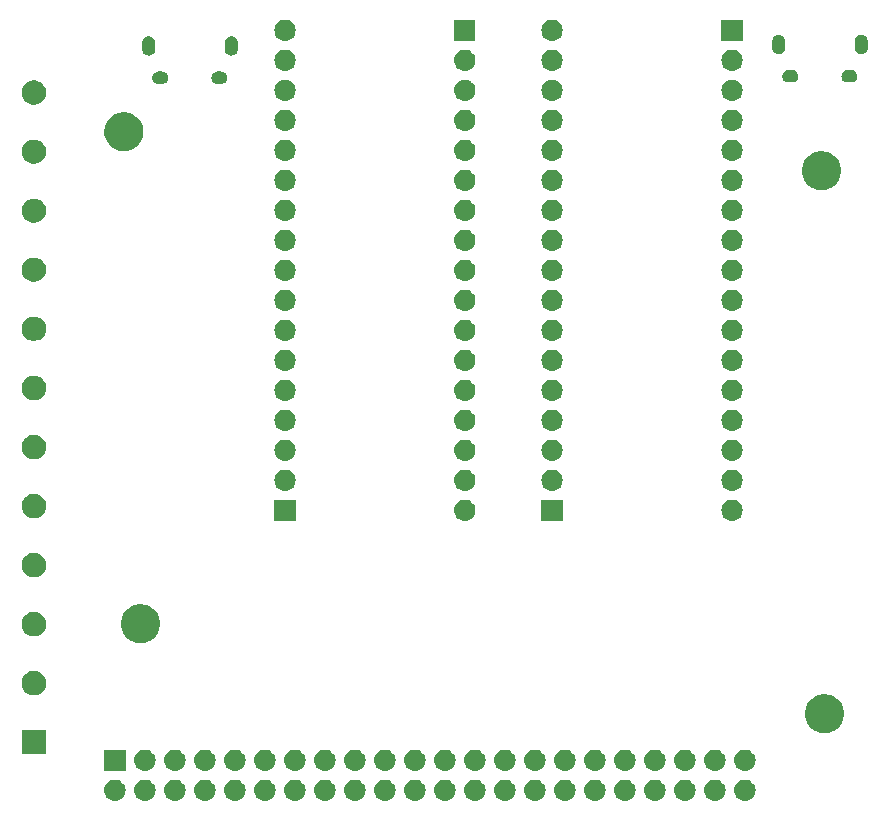
<source format=gbr>
G04 #@! TF.GenerationSoftware,KiCad,Pcbnew,(5.1.2-1)-1*
G04 #@! TF.CreationDate,2020-07-05T12:12:15-04:00*
G04 #@! TF.ProjectId,ArcadeMain,41726361-6465-44d6-9169-6e2e6b696361,rev?*
G04 #@! TF.SameCoordinates,Original*
G04 #@! TF.FileFunction,Soldermask,Bot*
G04 #@! TF.FilePolarity,Negative*
%FSLAX46Y46*%
G04 Gerber Fmt 4.6, Leading zero omitted, Abs format (unit mm)*
G04 Created by KiCad (PCBNEW (5.1.2-1)-1) date 2020-07-05 12:12:15*
%MOMM*%
%LPD*%
G04 APERTURE LIST*
%ADD10C,0.100000*%
G04 APERTURE END LIST*
D10*
G36*
X177656442Y-116326518D02*
G01*
X177722627Y-116333037D01*
X177892466Y-116384557D01*
X178048991Y-116468222D01*
X178084729Y-116497552D01*
X178186186Y-116580814D01*
X178269448Y-116682271D01*
X178298778Y-116718009D01*
X178382443Y-116874534D01*
X178433963Y-117044373D01*
X178451359Y-117221000D01*
X178433963Y-117397627D01*
X178382443Y-117567466D01*
X178298778Y-117723991D01*
X178269448Y-117759729D01*
X178186186Y-117861186D01*
X178084729Y-117944448D01*
X178048991Y-117973778D01*
X177892466Y-118057443D01*
X177722627Y-118108963D01*
X177656443Y-118115481D01*
X177590260Y-118122000D01*
X177501740Y-118122000D01*
X177435557Y-118115481D01*
X177369373Y-118108963D01*
X177199534Y-118057443D01*
X177043009Y-117973778D01*
X177007271Y-117944448D01*
X176905814Y-117861186D01*
X176822552Y-117759729D01*
X176793222Y-117723991D01*
X176709557Y-117567466D01*
X176658037Y-117397627D01*
X176640641Y-117221000D01*
X176658037Y-117044373D01*
X176709557Y-116874534D01*
X176793222Y-116718009D01*
X176822552Y-116682271D01*
X176905814Y-116580814D01*
X177007271Y-116497552D01*
X177043009Y-116468222D01*
X177199534Y-116384557D01*
X177369373Y-116333037D01*
X177435558Y-116326518D01*
X177501740Y-116320000D01*
X177590260Y-116320000D01*
X177656442Y-116326518D01*
X177656442Y-116326518D01*
G37*
G36*
X175116442Y-116326518D02*
G01*
X175182627Y-116333037D01*
X175352466Y-116384557D01*
X175508991Y-116468222D01*
X175544729Y-116497552D01*
X175646186Y-116580814D01*
X175729448Y-116682271D01*
X175758778Y-116718009D01*
X175842443Y-116874534D01*
X175893963Y-117044373D01*
X175911359Y-117221000D01*
X175893963Y-117397627D01*
X175842443Y-117567466D01*
X175758778Y-117723991D01*
X175729448Y-117759729D01*
X175646186Y-117861186D01*
X175544729Y-117944448D01*
X175508991Y-117973778D01*
X175352466Y-118057443D01*
X175182627Y-118108963D01*
X175116443Y-118115481D01*
X175050260Y-118122000D01*
X174961740Y-118122000D01*
X174895557Y-118115481D01*
X174829373Y-118108963D01*
X174659534Y-118057443D01*
X174503009Y-117973778D01*
X174467271Y-117944448D01*
X174365814Y-117861186D01*
X174282552Y-117759729D01*
X174253222Y-117723991D01*
X174169557Y-117567466D01*
X174118037Y-117397627D01*
X174100641Y-117221000D01*
X174118037Y-117044373D01*
X174169557Y-116874534D01*
X174253222Y-116718009D01*
X174282552Y-116682271D01*
X174365814Y-116580814D01*
X174467271Y-116497552D01*
X174503009Y-116468222D01*
X174659534Y-116384557D01*
X174829373Y-116333037D01*
X174895558Y-116326518D01*
X174961740Y-116320000D01*
X175050260Y-116320000D01*
X175116442Y-116326518D01*
X175116442Y-116326518D01*
G37*
G36*
X172576442Y-116326518D02*
G01*
X172642627Y-116333037D01*
X172812466Y-116384557D01*
X172968991Y-116468222D01*
X173004729Y-116497552D01*
X173106186Y-116580814D01*
X173189448Y-116682271D01*
X173218778Y-116718009D01*
X173302443Y-116874534D01*
X173353963Y-117044373D01*
X173371359Y-117221000D01*
X173353963Y-117397627D01*
X173302443Y-117567466D01*
X173218778Y-117723991D01*
X173189448Y-117759729D01*
X173106186Y-117861186D01*
X173004729Y-117944448D01*
X172968991Y-117973778D01*
X172812466Y-118057443D01*
X172642627Y-118108963D01*
X172576443Y-118115481D01*
X172510260Y-118122000D01*
X172421740Y-118122000D01*
X172355557Y-118115481D01*
X172289373Y-118108963D01*
X172119534Y-118057443D01*
X171963009Y-117973778D01*
X171927271Y-117944448D01*
X171825814Y-117861186D01*
X171742552Y-117759729D01*
X171713222Y-117723991D01*
X171629557Y-117567466D01*
X171578037Y-117397627D01*
X171560641Y-117221000D01*
X171578037Y-117044373D01*
X171629557Y-116874534D01*
X171713222Y-116718009D01*
X171742552Y-116682271D01*
X171825814Y-116580814D01*
X171927271Y-116497552D01*
X171963009Y-116468222D01*
X172119534Y-116384557D01*
X172289373Y-116333037D01*
X172355558Y-116326518D01*
X172421740Y-116320000D01*
X172510260Y-116320000D01*
X172576442Y-116326518D01*
X172576442Y-116326518D01*
G37*
G36*
X170036442Y-116326518D02*
G01*
X170102627Y-116333037D01*
X170272466Y-116384557D01*
X170428991Y-116468222D01*
X170464729Y-116497552D01*
X170566186Y-116580814D01*
X170649448Y-116682271D01*
X170678778Y-116718009D01*
X170762443Y-116874534D01*
X170813963Y-117044373D01*
X170831359Y-117221000D01*
X170813963Y-117397627D01*
X170762443Y-117567466D01*
X170678778Y-117723991D01*
X170649448Y-117759729D01*
X170566186Y-117861186D01*
X170464729Y-117944448D01*
X170428991Y-117973778D01*
X170272466Y-118057443D01*
X170102627Y-118108963D01*
X170036443Y-118115481D01*
X169970260Y-118122000D01*
X169881740Y-118122000D01*
X169815557Y-118115481D01*
X169749373Y-118108963D01*
X169579534Y-118057443D01*
X169423009Y-117973778D01*
X169387271Y-117944448D01*
X169285814Y-117861186D01*
X169202552Y-117759729D01*
X169173222Y-117723991D01*
X169089557Y-117567466D01*
X169038037Y-117397627D01*
X169020641Y-117221000D01*
X169038037Y-117044373D01*
X169089557Y-116874534D01*
X169173222Y-116718009D01*
X169202552Y-116682271D01*
X169285814Y-116580814D01*
X169387271Y-116497552D01*
X169423009Y-116468222D01*
X169579534Y-116384557D01*
X169749373Y-116333037D01*
X169815558Y-116326518D01*
X169881740Y-116320000D01*
X169970260Y-116320000D01*
X170036442Y-116326518D01*
X170036442Y-116326518D01*
G37*
G36*
X167496442Y-116326518D02*
G01*
X167562627Y-116333037D01*
X167732466Y-116384557D01*
X167888991Y-116468222D01*
X167924729Y-116497552D01*
X168026186Y-116580814D01*
X168109448Y-116682271D01*
X168138778Y-116718009D01*
X168222443Y-116874534D01*
X168273963Y-117044373D01*
X168291359Y-117221000D01*
X168273963Y-117397627D01*
X168222443Y-117567466D01*
X168138778Y-117723991D01*
X168109448Y-117759729D01*
X168026186Y-117861186D01*
X167924729Y-117944448D01*
X167888991Y-117973778D01*
X167732466Y-118057443D01*
X167562627Y-118108963D01*
X167496443Y-118115481D01*
X167430260Y-118122000D01*
X167341740Y-118122000D01*
X167275557Y-118115481D01*
X167209373Y-118108963D01*
X167039534Y-118057443D01*
X166883009Y-117973778D01*
X166847271Y-117944448D01*
X166745814Y-117861186D01*
X166662552Y-117759729D01*
X166633222Y-117723991D01*
X166549557Y-117567466D01*
X166498037Y-117397627D01*
X166480641Y-117221000D01*
X166498037Y-117044373D01*
X166549557Y-116874534D01*
X166633222Y-116718009D01*
X166662552Y-116682271D01*
X166745814Y-116580814D01*
X166847271Y-116497552D01*
X166883009Y-116468222D01*
X167039534Y-116384557D01*
X167209373Y-116333037D01*
X167275558Y-116326518D01*
X167341740Y-116320000D01*
X167430260Y-116320000D01*
X167496442Y-116326518D01*
X167496442Y-116326518D01*
G37*
G36*
X164956442Y-116326518D02*
G01*
X165022627Y-116333037D01*
X165192466Y-116384557D01*
X165348991Y-116468222D01*
X165384729Y-116497552D01*
X165486186Y-116580814D01*
X165569448Y-116682271D01*
X165598778Y-116718009D01*
X165682443Y-116874534D01*
X165733963Y-117044373D01*
X165751359Y-117221000D01*
X165733963Y-117397627D01*
X165682443Y-117567466D01*
X165598778Y-117723991D01*
X165569448Y-117759729D01*
X165486186Y-117861186D01*
X165384729Y-117944448D01*
X165348991Y-117973778D01*
X165192466Y-118057443D01*
X165022627Y-118108963D01*
X164956443Y-118115481D01*
X164890260Y-118122000D01*
X164801740Y-118122000D01*
X164735557Y-118115481D01*
X164669373Y-118108963D01*
X164499534Y-118057443D01*
X164343009Y-117973778D01*
X164307271Y-117944448D01*
X164205814Y-117861186D01*
X164122552Y-117759729D01*
X164093222Y-117723991D01*
X164009557Y-117567466D01*
X163958037Y-117397627D01*
X163940641Y-117221000D01*
X163958037Y-117044373D01*
X164009557Y-116874534D01*
X164093222Y-116718009D01*
X164122552Y-116682271D01*
X164205814Y-116580814D01*
X164307271Y-116497552D01*
X164343009Y-116468222D01*
X164499534Y-116384557D01*
X164669373Y-116333037D01*
X164735558Y-116326518D01*
X164801740Y-116320000D01*
X164890260Y-116320000D01*
X164956442Y-116326518D01*
X164956442Y-116326518D01*
G37*
G36*
X162416442Y-116326518D02*
G01*
X162482627Y-116333037D01*
X162652466Y-116384557D01*
X162808991Y-116468222D01*
X162844729Y-116497552D01*
X162946186Y-116580814D01*
X163029448Y-116682271D01*
X163058778Y-116718009D01*
X163142443Y-116874534D01*
X163193963Y-117044373D01*
X163211359Y-117221000D01*
X163193963Y-117397627D01*
X163142443Y-117567466D01*
X163058778Y-117723991D01*
X163029448Y-117759729D01*
X162946186Y-117861186D01*
X162844729Y-117944448D01*
X162808991Y-117973778D01*
X162652466Y-118057443D01*
X162482627Y-118108963D01*
X162416443Y-118115481D01*
X162350260Y-118122000D01*
X162261740Y-118122000D01*
X162195557Y-118115481D01*
X162129373Y-118108963D01*
X161959534Y-118057443D01*
X161803009Y-117973778D01*
X161767271Y-117944448D01*
X161665814Y-117861186D01*
X161582552Y-117759729D01*
X161553222Y-117723991D01*
X161469557Y-117567466D01*
X161418037Y-117397627D01*
X161400641Y-117221000D01*
X161418037Y-117044373D01*
X161469557Y-116874534D01*
X161553222Y-116718009D01*
X161582552Y-116682271D01*
X161665814Y-116580814D01*
X161767271Y-116497552D01*
X161803009Y-116468222D01*
X161959534Y-116384557D01*
X162129373Y-116333037D01*
X162195558Y-116326518D01*
X162261740Y-116320000D01*
X162350260Y-116320000D01*
X162416442Y-116326518D01*
X162416442Y-116326518D01*
G37*
G36*
X159876442Y-116326518D02*
G01*
X159942627Y-116333037D01*
X160112466Y-116384557D01*
X160268991Y-116468222D01*
X160304729Y-116497552D01*
X160406186Y-116580814D01*
X160489448Y-116682271D01*
X160518778Y-116718009D01*
X160602443Y-116874534D01*
X160653963Y-117044373D01*
X160671359Y-117221000D01*
X160653963Y-117397627D01*
X160602443Y-117567466D01*
X160518778Y-117723991D01*
X160489448Y-117759729D01*
X160406186Y-117861186D01*
X160304729Y-117944448D01*
X160268991Y-117973778D01*
X160112466Y-118057443D01*
X159942627Y-118108963D01*
X159876443Y-118115481D01*
X159810260Y-118122000D01*
X159721740Y-118122000D01*
X159655557Y-118115481D01*
X159589373Y-118108963D01*
X159419534Y-118057443D01*
X159263009Y-117973778D01*
X159227271Y-117944448D01*
X159125814Y-117861186D01*
X159042552Y-117759729D01*
X159013222Y-117723991D01*
X158929557Y-117567466D01*
X158878037Y-117397627D01*
X158860641Y-117221000D01*
X158878037Y-117044373D01*
X158929557Y-116874534D01*
X159013222Y-116718009D01*
X159042552Y-116682271D01*
X159125814Y-116580814D01*
X159227271Y-116497552D01*
X159263009Y-116468222D01*
X159419534Y-116384557D01*
X159589373Y-116333037D01*
X159655558Y-116326518D01*
X159721740Y-116320000D01*
X159810260Y-116320000D01*
X159876442Y-116326518D01*
X159876442Y-116326518D01*
G37*
G36*
X157336442Y-116326518D02*
G01*
X157402627Y-116333037D01*
X157572466Y-116384557D01*
X157728991Y-116468222D01*
X157764729Y-116497552D01*
X157866186Y-116580814D01*
X157949448Y-116682271D01*
X157978778Y-116718009D01*
X158062443Y-116874534D01*
X158113963Y-117044373D01*
X158131359Y-117221000D01*
X158113963Y-117397627D01*
X158062443Y-117567466D01*
X157978778Y-117723991D01*
X157949448Y-117759729D01*
X157866186Y-117861186D01*
X157764729Y-117944448D01*
X157728991Y-117973778D01*
X157572466Y-118057443D01*
X157402627Y-118108963D01*
X157336443Y-118115481D01*
X157270260Y-118122000D01*
X157181740Y-118122000D01*
X157115557Y-118115481D01*
X157049373Y-118108963D01*
X156879534Y-118057443D01*
X156723009Y-117973778D01*
X156687271Y-117944448D01*
X156585814Y-117861186D01*
X156502552Y-117759729D01*
X156473222Y-117723991D01*
X156389557Y-117567466D01*
X156338037Y-117397627D01*
X156320641Y-117221000D01*
X156338037Y-117044373D01*
X156389557Y-116874534D01*
X156473222Y-116718009D01*
X156502552Y-116682271D01*
X156585814Y-116580814D01*
X156687271Y-116497552D01*
X156723009Y-116468222D01*
X156879534Y-116384557D01*
X157049373Y-116333037D01*
X157115558Y-116326518D01*
X157181740Y-116320000D01*
X157270260Y-116320000D01*
X157336442Y-116326518D01*
X157336442Y-116326518D01*
G37*
G36*
X154796442Y-116326518D02*
G01*
X154862627Y-116333037D01*
X155032466Y-116384557D01*
X155188991Y-116468222D01*
X155224729Y-116497552D01*
X155326186Y-116580814D01*
X155409448Y-116682271D01*
X155438778Y-116718009D01*
X155522443Y-116874534D01*
X155573963Y-117044373D01*
X155591359Y-117221000D01*
X155573963Y-117397627D01*
X155522443Y-117567466D01*
X155438778Y-117723991D01*
X155409448Y-117759729D01*
X155326186Y-117861186D01*
X155224729Y-117944448D01*
X155188991Y-117973778D01*
X155032466Y-118057443D01*
X154862627Y-118108963D01*
X154796443Y-118115481D01*
X154730260Y-118122000D01*
X154641740Y-118122000D01*
X154575557Y-118115481D01*
X154509373Y-118108963D01*
X154339534Y-118057443D01*
X154183009Y-117973778D01*
X154147271Y-117944448D01*
X154045814Y-117861186D01*
X153962552Y-117759729D01*
X153933222Y-117723991D01*
X153849557Y-117567466D01*
X153798037Y-117397627D01*
X153780641Y-117221000D01*
X153798037Y-117044373D01*
X153849557Y-116874534D01*
X153933222Y-116718009D01*
X153962552Y-116682271D01*
X154045814Y-116580814D01*
X154147271Y-116497552D01*
X154183009Y-116468222D01*
X154339534Y-116384557D01*
X154509373Y-116333037D01*
X154575558Y-116326518D01*
X154641740Y-116320000D01*
X154730260Y-116320000D01*
X154796442Y-116326518D01*
X154796442Y-116326518D01*
G37*
G36*
X152256442Y-116326518D02*
G01*
X152322627Y-116333037D01*
X152492466Y-116384557D01*
X152648991Y-116468222D01*
X152684729Y-116497552D01*
X152786186Y-116580814D01*
X152869448Y-116682271D01*
X152898778Y-116718009D01*
X152982443Y-116874534D01*
X153033963Y-117044373D01*
X153051359Y-117221000D01*
X153033963Y-117397627D01*
X152982443Y-117567466D01*
X152898778Y-117723991D01*
X152869448Y-117759729D01*
X152786186Y-117861186D01*
X152684729Y-117944448D01*
X152648991Y-117973778D01*
X152492466Y-118057443D01*
X152322627Y-118108963D01*
X152256443Y-118115481D01*
X152190260Y-118122000D01*
X152101740Y-118122000D01*
X152035557Y-118115481D01*
X151969373Y-118108963D01*
X151799534Y-118057443D01*
X151643009Y-117973778D01*
X151607271Y-117944448D01*
X151505814Y-117861186D01*
X151422552Y-117759729D01*
X151393222Y-117723991D01*
X151309557Y-117567466D01*
X151258037Y-117397627D01*
X151240641Y-117221000D01*
X151258037Y-117044373D01*
X151309557Y-116874534D01*
X151393222Y-116718009D01*
X151422552Y-116682271D01*
X151505814Y-116580814D01*
X151607271Y-116497552D01*
X151643009Y-116468222D01*
X151799534Y-116384557D01*
X151969373Y-116333037D01*
X152035558Y-116326518D01*
X152101740Y-116320000D01*
X152190260Y-116320000D01*
X152256442Y-116326518D01*
X152256442Y-116326518D01*
G37*
G36*
X149716442Y-116326518D02*
G01*
X149782627Y-116333037D01*
X149952466Y-116384557D01*
X150108991Y-116468222D01*
X150144729Y-116497552D01*
X150246186Y-116580814D01*
X150329448Y-116682271D01*
X150358778Y-116718009D01*
X150442443Y-116874534D01*
X150493963Y-117044373D01*
X150511359Y-117221000D01*
X150493963Y-117397627D01*
X150442443Y-117567466D01*
X150358778Y-117723991D01*
X150329448Y-117759729D01*
X150246186Y-117861186D01*
X150144729Y-117944448D01*
X150108991Y-117973778D01*
X149952466Y-118057443D01*
X149782627Y-118108963D01*
X149716443Y-118115481D01*
X149650260Y-118122000D01*
X149561740Y-118122000D01*
X149495557Y-118115481D01*
X149429373Y-118108963D01*
X149259534Y-118057443D01*
X149103009Y-117973778D01*
X149067271Y-117944448D01*
X148965814Y-117861186D01*
X148882552Y-117759729D01*
X148853222Y-117723991D01*
X148769557Y-117567466D01*
X148718037Y-117397627D01*
X148700641Y-117221000D01*
X148718037Y-117044373D01*
X148769557Y-116874534D01*
X148853222Y-116718009D01*
X148882552Y-116682271D01*
X148965814Y-116580814D01*
X149067271Y-116497552D01*
X149103009Y-116468222D01*
X149259534Y-116384557D01*
X149429373Y-116333037D01*
X149495558Y-116326518D01*
X149561740Y-116320000D01*
X149650260Y-116320000D01*
X149716442Y-116326518D01*
X149716442Y-116326518D01*
G37*
G36*
X147176442Y-116326518D02*
G01*
X147242627Y-116333037D01*
X147412466Y-116384557D01*
X147568991Y-116468222D01*
X147604729Y-116497552D01*
X147706186Y-116580814D01*
X147789448Y-116682271D01*
X147818778Y-116718009D01*
X147902443Y-116874534D01*
X147953963Y-117044373D01*
X147971359Y-117221000D01*
X147953963Y-117397627D01*
X147902443Y-117567466D01*
X147818778Y-117723991D01*
X147789448Y-117759729D01*
X147706186Y-117861186D01*
X147604729Y-117944448D01*
X147568991Y-117973778D01*
X147412466Y-118057443D01*
X147242627Y-118108963D01*
X147176443Y-118115481D01*
X147110260Y-118122000D01*
X147021740Y-118122000D01*
X146955557Y-118115481D01*
X146889373Y-118108963D01*
X146719534Y-118057443D01*
X146563009Y-117973778D01*
X146527271Y-117944448D01*
X146425814Y-117861186D01*
X146342552Y-117759729D01*
X146313222Y-117723991D01*
X146229557Y-117567466D01*
X146178037Y-117397627D01*
X146160641Y-117221000D01*
X146178037Y-117044373D01*
X146229557Y-116874534D01*
X146313222Y-116718009D01*
X146342552Y-116682271D01*
X146425814Y-116580814D01*
X146527271Y-116497552D01*
X146563009Y-116468222D01*
X146719534Y-116384557D01*
X146889373Y-116333037D01*
X146955558Y-116326518D01*
X147021740Y-116320000D01*
X147110260Y-116320000D01*
X147176442Y-116326518D01*
X147176442Y-116326518D01*
G37*
G36*
X144636442Y-116326518D02*
G01*
X144702627Y-116333037D01*
X144872466Y-116384557D01*
X145028991Y-116468222D01*
X145064729Y-116497552D01*
X145166186Y-116580814D01*
X145249448Y-116682271D01*
X145278778Y-116718009D01*
X145362443Y-116874534D01*
X145413963Y-117044373D01*
X145431359Y-117221000D01*
X145413963Y-117397627D01*
X145362443Y-117567466D01*
X145278778Y-117723991D01*
X145249448Y-117759729D01*
X145166186Y-117861186D01*
X145064729Y-117944448D01*
X145028991Y-117973778D01*
X144872466Y-118057443D01*
X144702627Y-118108963D01*
X144636443Y-118115481D01*
X144570260Y-118122000D01*
X144481740Y-118122000D01*
X144415557Y-118115481D01*
X144349373Y-118108963D01*
X144179534Y-118057443D01*
X144023009Y-117973778D01*
X143987271Y-117944448D01*
X143885814Y-117861186D01*
X143802552Y-117759729D01*
X143773222Y-117723991D01*
X143689557Y-117567466D01*
X143638037Y-117397627D01*
X143620641Y-117221000D01*
X143638037Y-117044373D01*
X143689557Y-116874534D01*
X143773222Y-116718009D01*
X143802552Y-116682271D01*
X143885814Y-116580814D01*
X143987271Y-116497552D01*
X144023009Y-116468222D01*
X144179534Y-116384557D01*
X144349373Y-116333037D01*
X144415558Y-116326518D01*
X144481740Y-116320000D01*
X144570260Y-116320000D01*
X144636442Y-116326518D01*
X144636442Y-116326518D01*
G37*
G36*
X142096442Y-116326518D02*
G01*
X142162627Y-116333037D01*
X142332466Y-116384557D01*
X142488991Y-116468222D01*
X142524729Y-116497552D01*
X142626186Y-116580814D01*
X142709448Y-116682271D01*
X142738778Y-116718009D01*
X142822443Y-116874534D01*
X142873963Y-117044373D01*
X142891359Y-117221000D01*
X142873963Y-117397627D01*
X142822443Y-117567466D01*
X142738778Y-117723991D01*
X142709448Y-117759729D01*
X142626186Y-117861186D01*
X142524729Y-117944448D01*
X142488991Y-117973778D01*
X142332466Y-118057443D01*
X142162627Y-118108963D01*
X142096443Y-118115481D01*
X142030260Y-118122000D01*
X141941740Y-118122000D01*
X141875557Y-118115481D01*
X141809373Y-118108963D01*
X141639534Y-118057443D01*
X141483009Y-117973778D01*
X141447271Y-117944448D01*
X141345814Y-117861186D01*
X141262552Y-117759729D01*
X141233222Y-117723991D01*
X141149557Y-117567466D01*
X141098037Y-117397627D01*
X141080641Y-117221000D01*
X141098037Y-117044373D01*
X141149557Y-116874534D01*
X141233222Y-116718009D01*
X141262552Y-116682271D01*
X141345814Y-116580814D01*
X141447271Y-116497552D01*
X141483009Y-116468222D01*
X141639534Y-116384557D01*
X141809373Y-116333037D01*
X141875558Y-116326518D01*
X141941740Y-116320000D01*
X142030260Y-116320000D01*
X142096442Y-116326518D01*
X142096442Y-116326518D01*
G37*
G36*
X139556442Y-116326518D02*
G01*
X139622627Y-116333037D01*
X139792466Y-116384557D01*
X139948991Y-116468222D01*
X139984729Y-116497552D01*
X140086186Y-116580814D01*
X140169448Y-116682271D01*
X140198778Y-116718009D01*
X140282443Y-116874534D01*
X140333963Y-117044373D01*
X140351359Y-117221000D01*
X140333963Y-117397627D01*
X140282443Y-117567466D01*
X140198778Y-117723991D01*
X140169448Y-117759729D01*
X140086186Y-117861186D01*
X139984729Y-117944448D01*
X139948991Y-117973778D01*
X139792466Y-118057443D01*
X139622627Y-118108963D01*
X139556443Y-118115481D01*
X139490260Y-118122000D01*
X139401740Y-118122000D01*
X139335557Y-118115481D01*
X139269373Y-118108963D01*
X139099534Y-118057443D01*
X138943009Y-117973778D01*
X138907271Y-117944448D01*
X138805814Y-117861186D01*
X138722552Y-117759729D01*
X138693222Y-117723991D01*
X138609557Y-117567466D01*
X138558037Y-117397627D01*
X138540641Y-117221000D01*
X138558037Y-117044373D01*
X138609557Y-116874534D01*
X138693222Y-116718009D01*
X138722552Y-116682271D01*
X138805814Y-116580814D01*
X138907271Y-116497552D01*
X138943009Y-116468222D01*
X139099534Y-116384557D01*
X139269373Y-116333037D01*
X139335558Y-116326518D01*
X139401740Y-116320000D01*
X139490260Y-116320000D01*
X139556442Y-116326518D01*
X139556442Y-116326518D01*
G37*
G36*
X137016442Y-116326518D02*
G01*
X137082627Y-116333037D01*
X137252466Y-116384557D01*
X137408991Y-116468222D01*
X137444729Y-116497552D01*
X137546186Y-116580814D01*
X137629448Y-116682271D01*
X137658778Y-116718009D01*
X137742443Y-116874534D01*
X137793963Y-117044373D01*
X137811359Y-117221000D01*
X137793963Y-117397627D01*
X137742443Y-117567466D01*
X137658778Y-117723991D01*
X137629448Y-117759729D01*
X137546186Y-117861186D01*
X137444729Y-117944448D01*
X137408991Y-117973778D01*
X137252466Y-118057443D01*
X137082627Y-118108963D01*
X137016443Y-118115481D01*
X136950260Y-118122000D01*
X136861740Y-118122000D01*
X136795557Y-118115481D01*
X136729373Y-118108963D01*
X136559534Y-118057443D01*
X136403009Y-117973778D01*
X136367271Y-117944448D01*
X136265814Y-117861186D01*
X136182552Y-117759729D01*
X136153222Y-117723991D01*
X136069557Y-117567466D01*
X136018037Y-117397627D01*
X136000641Y-117221000D01*
X136018037Y-117044373D01*
X136069557Y-116874534D01*
X136153222Y-116718009D01*
X136182552Y-116682271D01*
X136265814Y-116580814D01*
X136367271Y-116497552D01*
X136403009Y-116468222D01*
X136559534Y-116384557D01*
X136729373Y-116333037D01*
X136795558Y-116326518D01*
X136861740Y-116320000D01*
X136950260Y-116320000D01*
X137016442Y-116326518D01*
X137016442Y-116326518D01*
G37*
G36*
X134476442Y-116326518D02*
G01*
X134542627Y-116333037D01*
X134712466Y-116384557D01*
X134868991Y-116468222D01*
X134904729Y-116497552D01*
X135006186Y-116580814D01*
X135089448Y-116682271D01*
X135118778Y-116718009D01*
X135202443Y-116874534D01*
X135253963Y-117044373D01*
X135271359Y-117221000D01*
X135253963Y-117397627D01*
X135202443Y-117567466D01*
X135118778Y-117723991D01*
X135089448Y-117759729D01*
X135006186Y-117861186D01*
X134904729Y-117944448D01*
X134868991Y-117973778D01*
X134712466Y-118057443D01*
X134542627Y-118108963D01*
X134476443Y-118115481D01*
X134410260Y-118122000D01*
X134321740Y-118122000D01*
X134255557Y-118115481D01*
X134189373Y-118108963D01*
X134019534Y-118057443D01*
X133863009Y-117973778D01*
X133827271Y-117944448D01*
X133725814Y-117861186D01*
X133642552Y-117759729D01*
X133613222Y-117723991D01*
X133529557Y-117567466D01*
X133478037Y-117397627D01*
X133460641Y-117221000D01*
X133478037Y-117044373D01*
X133529557Y-116874534D01*
X133613222Y-116718009D01*
X133642552Y-116682271D01*
X133725814Y-116580814D01*
X133827271Y-116497552D01*
X133863009Y-116468222D01*
X134019534Y-116384557D01*
X134189373Y-116333037D01*
X134255558Y-116326518D01*
X134321740Y-116320000D01*
X134410260Y-116320000D01*
X134476442Y-116326518D01*
X134476442Y-116326518D01*
G37*
G36*
X131936442Y-116326518D02*
G01*
X132002627Y-116333037D01*
X132172466Y-116384557D01*
X132328991Y-116468222D01*
X132364729Y-116497552D01*
X132466186Y-116580814D01*
X132549448Y-116682271D01*
X132578778Y-116718009D01*
X132662443Y-116874534D01*
X132713963Y-117044373D01*
X132731359Y-117221000D01*
X132713963Y-117397627D01*
X132662443Y-117567466D01*
X132578778Y-117723991D01*
X132549448Y-117759729D01*
X132466186Y-117861186D01*
X132364729Y-117944448D01*
X132328991Y-117973778D01*
X132172466Y-118057443D01*
X132002627Y-118108963D01*
X131936443Y-118115481D01*
X131870260Y-118122000D01*
X131781740Y-118122000D01*
X131715557Y-118115481D01*
X131649373Y-118108963D01*
X131479534Y-118057443D01*
X131323009Y-117973778D01*
X131287271Y-117944448D01*
X131185814Y-117861186D01*
X131102552Y-117759729D01*
X131073222Y-117723991D01*
X130989557Y-117567466D01*
X130938037Y-117397627D01*
X130920641Y-117221000D01*
X130938037Y-117044373D01*
X130989557Y-116874534D01*
X131073222Y-116718009D01*
X131102552Y-116682271D01*
X131185814Y-116580814D01*
X131287271Y-116497552D01*
X131323009Y-116468222D01*
X131479534Y-116384557D01*
X131649373Y-116333037D01*
X131715558Y-116326518D01*
X131781740Y-116320000D01*
X131870260Y-116320000D01*
X131936442Y-116326518D01*
X131936442Y-116326518D01*
G37*
G36*
X129396442Y-116326518D02*
G01*
X129462627Y-116333037D01*
X129632466Y-116384557D01*
X129788991Y-116468222D01*
X129824729Y-116497552D01*
X129926186Y-116580814D01*
X130009448Y-116682271D01*
X130038778Y-116718009D01*
X130122443Y-116874534D01*
X130173963Y-117044373D01*
X130191359Y-117221000D01*
X130173963Y-117397627D01*
X130122443Y-117567466D01*
X130038778Y-117723991D01*
X130009448Y-117759729D01*
X129926186Y-117861186D01*
X129824729Y-117944448D01*
X129788991Y-117973778D01*
X129632466Y-118057443D01*
X129462627Y-118108963D01*
X129396443Y-118115481D01*
X129330260Y-118122000D01*
X129241740Y-118122000D01*
X129175557Y-118115481D01*
X129109373Y-118108963D01*
X128939534Y-118057443D01*
X128783009Y-117973778D01*
X128747271Y-117944448D01*
X128645814Y-117861186D01*
X128562552Y-117759729D01*
X128533222Y-117723991D01*
X128449557Y-117567466D01*
X128398037Y-117397627D01*
X128380641Y-117221000D01*
X128398037Y-117044373D01*
X128449557Y-116874534D01*
X128533222Y-116718009D01*
X128562552Y-116682271D01*
X128645814Y-116580814D01*
X128747271Y-116497552D01*
X128783009Y-116468222D01*
X128939534Y-116384557D01*
X129109373Y-116333037D01*
X129175558Y-116326518D01*
X129241740Y-116320000D01*
X129330260Y-116320000D01*
X129396442Y-116326518D01*
X129396442Y-116326518D01*
G37*
G36*
X126856442Y-116326518D02*
G01*
X126922627Y-116333037D01*
X127092466Y-116384557D01*
X127248991Y-116468222D01*
X127284729Y-116497552D01*
X127386186Y-116580814D01*
X127469448Y-116682271D01*
X127498778Y-116718009D01*
X127582443Y-116874534D01*
X127633963Y-117044373D01*
X127651359Y-117221000D01*
X127633963Y-117397627D01*
X127582443Y-117567466D01*
X127498778Y-117723991D01*
X127469448Y-117759729D01*
X127386186Y-117861186D01*
X127284729Y-117944448D01*
X127248991Y-117973778D01*
X127092466Y-118057443D01*
X126922627Y-118108963D01*
X126856443Y-118115481D01*
X126790260Y-118122000D01*
X126701740Y-118122000D01*
X126635557Y-118115481D01*
X126569373Y-118108963D01*
X126399534Y-118057443D01*
X126243009Y-117973778D01*
X126207271Y-117944448D01*
X126105814Y-117861186D01*
X126022552Y-117759729D01*
X125993222Y-117723991D01*
X125909557Y-117567466D01*
X125858037Y-117397627D01*
X125840641Y-117221000D01*
X125858037Y-117044373D01*
X125909557Y-116874534D01*
X125993222Y-116718009D01*
X126022552Y-116682271D01*
X126105814Y-116580814D01*
X126207271Y-116497552D01*
X126243009Y-116468222D01*
X126399534Y-116384557D01*
X126569373Y-116333037D01*
X126635558Y-116326518D01*
X126701740Y-116320000D01*
X126790260Y-116320000D01*
X126856442Y-116326518D01*
X126856442Y-116326518D01*
G37*
G36*
X124316442Y-116326518D02*
G01*
X124382627Y-116333037D01*
X124552466Y-116384557D01*
X124708991Y-116468222D01*
X124744729Y-116497552D01*
X124846186Y-116580814D01*
X124929448Y-116682271D01*
X124958778Y-116718009D01*
X125042443Y-116874534D01*
X125093963Y-117044373D01*
X125111359Y-117221000D01*
X125093963Y-117397627D01*
X125042443Y-117567466D01*
X124958778Y-117723991D01*
X124929448Y-117759729D01*
X124846186Y-117861186D01*
X124744729Y-117944448D01*
X124708991Y-117973778D01*
X124552466Y-118057443D01*
X124382627Y-118108963D01*
X124316443Y-118115481D01*
X124250260Y-118122000D01*
X124161740Y-118122000D01*
X124095557Y-118115481D01*
X124029373Y-118108963D01*
X123859534Y-118057443D01*
X123703009Y-117973778D01*
X123667271Y-117944448D01*
X123565814Y-117861186D01*
X123482552Y-117759729D01*
X123453222Y-117723991D01*
X123369557Y-117567466D01*
X123318037Y-117397627D01*
X123300641Y-117221000D01*
X123318037Y-117044373D01*
X123369557Y-116874534D01*
X123453222Y-116718009D01*
X123482552Y-116682271D01*
X123565814Y-116580814D01*
X123667271Y-116497552D01*
X123703009Y-116468222D01*
X123859534Y-116384557D01*
X124029373Y-116333037D01*
X124095558Y-116326518D01*
X124161740Y-116320000D01*
X124250260Y-116320000D01*
X124316442Y-116326518D01*
X124316442Y-116326518D01*
G37*
G36*
X125107000Y-115582000D02*
G01*
X123305000Y-115582000D01*
X123305000Y-113780000D01*
X125107000Y-113780000D01*
X125107000Y-115582000D01*
X125107000Y-115582000D01*
G37*
G36*
X126856443Y-113786519D02*
G01*
X126922627Y-113793037D01*
X127092466Y-113844557D01*
X127248991Y-113928222D01*
X127284729Y-113957552D01*
X127386186Y-114040814D01*
X127469448Y-114142271D01*
X127498778Y-114178009D01*
X127582443Y-114334534D01*
X127633963Y-114504373D01*
X127651359Y-114681000D01*
X127633963Y-114857627D01*
X127582443Y-115027466D01*
X127498778Y-115183991D01*
X127469448Y-115219729D01*
X127386186Y-115321186D01*
X127284729Y-115404448D01*
X127248991Y-115433778D01*
X127092466Y-115517443D01*
X126922627Y-115568963D01*
X126856443Y-115575481D01*
X126790260Y-115582000D01*
X126701740Y-115582000D01*
X126635557Y-115575481D01*
X126569373Y-115568963D01*
X126399534Y-115517443D01*
X126243009Y-115433778D01*
X126207271Y-115404448D01*
X126105814Y-115321186D01*
X126022552Y-115219729D01*
X125993222Y-115183991D01*
X125909557Y-115027466D01*
X125858037Y-114857627D01*
X125840641Y-114681000D01*
X125858037Y-114504373D01*
X125909557Y-114334534D01*
X125993222Y-114178009D01*
X126022552Y-114142271D01*
X126105814Y-114040814D01*
X126207271Y-113957552D01*
X126243009Y-113928222D01*
X126399534Y-113844557D01*
X126569373Y-113793037D01*
X126635557Y-113786519D01*
X126701740Y-113780000D01*
X126790260Y-113780000D01*
X126856443Y-113786519D01*
X126856443Y-113786519D01*
G37*
G36*
X129396443Y-113786519D02*
G01*
X129462627Y-113793037D01*
X129632466Y-113844557D01*
X129788991Y-113928222D01*
X129824729Y-113957552D01*
X129926186Y-114040814D01*
X130009448Y-114142271D01*
X130038778Y-114178009D01*
X130122443Y-114334534D01*
X130173963Y-114504373D01*
X130191359Y-114681000D01*
X130173963Y-114857627D01*
X130122443Y-115027466D01*
X130038778Y-115183991D01*
X130009448Y-115219729D01*
X129926186Y-115321186D01*
X129824729Y-115404448D01*
X129788991Y-115433778D01*
X129632466Y-115517443D01*
X129462627Y-115568963D01*
X129396443Y-115575481D01*
X129330260Y-115582000D01*
X129241740Y-115582000D01*
X129175557Y-115575481D01*
X129109373Y-115568963D01*
X128939534Y-115517443D01*
X128783009Y-115433778D01*
X128747271Y-115404448D01*
X128645814Y-115321186D01*
X128562552Y-115219729D01*
X128533222Y-115183991D01*
X128449557Y-115027466D01*
X128398037Y-114857627D01*
X128380641Y-114681000D01*
X128398037Y-114504373D01*
X128449557Y-114334534D01*
X128533222Y-114178009D01*
X128562552Y-114142271D01*
X128645814Y-114040814D01*
X128747271Y-113957552D01*
X128783009Y-113928222D01*
X128939534Y-113844557D01*
X129109373Y-113793037D01*
X129175557Y-113786519D01*
X129241740Y-113780000D01*
X129330260Y-113780000D01*
X129396443Y-113786519D01*
X129396443Y-113786519D01*
G37*
G36*
X131936443Y-113786519D02*
G01*
X132002627Y-113793037D01*
X132172466Y-113844557D01*
X132328991Y-113928222D01*
X132364729Y-113957552D01*
X132466186Y-114040814D01*
X132549448Y-114142271D01*
X132578778Y-114178009D01*
X132662443Y-114334534D01*
X132713963Y-114504373D01*
X132731359Y-114681000D01*
X132713963Y-114857627D01*
X132662443Y-115027466D01*
X132578778Y-115183991D01*
X132549448Y-115219729D01*
X132466186Y-115321186D01*
X132364729Y-115404448D01*
X132328991Y-115433778D01*
X132172466Y-115517443D01*
X132002627Y-115568963D01*
X131936443Y-115575481D01*
X131870260Y-115582000D01*
X131781740Y-115582000D01*
X131715557Y-115575481D01*
X131649373Y-115568963D01*
X131479534Y-115517443D01*
X131323009Y-115433778D01*
X131287271Y-115404448D01*
X131185814Y-115321186D01*
X131102552Y-115219729D01*
X131073222Y-115183991D01*
X130989557Y-115027466D01*
X130938037Y-114857627D01*
X130920641Y-114681000D01*
X130938037Y-114504373D01*
X130989557Y-114334534D01*
X131073222Y-114178009D01*
X131102552Y-114142271D01*
X131185814Y-114040814D01*
X131287271Y-113957552D01*
X131323009Y-113928222D01*
X131479534Y-113844557D01*
X131649373Y-113793037D01*
X131715557Y-113786519D01*
X131781740Y-113780000D01*
X131870260Y-113780000D01*
X131936443Y-113786519D01*
X131936443Y-113786519D01*
G37*
G36*
X134476443Y-113786519D02*
G01*
X134542627Y-113793037D01*
X134712466Y-113844557D01*
X134868991Y-113928222D01*
X134904729Y-113957552D01*
X135006186Y-114040814D01*
X135089448Y-114142271D01*
X135118778Y-114178009D01*
X135202443Y-114334534D01*
X135253963Y-114504373D01*
X135271359Y-114681000D01*
X135253963Y-114857627D01*
X135202443Y-115027466D01*
X135118778Y-115183991D01*
X135089448Y-115219729D01*
X135006186Y-115321186D01*
X134904729Y-115404448D01*
X134868991Y-115433778D01*
X134712466Y-115517443D01*
X134542627Y-115568963D01*
X134476443Y-115575481D01*
X134410260Y-115582000D01*
X134321740Y-115582000D01*
X134255557Y-115575481D01*
X134189373Y-115568963D01*
X134019534Y-115517443D01*
X133863009Y-115433778D01*
X133827271Y-115404448D01*
X133725814Y-115321186D01*
X133642552Y-115219729D01*
X133613222Y-115183991D01*
X133529557Y-115027466D01*
X133478037Y-114857627D01*
X133460641Y-114681000D01*
X133478037Y-114504373D01*
X133529557Y-114334534D01*
X133613222Y-114178009D01*
X133642552Y-114142271D01*
X133725814Y-114040814D01*
X133827271Y-113957552D01*
X133863009Y-113928222D01*
X134019534Y-113844557D01*
X134189373Y-113793037D01*
X134255557Y-113786519D01*
X134321740Y-113780000D01*
X134410260Y-113780000D01*
X134476443Y-113786519D01*
X134476443Y-113786519D01*
G37*
G36*
X137016443Y-113786519D02*
G01*
X137082627Y-113793037D01*
X137252466Y-113844557D01*
X137408991Y-113928222D01*
X137444729Y-113957552D01*
X137546186Y-114040814D01*
X137629448Y-114142271D01*
X137658778Y-114178009D01*
X137742443Y-114334534D01*
X137793963Y-114504373D01*
X137811359Y-114681000D01*
X137793963Y-114857627D01*
X137742443Y-115027466D01*
X137658778Y-115183991D01*
X137629448Y-115219729D01*
X137546186Y-115321186D01*
X137444729Y-115404448D01*
X137408991Y-115433778D01*
X137252466Y-115517443D01*
X137082627Y-115568963D01*
X137016443Y-115575481D01*
X136950260Y-115582000D01*
X136861740Y-115582000D01*
X136795557Y-115575481D01*
X136729373Y-115568963D01*
X136559534Y-115517443D01*
X136403009Y-115433778D01*
X136367271Y-115404448D01*
X136265814Y-115321186D01*
X136182552Y-115219729D01*
X136153222Y-115183991D01*
X136069557Y-115027466D01*
X136018037Y-114857627D01*
X136000641Y-114681000D01*
X136018037Y-114504373D01*
X136069557Y-114334534D01*
X136153222Y-114178009D01*
X136182552Y-114142271D01*
X136265814Y-114040814D01*
X136367271Y-113957552D01*
X136403009Y-113928222D01*
X136559534Y-113844557D01*
X136729373Y-113793037D01*
X136795557Y-113786519D01*
X136861740Y-113780000D01*
X136950260Y-113780000D01*
X137016443Y-113786519D01*
X137016443Y-113786519D01*
G37*
G36*
X139556443Y-113786519D02*
G01*
X139622627Y-113793037D01*
X139792466Y-113844557D01*
X139948991Y-113928222D01*
X139984729Y-113957552D01*
X140086186Y-114040814D01*
X140169448Y-114142271D01*
X140198778Y-114178009D01*
X140282443Y-114334534D01*
X140333963Y-114504373D01*
X140351359Y-114681000D01*
X140333963Y-114857627D01*
X140282443Y-115027466D01*
X140198778Y-115183991D01*
X140169448Y-115219729D01*
X140086186Y-115321186D01*
X139984729Y-115404448D01*
X139948991Y-115433778D01*
X139792466Y-115517443D01*
X139622627Y-115568963D01*
X139556443Y-115575481D01*
X139490260Y-115582000D01*
X139401740Y-115582000D01*
X139335557Y-115575481D01*
X139269373Y-115568963D01*
X139099534Y-115517443D01*
X138943009Y-115433778D01*
X138907271Y-115404448D01*
X138805814Y-115321186D01*
X138722552Y-115219729D01*
X138693222Y-115183991D01*
X138609557Y-115027466D01*
X138558037Y-114857627D01*
X138540641Y-114681000D01*
X138558037Y-114504373D01*
X138609557Y-114334534D01*
X138693222Y-114178009D01*
X138722552Y-114142271D01*
X138805814Y-114040814D01*
X138907271Y-113957552D01*
X138943009Y-113928222D01*
X139099534Y-113844557D01*
X139269373Y-113793037D01*
X139335557Y-113786519D01*
X139401740Y-113780000D01*
X139490260Y-113780000D01*
X139556443Y-113786519D01*
X139556443Y-113786519D01*
G37*
G36*
X142096443Y-113786519D02*
G01*
X142162627Y-113793037D01*
X142332466Y-113844557D01*
X142488991Y-113928222D01*
X142524729Y-113957552D01*
X142626186Y-114040814D01*
X142709448Y-114142271D01*
X142738778Y-114178009D01*
X142822443Y-114334534D01*
X142873963Y-114504373D01*
X142891359Y-114681000D01*
X142873963Y-114857627D01*
X142822443Y-115027466D01*
X142738778Y-115183991D01*
X142709448Y-115219729D01*
X142626186Y-115321186D01*
X142524729Y-115404448D01*
X142488991Y-115433778D01*
X142332466Y-115517443D01*
X142162627Y-115568963D01*
X142096443Y-115575481D01*
X142030260Y-115582000D01*
X141941740Y-115582000D01*
X141875557Y-115575481D01*
X141809373Y-115568963D01*
X141639534Y-115517443D01*
X141483009Y-115433778D01*
X141447271Y-115404448D01*
X141345814Y-115321186D01*
X141262552Y-115219729D01*
X141233222Y-115183991D01*
X141149557Y-115027466D01*
X141098037Y-114857627D01*
X141080641Y-114681000D01*
X141098037Y-114504373D01*
X141149557Y-114334534D01*
X141233222Y-114178009D01*
X141262552Y-114142271D01*
X141345814Y-114040814D01*
X141447271Y-113957552D01*
X141483009Y-113928222D01*
X141639534Y-113844557D01*
X141809373Y-113793037D01*
X141875557Y-113786519D01*
X141941740Y-113780000D01*
X142030260Y-113780000D01*
X142096443Y-113786519D01*
X142096443Y-113786519D01*
G37*
G36*
X144636443Y-113786519D02*
G01*
X144702627Y-113793037D01*
X144872466Y-113844557D01*
X145028991Y-113928222D01*
X145064729Y-113957552D01*
X145166186Y-114040814D01*
X145249448Y-114142271D01*
X145278778Y-114178009D01*
X145362443Y-114334534D01*
X145413963Y-114504373D01*
X145431359Y-114681000D01*
X145413963Y-114857627D01*
X145362443Y-115027466D01*
X145278778Y-115183991D01*
X145249448Y-115219729D01*
X145166186Y-115321186D01*
X145064729Y-115404448D01*
X145028991Y-115433778D01*
X144872466Y-115517443D01*
X144702627Y-115568963D01*
X144636443Y-115575481D01*
X144570260Y-115582000D01*
X144481740Y-115582000D01*
X144415557Y-115575481D01*
X144349373Y-115568963D01*
X144179534Y-115517443D01*
X144023009Y-115433778D01*
X143987271Y-115404448D01*
X143885814Y-115321186D01*
X143802552Y-115219729D01*
X143773222Y-115183991D01*
X143689557Y-115027466D01*
X143638037Y-114857627D01*
X143620641Y-114681000D01*
X143638037Y-114504373D01*
X143689557Y-114334534D01*
X143773222Y-114178009D01*
X143802552Y-114142271D01*
X143885814Y-114040814D01*
X143987271Y-113957552D01*
X144023009Y-113928222D01*
X144179534Y-113844557D01*
X144349373Y-113793037D01*
X144415557Y-113786519D01*
X144481740Y-113780000D01*
X144570260Y-113780000D01*
X144636443Y-113786519D01*
X144636443Y-113786519D01*
G37*
G36*
X147176443Y-113786519D02*
G01*
X147242627Y-113793037D01*
X147412466Y-113844557D01*
X147568991Y-113928222D01*
X147604729Y-113957552D01*
X147706186Y-114040814D01*
X147789448Y-114142271D01*
X147818778Y-114178009D01*
X147902443Y-114334534D01*
X147953963Y-114504373D01*
X147971359Y-114681000D01*
X147953963Y-114857627D01*
X147902443Y-115027466D01*
X147818778Y-115183991D01*
X147789448Y-115219729D01*
X147706186Y-115321186D01*
X147604729Y-115404448D01*
X147568991Y-115433778D01*
X147412466Y-115517443D01*
X147242627Y-115568963D01*
X147176443Y-115575481D01*
X147110260Y-115582000D01*
X147021740Y-115582000D01*
X146955557Y-115575481D01*
X146889373Y-115568963D01*
X146719534Y-115517443D01*
X146563009Y-115433778D01*
X146527271Y-115404448D01*
X146425814Y-115321186D01*
X146342552Y-115219729D01*
X146313222Y-115183991D01*
X146229557Y-115027466D01*
X146178037Y-114857627D01*
X146160641Y-114681000D01*
X146178037Y-114504373D01*
X146229557Y-114334534D01*
X146313222Y-114178009D01*
X146342552Y-114142271D01*
X146425814Y-114040814D01*
X146527271Y-113957552D01*
X146563009Y-113928222D01*
X146719534Y-113844557D01*
X146889373Y-113793037D01*
X146955557Y-113786519D01*
X147021740Y-113780000D01*
X147110260Y-113780000D01*
X147176443Y-113786519D01*
X147176443Y-113786519D01*
G37*
G36*
X149716443Y-113786519D02*
G01*
X149782627Y-113793037D01*
X149952466Y-113844557D01*
X150108991Y-113928222D01*
X150144729Y-113957552D01*
X150246186Y-114040814D01*
X150329448Y-114142271D01*
X150358778Y-114178009D01*
X150442443Y-114334534D01*
X150493963Y-114504373D01*
X150511359Y-114681000D01*
X150493963Y-114857627D01*
X150442443Y-115027466D01*
X150358778Y-115183991D01*
X150329448Y-115219729D01*
X150246186Y-115321186D01*
X150144729Y-115404448D01*
X150108991Y-115433778D01*
X149952466Y-115517443D01*
X149782627Y-115568963D01*
X149716443Y-115575481D01*
X149650260Y-115582000D01*
X149561740Y-115582000D01*
X149495557Y-115575481D01*
X149429373Y-115568963D01*
X149259534Y-115517443D01*
X149103009Y-115433778D01*
X149067271Y-115404448D01*
X148965814Y-115321186D01*
X148882552Y-115219729D01*
X148853222Y-115183991D01*
X148769557Y-115027466D01*
X148718037Y-114857627D01*
X148700641Y-114681000D01*
X148718037Y-114504373D01*
X148769557Y-114334534D01*
X148853222Y-114178009D01*
X148882552Y-114142271D01*
X148965814Y-114040814D01*
X149067271Y-113957552D01*
X149103009Y-113928222D01*
X149259534Y-113844557D01*
X149429373Y-113793037D01*
X149495557Y-113786519D01*
X149561740Y-113780000D01*
X149650260Y-113780000D01*
X149716443Y-113786519D01*
X149716443Y-113786519D01*
G37*
G36*
X152256443Y-113786519D02*
G01*
X152322627Y-113793037D01*
X152492466Y-113844557D01*
X152648991Y-113928222D01*
X152684729Y-113957552D01*
X152786186Y-114040814D01*
X152869448Y-114142271D01*
X152898778Y-114178009D01*
X152982443Y-114334534D01*
X153033963Y-114504373D01*
X153051359Y-114681000D01*
X153033963Y-114857627D01*
X152982443Y-115027466D01*
X152898778Y-115183991D01*
X152869448Y-115219729D01*
X152786186Y-115321186D01*
X152684729Y-115404448D01*
X152648991Y-115433778D01*
X152492466Y-115517443D01*
X152322627Y-115568963D01*
X152256443Y-115575481D01*
X152190260Y-115582000D01*
X152101740Y-115582000D01*
X152035557Y-115575481D01*
X151969373Y-115568963D01*
X151799534Y-115517443D01*
X151643009Y-115433778D01*
X151607271Y-115404448D01*
X151505814Y-115321186D01*
X151422552Y-115219729D01*
X151393222Y-115183991D01*
X151309557Y-115027466D01*
X151258037Y-114857627D01*
X151240641Y-114681000D01*
X151258037Y-114504373D01*
X151309557Y-114334534D01*
X151393222Y-114178009D01*
X151422552Y-114142271D01*
X151505814Y-114040814D01*
X151607271Y-113957552D01*
X151643009Y-113928222D01*
X151799534Y-113844557D01*
X151969373Y-113793037D01*
X152035557Y-113786519D01*
X152101740Y-113780000D01*
X152190260Y-113780000D01*
X152256443Y-113786519D01*
X152256443Y-113786519D01*
G37*
G36*
X154796443Y-113786519D02*
G01*
X154862627Y-113793037D01*
X155032466Y-113844557D01*
X155188991Y-113928222D01*
X155224729Y-113957552D01*
X155326186Y-114040814D01*
X155409448Y-114142271D01*
X155438778Y-114178009D01*
X155522443Y-114334534D01*
X155573963Y-114504373D01*
X155591359Y-114681000D01*
X155573963Y-114857627D01*
X155522443Y-115027466D01*
X155438778Y-115183991D01*
X155409448Y-115219729D01*
X155326186Y-115321186D01*
X155224729Y-115404448D01*
X155188991Y-115433778D01*
X155032466Y-115517443D01*
X154862627Y-115568963D01*
X154796443Y-115575481D01*
X154730260Y-115582000D01*
X154641740Y-115582000D01*
X154575557Y-115575481D01*
X154509373Y-115568963D01*
X154339534Y-115517443D01*
X154183009Y-115433778D01*
X154147271Y-115404448D01*
X154045814Y-115321186D01*
X153962552Y-115219729D01*
X153933222Y-115183991D01*
X153849557Y-115027466D01*
X153798037Y-114857627D01*
X153780641Y-114681000D01*
X153798037Y-114504373D01*
X153849557Y-114334534D01*
X153933222Y-114178009D01*
X153962552Y-114142271D01*
X154045814Y-114040814D01*
X154147271Y-113957552D01*
X154183009Y-113928222D01*
X154339534Y-113844557D01*
X154509373Y-113793037D01*
X154575557Y-113786519D01*
X154641740Y-113780000D01*
X154730260Y-113780000D01*
X154796443Y-113786519D01*
X154796443Y-113786519D01*
G37*
G36*
X157336443Y-113786519D02*
G01*
X157402627Y-113793037D01*
X157572466Y-113844557D01*
X157728991Y-113928222D01*
X157764729Y-113957552D01*
X157866186Y-114040814D01*
X157949448Y-114142271D01*
X157978778Y-114178009D01*
X158062443Y-114334534D01*
X158113963Y-114504373D01*
X158131359Y-114681000D01*
X158113963Y-114857627D01*
X158062443Y-115027466D01*
X157978778Y-115183991D01*
X157949448Y-115219729D01*
X157866186Y-115321186D01*
X157764729Y-115404448D01*
X157728991Y-115433778D01*
X157572466Y-115517443D01*
X157402627Y-115568963D01*
X157336443Y-115575481D01*
X157270260Y-115582000D01*
X157181740Y-115582000D01*
X157115557Y-115575481D01*
X157049373Y-115568963D01*
X156879534Y-115517443D01*
X156723009Y-115433778D01*
X156687271Y-115404448D01*
X156585814Y-115321186D01*
X156502552Y-115219729D01*
X156473222Y-115183991D01*
X156389557Y-115027466D01*
X156338037Y-114857627D01*
X156320641Y-114681000D01*
X156338037Y-114504373D01*
X156389557Y-114334534D01*
X156473222Y-114178009D01*
X156502552Y-114142271D01*
X156585814Y-114040814D01*
X156687271Y-113957552D01*
X156723009Y-113928222D01*
X156879534Y-113844557D01*
X157049373Y-113793037D01*
X157115557Y-113786519D01*
X157181740Y-113780000D01*
X157270260Y-113780000D01*
X157336443Y-113786519D01*
X157336443Y-113786519D01*
G37*
G36*
X159876443Y-113786519D02*
G01*
X159942627Y-113793037D01*
X160112466Y-113844557D01*
X160268991Y-113928222D01*
X160304729Y-113957552D01*
X160406186Y-114040814D01*
X160489448Y-114142271D01*
X160518778Y-114178009D01*
X160602443Y-114334534D01*
X160653963Y-114504373D01*
X160671359Y-114681000D01*
X160653963Y-114857627D01*
X160602443Y-115027466D01*
X160518778Y-115183991D01*
X160489448Y-115219729D01*
X160406186Y-115321186D01*
X160304729Y-115404448D01*
X160268991Y-115433778D01*
X160112466Y-115517443D01*
X159942627Y-115568963D01*
X159876443Y-115575481D01*
X159810260Y-115582000D01*
X159721740Y-115582000D01*
X159655557Y-115575481D01*
X159589373Y-115568963D01*
X159419534Y-115517443D01*
X159263009Y-115433778D01*
X159227271Y-115404448D01*
X159125814Y-115321186D01*
X159042552Y-115219729D01*
X159013222Y-115183991D01*
X158929557Y-115027466D01*
X158878037Y-114857627D01*
X158860641Y-114681000D01*
X158878037Y-114504373D01*
X158929557Y-114334534D01*
X159013222Y-114178009D01*
X159042552Y-114142271D01*
X159125814Y-114040814D01*
X159227271Y-113957552D01*
X159263009Y-113928222D01*
X159419534Y-113844557D01*
X159589373Y-113793037D01*
X159655557Y-113786519D01*
X159721740Y-113780000D01*
X159810260Y-113780000D01*
X159876443Y-113786519D01*
X159876443Y-113786519D01*
G37*
G36*
X162416443Y-113786519D02*
G01*
X162482627Y-113793037D01*
X162652466Y-113844557D01*
X162808991Y-113928222D01*
X162844729Y-113957552D01*
X162946186Y-114040814D01*
X163029448Y-114142271D01*
X163058778Y-114178009D01*
X163142443Y-114334534D01*
X163193963Y-114504373D01*
X163211359Y-114681000D01*
X163193963Y-114857627D01*
X163142443Y-115027466D01*
X163058778Y-115183991D01*
X163029448Y-115219729D01*
X162946186Y-115321186D01*
X162844729Y-115404448D01*
X162808991Y-115433778D01*
X162652466Y-115517443D01*
X162482627Y-115568963D01*
X162416443Y-115575481D01*
X162350260Y-115582000D01*
X162261740Y-115582000D01*
X162195557Y-115575481D01*
X162129373Y-115568963D01*
X161959534Y-115517443D01*
X161803009Y-115433778D01*
X161767271Y-115404448D01*
X161665814Y-115321186D01*
X161582552Y-115219729D01*
X161553222Y-115183991D01*
X161469557Y-115027466D01*
X161418037Y-114857627D01*
X161400641Y-114681000D01*
X161418037Y-114504373D01*
X161469557Y-114334534D01*
X161553222Y-114178009D01*
X161582552Y-114142271D01*
X161665814Y-114040814D01*
X161767271Y-113957552D01*
X161803009Y-113928222D01*
X161959534Y-113844557D01*
X162129373Y-113793037D01*
X162195557Y-113786519D01*
X162261740Y-113780000D01*
X162350260Y-113780000D01*
X162416443Y-113786519D01*
X162416443Y-113786519D01*
G37*
G36*
X164956443Y-113786519D02*
G01*
X165022627Y-113793037D01*
X165192466Y-113844557D01*
X165348991Y-113928222D01*
X165384729Y-113957552D01*
X165486186Y-114040814D01*
X165569448Y-114142271D01*
X165598778Y-114178009D01*
X165682443Y-114334534D01*
X165733963Y-114504373D01*
X165751359Y-114681000D01*
X165733963Y-114857627D01*
X165682443Y-115027466D01*
X165598778Y-115183991D01*
X165569448Y-115219729D01*
X165486186Y-115321186D01*
X165384729Y-115404448D01*
X165348991Y-115433778D01*
X165192466Y-115517443D01*
X165022627Y-115568963D01*
X164956443Y-115575481D01*
X164890260Y-115582000D01*
X164801740Y-115582000D01*
X164735557Y-115575481D01*
X164669373Y-115568963D01*
X164499534Y-115517443D01*
X164343009Y-115433778D01*
X164307271Y-115404448D01*
X164205814Y-115321186D01*
X164122552Y-115219729D01*
X164093222Y-115183991D01*
X164009557Y-115027466D01*
X163958037Y-114857627D01*
X163940641Y-114681000D01*
X163958037Y-114504373D01*
X164009557Y-114334534D01*
X164093222Y-114178009D01*
X164122552Y-114142271D01*
X164205814Y-114040814D01*
X164307271Y-113957552D01*
X164343009Y-113928222D01*
X164499534Y-113844557D01*
X164669373Y-113793037D01*
X164735557Y-113786519D01*
X164801740Y-113780000D01*
X164890260Y-113780000D01*
X164956443Y-113786519D01*
X164956443Y-113786519D01*
G37*
G36*
X167496443Y-113786519D02*
G01*
X167562627Y-113793037D01*
X167732466Y-113844557D01*
X167888991Y-113928222D01*
X167924729Y-113957552D01*
X168026186Y-114040814D01*
X168109448Y-114142271D01*
X168138778Y-114178009D01*
X168222443Y-114334534D01*
X168273963Y-114504373D01*
X168291359Y-114681000D01*
X168273963Y-114857627D01*
X168222443Y-115027466D01*
X168138778Y-115183991D01*
X168109448Y-115219729D01*
X168026186Y-115321186D01*
X167924729Y-115404448D01*
X167888991Y-115433778D01*
X167732466Y-115517443D01*
X167562627Y-115568963D01*
X167496443Y-115575481D01*
X167430260Y-115582000D01*
X167341740Y-115582000D01*
X167275557Y-115575481D01*
X167209373Y-115568963D01*
X167039534Y-115517443D01*
X166883009Y-115433778D01*
X166847271Y-115404448D01*
X166745814Y-115321186D01*
X166662552Y-115219729D01*
X166633222Y-115183991D01*
X166549557Y-115027466D01*
X166498037Y-114857627D01*
X166480641Y-114681000D01*
X166498037Y-114504373D01*
X166549557Y-114334534D01*
X166633222Y-114178009D01*
X166662552Y-114142271D01*
X166745814Y-114040814D01*
X166847271Y-113957552D01*
X166883009Y-113928222D01*
X167039534Y-113844557D01*
X167209373Y-113793037D01*
X167275557Y-113786519D01*
X167341740Y-113780000D01*
X167430260Y-113780000D01*
X167496443Y-113786519D01*
X167496443Y-113786519D01*
G37*
G36*
X170036443Y-113786519D02*
G01*
X170102627Y-113793037D01*
X170272466Y-113844557D01*
X170428991Y-113928222D01*
X170464729Y-113957552D01*
X170566186Y-114040814D01*
X170649448Y-114142271D01*
X170678778Y-114178009D01*
X170762443Y-114334534D01*
X170813963Y-114504373D01*
X170831359Y-114681000D01*
X170813963Y-114857627D01*
X170762443Y-115027466D01*
X170678778Y-115183991D01*
X170649448Y-115219729D01*
X170566186Y-115321186D01*
X170464729Y-115404448D01*
X170428991Y-115433778D01*
X170272466Y-115517443D01*
X170102627Y-115568963D01*
X170036443Y-115575481D01*
X169970260Y-115582000D01*
X169881740Y-115582000D01*
X169815557Y-115575481D01*
X169749373Y-115568963D01*
X169579534Y-115517443D01*
X169423009Y-115433778D01*
X169387271Y-115404448D01*
X169285814Y-115321186D01*
X169202552Y-115219729D01*
X169173222Y-115183991D01*
X169089557Y-115027466D01*
X169038037Y-114857627D01*
X169020641Y-114681000D01*
X169038037Y-114504373D01*
X169089557Y-114334534D01*
X169173222Y-114178009D01*
X169202552Y-114142271D01*
X169285814Y-114040814D01*
X169387271Y-113957552D01*
X169423009Y-113928222D01*
X169579534Y-113844557D01*
X169749373Y-113793037D01*
X169815557Y-113786519D01*
X169881740Y-113780000D01*
X169970260Y-113780000D01*
X170036443Y-113786519D01*
X170036443Y-113786519D01*
G37*
G36*
X172576443Y-113786519D02*
G01*
X172642627Y-113793037D01*
X172812466Y-113844557D01*
X172968991Y-113928222D01*
X173004729Y-113957552D01*
X173106186Y-114040814D01*
X173189448Y-114142271D01*
X173218778Y-114178009D01*
X173302443Y-114334534D01*
X173353963Y-114504373D01*
X173371359Y-114681000D01*
X173353963Y-114857627D01*
X173302443Y-115027466D01*
X173218778Y-115183991D01*
X173189448Y-115219729D01*
X173106186Y-115321186D01*
X173004729Y-115404448D01*
X172968991Y-115433778D01*
X172812466Y-115517443D01*
X172642627Y-115568963D01*
X172576443Y-115575481D01*
X172510260Y-115582000D01*
X172421740Y-115582000D01*
X172355557Y-115575481D01*
X172289373Y-115568963D01*
X172119534Y-115517443D01*
X171963009Y-115433778D01*
X171927271Y-115404448D01*
X171825814Y-115321186D01*
X171742552Y-115219729D01*
X171713222Y-115183991D01*
X171629557Y-115027466D01*
X171578037Y-114857627D01*
X171560641Y-114681000D01*
X171578037Y-114504373D01*
X171629557Y-114334534D01*
X171713222Y-114178009D01*
X171742552Y-114142271D01*
X171825814Y-114040814D01*
X171927271Y-113957552D01*
X171963009Y-113928222D01*
X172119534Y-113844557D01*
X172289373Y-113793037D01*
X172355557Y-113786519D01*
X172421740Y-113780000D01*
X172510260Y-113780000D01*
X172576443Y-113786519D01*
X172576443Y-113786519D01*
G37*
G36*
X175116443Y-113786519D02*
G01*
X175182627Y-113793037D01*
X175352466Y-113844557D01*
X175508991Y-113928222D01*
X175544729Y-113957552D01*
X175646186Y-114040814D01*
X175729448Y-114142271D01*
X175758778Y-114178009D01*
X175842443Y-114334534D01*
X175893963Y-114504373D01*
X175911359Y-114681000D01*
X175893963Y-114857627D01*
X175842443Y-115027466D01*
X175758778Y-115183991D01*
X175729448Y-115219729D01*
X175646186Y-115321186D01*
X175544729Y-115404448D01*
X175508991Y-115433778D01*
X175352466Y-115517443D01*
X175182627Y-115568963D01*
X175116443Y-115575481D01*
X175050260Y-115582000D01*
X174961740Y-115582000D01*
X174895557Y-115575481D01*
X174829373Y-115568963D01*
X174659534Y-115517443D01*
X174503009Y-115433778D01*
X174467271Y-115404448D01*
X174365814Y-115321186D01*
X174282552Y-115219729D01*
X174253222Y-115183991D01*
X174169557Y-115027466D01*
X174118037Y-114857627D01*
X174100641Y-114681000D01*
X174118037Y-114504373D01*
X174169557Y-114334534D01*
X174253222Y-114178009D01*
X174282552Y-114142271D01*
X174365814Y-114040814D01*
X174467271Y-113957552D01*
X174503009Y-113928222D01*
X174659534Y-113844557D01*
X174829373Y-113793037D01*
X174895557Y-113786519D01*
X174961740Y-113780000D01*
X175050260Y-113780000D01*
X175116443Y-113786519D01*
X175116443Y-113786519D01*
G37*
G36*
X177656443Y-113786519D02*
G01*
X177722627Y-113793037D01*
X177892466Y-113844557D01*
X178048991Y-113928222D01*
X178084729Y-113957552D01*
X178186186Y-114040814D01*
X178269448Y-114142271D01*
X178298778Y-114178009D01*
X178382443Y-114334534D01*
X178433963Y-114504373D01*
X178451359Y-114681000D01*
X178433963Y-114857627D01*
X178382443Y-115027466D01*
X178298778Y-115183991D01*
X178269448Y-115219729D01*
X178186186Y-115321186D01*
X178084729Y-115404448D01*
X178048991Y-115433778D01*
X177892466Y-115517443D01*
X177722627Y-115568963D01*
X177656443Y-115575481D01*
X177590260Y-115582000D01*
X177501740Y-115582000D01*
X177435557Y-115575481D01*
X177369373Y-115568963D01*
X177199534Y-115517443D01*
X177043009Y-115433778D01*
X177007271Y-115404448D01*
X176905814Y-115321186D01*
X176822552Y-115219729D01*
X176793222Y-115183991D01*
X176709557Y-115027466D01*
X176658037Y-114857627D01*
X176640641Y-114681000D01*
X176658037Y-114504373D01*
X176709557Y-114334534D01*
X176793222Y-114178009D01*
X176822552Y-114142271D01*
X176905814Y-114040814D01*
X177007271Y-113957552D01*
X177043009Y-113928222D01*
X177199534Y-113844557D01*
X177369373Y-113793037D01*
X177435557Y-113786519D01*
X177501740Y-113780000D01*
X177590260Y-113780000D01*
X177656443Y-113786519D01*
X177656443Y-113786519D01*
G37*
G36*
X118374000Y-114183000D02*
G01*
X116322000Y-114183000D01*
X116322000Y-112131000D01*
X118374000Y-112131000D01*
X118374000Y-114183000D01*
X118374000Y-114183000D01*
G37*
G36*
X184652256Y-109135298D02*
G01*
X184758579Y-109156447D01*
X185059042Y-109280903D01*
X185329451Y-109461585D01*
X185559415Y-109691549D01*
X185740097Y-109961958D01*
X185864553Y-110262421D01*
X185928000Y-110581391D01*
X185928000Y-110906609D01*
X185864553Y-111225579D01*
X185740097Y-111526042D01*
X185559415Y-111796451D01*
X185329451Y-112026415D01*
X185059042Y-112207097D01*
X184758579Y-112331553D01*
X184652256Y-112352702D01*
X184439611Y-112395000D01*
X184114389Y-112395000D01*
X183901744Y-112352702D01*
X183795421Y-112331553D01*
X183494958Y-112207097D01*
X183224549Y-112026415D01*
X182994585Y-111796451D01*
X182813903Y-111526042D01*
X182689447Y-111225579D01*
X182626000Y-110906609D01*
X182626000Y-110581391D01*
X182689447Y-110262421D01*
X182813903Y-109961958D01*
X182994585Y-109691549D01*
X183224549Y-109461585D01*
X183494958Y-109280903D01*
X183795421Y-109156447D01*
X183901744Y-109135298D01*
X184114389Y-109093000D01*
X184439611Y-109093000D01*
X184652256Y-109135298D01*
X184652256Y-109135298D01*
G37*
G36*
X117647272Y-107170428D02*
G01*
X117833991Y-107247770D01*
X117833993Y-107247771D01*
X118002037Y-107360054D01*
X118144946Y-107502963D01*
X118257229Y-107671007D01*
X118257230Y-107671009D01*
X118334572Y-107857728D01*
X118374000Y-108055947D01*
X118374000Y-108258053D01*
X118334572Y-108456272D01*
X118257230Y-108642991D01*
X118257229Y-108642993D01*
X118144946Y-108811037D01*
X118002037Y-108953946D01*
X117833993Y-109066229D01*
X117833992Y-109066230D01*
X117833991Y-109066230D01*
X117647272Y-109143572D01*
X117449053Y-109183000D01*
X117246947Y-109183000D01*
X117048728Y-109143572D01*
X116862009Y-109066230D01*
X116862008Y-109066230D01*
X116862007Y-109066229D01*
X116693963Y-108953946D01*
X116551054Y-108811037D01*
X116438771Y-108642993D01*
X116438770Y-108642991D01*
X116361428Y-108456272D01*
X116322000Y-108258053D01*
X116322000Y-108055947D01*
X116361428Y-107857728D01*
X116438770Y-107671009D01*
X116438771Y-107671007D01*
X116551054Y-107502963D01*
X116693963Y-107360054D01*
X116862007Y-107247771D01*
X116862009Y-107247770D01*
X117048728Y-107170428D01*
X117246947Y-107131000D01*
X117449053Y-107131000D01*
X117647272Y-107170428D01*
X117647272Y-107170428D01*
G37*
G36*
X126740256Y-101515298D02*
G01*
X126846579Y-101536447D01*
X127147042Y-101660903D01*
X127417451Y-101841585D01*
X127647415Y-102071549D01*
X127828097Y-102341958D01*
X127952553Y-102642421D01*
X128016000Y-102961391D01*
X128016000Y-103286609D01*
X127952553Y-103605579D01*
X127828097Y-103906042D01*
X127647415Y-104176451D01*
X127417451Y-104406415D01*
X127147042Y-104587097D01*
X126846579Y-104711553D01*
X126740256Y-104732702D01*
X126527611Y-104775000D01*
X126202389Y-104775000D01*
X125989744Y-104732702D01*
X125883421Y-104711553D01*
X125582958Y-104587097D01*
X125312549Y-104406415D01*
X125082585Y-104176451D01*
X124901903Y-103906042D01*
X124777447Y-103605579D01*
X124714000Y-103286609D01*
X124714000Y-102961391D01*
X124777447Y-102642421D01*
X124901903Y-102341958D01*
X125082585Y-102071549D01*
X125312549Y-101841585D01*
X125582958Y-101660903D01*
X125883421Y-101536447D01*
X125989744Y-101515298D01*
X126202389Y-101473000D01*
X126527611Y-101473000D01*
X126740256Y-101515298D01*
X126740256Y-101515298D01*
G37*
G36*
X117647272Y-102170428D02*
G01*
X117833991Y-102247770D01*
X117833993Y-102247771D01*
X118002037Y-102360054D01*
X118144946Y-102502963D01*
X118238129Y-102642422D01*
X118257230Y-102671009D01*
X118334572Y-102857728D01*
X118374000Y-103055947D01*
X118374000Y-103258053D01*
X118334572Y-103456272D01*
X118257230Y-103642991D01*
X118257229Y-103642993D01*
X118144946Y-103811037D01*
X118002037Y-103953946D01*
X117833993Y-104066229D01*
X117833992Y-104066230D01*
X117833991Y-104066230D01*
X117647272Y-104143572D01*
X117449053Y-104183000D01*
X117246947Y-104183000D01*
X117048728Y-104143572D01*
X116862009Y-104066230D01*
X116862008Y-104066230D01*
X116862007Y-104066229D01*
X116693963Y-103953946D01*
X116551054Y-103811037D01*
X116438771Y-103642993D01*
X116438770Y-103642991D01*
X116361428Y-103456272D01*
X116322000Y-103258053D01*
X116322000Y-103055947D01*
X116361428Y-102857728D01*
X116438770Y-102671009D01*
X116457871Y-102642422D01*
X116551054Y-102502963D01*
X116693963Y-102360054D01*
X116862007Y-102247771D01*
X116862009Y-102247770D01*
X117048728Y-102170428D01*
X117246947Y-102131000D01*
X117449053Y-102131000D01*
X117647272Y-102170428D01*
X117647272Y-102170428D01*
G37*
G36*
X117647272Y-97170428D02*
G01*
X117833991Y-97247770D01*
X117833993Y-97247771D01*
X118002037Y-97360054D01*
X118144946Y-97502963D01*
X118257229Y-97671007D01*
X118257230Y-97671009D01*
X118334572Y-97857728D01*
X118374000Y-98055947D01*
X118374000Y-98258053D01*
X118334572Y-98456272D01*
X118257230Y-98642991D01*
X118257229Y-98642993D01*
X118144946Y-98811037D01*
X118002037Y-98953946D01*
X117833993Y-99066229D01*
X117833992Y-99066230D01*
X117833991Y-99066230D01*
X117647272Y-99143572D01*
X117449053Y-99183000D01*
X117246947Y-99183000D01*
X117048728Y-99143572D01*
X116862009Y-99066230D01*
X116862008Y-99066230D01*
X116862007Y-99066229D01*
X116693963Y-98953946D01*
X116551054Y-98811037D01*
X116438771Y-98642993D01*
X116438770Y-98642991D01*
X116361428Y-98456272D01*
X116322000Y-98258053D01*
X116322000Y-98055947D01*
X116361428Y-97857728D01*
X116438770Y-97671009D01*
X116438771Y-97671007D01*
X116551054Y-97502963D01*
X116693963Y-97360054D01*
X116862007Y-97247771D01*
X116862009Y-97247770D01*
X117048728Y-97170428D01*
X117246947Y-97131000D01*
X117449053Y-97131000D01*
X117647272Y-97170428D01*
X117647272Y-97170428D01*
G37*
G36*
X162114800Y-94423800D02*
G01*
X160312800Y-94423800D01*
X160312800Y-92621800D01*
X162114800Y-92621800D01*
X162114800Y-94423800D01*
X162114800Y-94423800D01*
G37*
G36*
X139508800Y-94423800D02*
G01*
X137706800Y-94423800D01*
X137706800Y-92621800D01*
X139508800Y-92621800D01*
X139508800Y-94423800D01*
X139508800Y-94423800D01*
G37*
G36*
X176564243Y-92628319D02*
G01*
X176630427Y-92634837D01*
X176800266Y-92686357D01*
X176956791Y-92770022D01*
X176992529Y-92799352D01*
X177093986Y-92882614D01*
X177177248Y-92984071D01*
X177206578Y-93019809D01*
X177290243Y-93176334D01*
X177341763Y-93346173D01*
X177359159Y-93522800D01*
X177341763Y-93699427D01*
X177290243Y-93869266D01*
X177206578Y-94025791D01*
X177177248Y-94061529D01*
X177093986Y-94162986D01*
X176992529Y-94246248D01*
X176956791Y-94275578D01*
X176800266Y-94359243D01*
X176630427Y-94410763D01*
X176564243Y-94417281D01*
X176498060Y-94423800D01*
X176409540Y-94423800D01*
X176343357Y-94417281D01*
X176277173Y-94410763D01*
X176107334Y-94359243D01*
X175950809Y-94275578D01*
X175915071Y-94246248D01*
X175813614Y-94162986D01*
X175730352Y-94061529D01*
X175701022Y-94025791D01*
X175617357Y-93869266D01*
X175565837Y-93699427D01*
X175548441Y-93522800D01*
X175565837Y-93346173D01*
X175617357Y-93176334D01*
X175701022Y-93019809D01*
X175730352Y-92984071D01*
X175813614Y-92882614D01*
X175915071Y-92799352D01*
X175950809Y-92770022D01*
X176107334Y-92686357D01*
X176277173Y-92634837D01*
X176343358Y-92628318D01*
X176409540Y-92621800D01*
X176498060Y-92621800D01*
X176564243Y-92628319D01*
X176564243Y-92628319D01*
G37*
G36*
X153932843Y-92628319D02*
G01*
X153999027Y-92634837D01*
X154168866Y-92686357D01*
X154325391Y-92770022D01*
X154361129Y-92799352D01*
X154462586Y-92882614D01*
X154545848Y-92984071D01*
X154575178Y-93019809D01*
X154658843Y-93176334D01*
X154710363Y-93346173D01*
X154727759Y-93522800D01*
X154710363Y-93699427D01*
X154658843Y-93869266D01*
X154575178Y-94025791D01*
X154545848Y-94061529D01*
X154462586Y-94162986D01*
X154361129Y-94246248D01*
X154325391Y-94275578D01*
X154168866Y-94359243D01*
X153999027Y-94410763D01*
X153932843Y-94417281D01*
X153866660Y-94423800D01*
X153778140Y-94423800D01*
X153711957Y-94417281D01*
X153645773Y-94410763D01*
X153475934Y-94359243D01*
X153319409Y-94275578D01*
X153283671Y-94246248D01*
X153182214Y-94162986D01*
X153098952Y-94061529D01*
X153069622Y-94025791D01*
X152985957Y-93869266D01*
X152934437Y-93699427D01*
X152917041Y-93522800D01*
X152934437Y-93346173D01*
X152985957Y-93176334D01*
X153069622Y-93019809D01*
X153098952Y-92984071D01*
X153182214Y-92882614D01*
X153283671Y-92799352D01*
X153319409Y-92770022D01*
X153475934Y-92686357D01*
X153645773Y-92634837D01*
X153711958Y-92628318D01*
X153778140Y-92621800D01*
X153866660Y-92621800D01*
X153932843Y-92628319D01*
X153932843Y-92628319D01*
G37*
G36*
X117647272Y-92170428D02*
G01*
X117833991Y-92247770D01*
X117833993Y-92247771D01*
X118002037Y-92360054D01*
X118144946Y-92502963D01*
X118224350Y-92621800D01*
X118257230Y-92671009D01*
X118334572Y-92857728D01*
X118374000Y-93055947D01*
X118374000Y-93258053D01*
X118334572Y-93456272D01*
X118307015Y-93522800D01*
X118257229Y-93642993D01*
X118144946Y-93811037D01*
X118002037Y-93953946D01*
X117833993Y-94066229D01*
X117833992Y-94066230D01*
X117833991Y-94066230D01*
X117647272Y-94143572D01*
X117449053Y-94183000D01*
X117246947Y-94183000D01*
X117048728Y-94143572D01*
X116862009Y-94066230D01*
X116862008Y-94066230D01*
X116862007Y-94066229D01*
X116693963Y-93953946D01*
X116551054Y-93811037D01*
X116438771Y-93642993D01*
X116388985Y-93522800D01*
X116361428Y-93456272D01*
X116322000Y-93258053D01*
X116322000Y-93055947D01*
X116361428Y-92857728D01*
X116438770Y-92671009D01*
X116471650Y-92621800D01*
X116551054Y-92502963D01*
X116693963Y-92360054D01*
X116862007Y-92247771D01*
X116862009Y-92247770D01*
X117048728Y-92170428D01*
X117246947Y-92131000D01*
X117449053Y-92131000D01*
X117647272Y-92170428D01*
X117647272Y-92170428D01*
G37*
G36*
X138718243Y-90088319D02*
G01*
X138784427Y-90094837D01*
X138954266Y-90146357D01*
X139110791Y-90230022D01*
X139146529Y-90259352D01*
X139247986Y-90342614D01*
X139331248Y-90444071D01*
X139360578Y-90479809D01*
X139444243Y-90636334D01*
X139495763Y-90806173D01*
X139513159Y-90982800D01*
X139495763Y-91159427D01*
X139444243Y-91329266D01*
X139360578Y-91485791D01*
X139331248Y-91521529D01*
X139247986Y-91622986D01*
X139146529Y-91706248D01*
X139110791Y-91735578D01*
X138954266Y-91819243D01*
X138784427Y-91870763D01*
X138718242Y-91877282D01*
X138652060Y-91883800D01*
X138563540Y-91883800D01*
X138497358Y-91877282D01*
X138431173Y-91870763D01*
X138261334Y-91819243D01*
X138104809Y-91735578D01*
X138069071Y-91706248D01*
X137967614Y-91622986D01*
X137884352Y-91521529D01*
X137855022Y-91485791D01*
X137771357Y-91329266D01*
X137719837Y-91159427D01*
X137702441Y-90982800D01*
X137719837Y-90806173D01*
X137771357Y-90636334D01*
X137855022Y-90479809D01*
X137884352Y-90444071D01*
X137967614Y-90342614D01*
X138069071Y-90259352D01*
X138104809Y-90230022D01*
X138261334Y-90146357D01*
X138431173Y-90094837D01*
X138497357Y-90088319D01*
X138563540Y-90081800D01*
X138652060Y-90081800D01*
X138718243Y-90088319D01*
X138718243Y-90088319D01*
G37*
G36*
X153932843Y-90088319D02*
G01*
X153999027Y-90094837D01*
X154168866Y-90146357D01*
X154325391Y-90230022D01*
X154361129Y-90259352D01*
X154462586Y-90342614D01*
X154545848Y-90444071D01*
X154575178Y-90479809D01*
X154658843Y-90636334D01*
X154710363Y-90806173D01*
X154727759Y-90982800D01*
X154710363Y-91159427D01*
X154658843Y-91329266D01*
X154575178Y-91485791D01*
X154545848Y-91521529D01*
X154462586Y-91622986D01*
X154361129Y-91706248D01*
X154325391Y-91735578D01*
X154168866Y-91819243D01*
X153999027Y-91870763D01*
X153932843Y-91877281D01*
X153866660Y-91883800D01*
X153778140Y-91883800D01*
X153711958Y-91877282D01*
X153645773Y-91870763D01*
X153475934Y-91819243D01*
X153319409Y-91735578D01*
X153283671Y-91706248D01*
X153182214Y-91622986D01*
X153098952Y-91521529D01*
X153069622Y-91485791D01*
X152985957Y-91329266D01*
X152934437Y-91159427D01*
X152917041Y-90982800D01*
X152934437Y-90806173D01*
X152985957Y-90636334D01*
X153069622Y-90479809D01*
X153098952Y-90444071D01*
X153182214Y-90342614D01*
X153283671Y-90259352D01*
X153319409Y-90230022D01*
X153475934Y-90146357D01*
X153645773Y-90094837D01*
X153711957Y-90088319D01*
X153778140Y-90081800D01*
X153866660Y-90081800D01*
X153932843Y-90088319D01*
X153932843Y-90088319D01*
G37*
G36*
X161324243Y-90088319D02*
G01*
X161390427Y-90094837D01*
X161560266Y-90146357D01*
X161716791Y-90230022D01*
X161752529Y-90259352D01*
X161853986Y-90342614D01*
X161937248Y-90444071D01*
X161966578Y-90479809D01*
X162050243Y-90636334D01*
X162101763Y-90806173D01*
X162119159Y-90982800D01*
X162101763Y-91159427D01*
X162050243Y-91329266D01*
X161966578Y-91485791D01*
X161937248Y-91521529D01*
X161853986Y-91622986D01*
X161752529Y-91706248D01*
X161716791Y-91735578D01*
X161560266Y-91819243D01*
X161390427Y-91870763D01*
X161324243Y-91877281D01*
X161258060Y-91883800D01*
X161169540Y-91883800D01*
X161103358Y-91877282D01*
X161037173Y-91870763D01*
X160867334Y-91819243D01*
X160710809Y-91735578D01*
X160675071Y-91706248D01*
X160573614Y-91622986D01*
X160490352Y-91521529D01*
X160461022Y-91485791D01*
X160377357Y-91329266D01*
X160325837Y-91159427D01*
X160308441Y-90982800D01*
X160325837Y-90806173D01*
X160377357Y-90636334D01*
X160461022Y-90479809D01*
X160490352Y-90444071D01*
X160573614Y-90342614D01*
X160675071Y-90259352D01*
X160710809Y-90230022D01*
X160867334Y-90146357D01*
X161037173Y-90094837D01*
X161103357Y-90088319D01*
X161169540Y-90081800D01*
X161258060Y-90081800D01*
X161324243Y-90088319D01*
X161324243Y-90088319D01*
G37*
G36*
X176564243Y-90088319D02*
G01*
X176630427Y-90094837D01*
X176800266Y-90146357D01*
X176956791Y-90230022D01*
X176992529Y-90259352D01*
X177093986Y-90342614D01*
X177177248Y-90444071D01*
X177206578Y-90479809D01*
X177290243Y-90636334D01*
X177341763Y-90806173D01*
X177359159Y-90982800D01*
X177341763Y-91159427D01*
X177290243Y-91329266D01*
X177206578Y-91485791D01*
X177177248Y-91521529D01*
X177093986Y-91622986D01*
X176992529Y-91706248D01*
X176956791Y-91735578D01*
X176800266Y-91819243D01*
X176630427Y-91870763D01*
X176564243Y-91877281D01*
X176498060Y-91883800D01*
X176409540Y-91883800D01*
X176343358Y-91877282D01*
X176277173Y-91870763D01*
X176107334Y-91819243D01*
X175950809Y-91735578D01*
X175915071Y-91706248D01*
X175813614Y-91622986D01*
X175730352Y-91521529D01*
X175701022Y-91485791D01*
X175617357Y-91329266D01*
X175565837Y-91159427D01*
X175548441Y-90982800D01*
X175565837Y-90806173D01*
X175617357Y-90636334D01*
X175701022Y-90479809D01*
X175730352Y-90444071D01*
X175813614Y-90342614D01*
X175915071Y-90259352D01*
X175950809Y-90230022D01*
X176107334Y-90146357D01*
X176277173Y-90094837D01*
X176343357Y-90088319D01*
X176409540Y-90081800D01*
X176498060Y-90081800D01*
X176564243Y-90088319D01*
X176564243Y-90088319D01*
G37*
G36*
X176564242Y-87548318D02*
G01*
X176630427Y-87554837D01*
X176800266Y-87606357D01*
X176956791Y-87690022D01*
X176992529Y-87719352D01*
X177093986Y-87802614D01*
X177177248Y-87904071D01*
X177206578Y-87939809D01*
X177290243Y-88096334D01*
X177341763Y-88266173D01*
X177359159Y-88442800D01*
X177341763Y-88619427D01*
X177290243Y-88789266D01*
X177206578Y-88945791D01*
X177199885Y-88953946D01*
X177093986Y-89082986D01*
X176992529Y-89166248D01*
X176956791Y-89195578D01*
X176800266Y-89279243D01*
X176630427Y-89330763D01*
X176564243Y-89337281D01*
X176498060Y-89343800D01*
X176409540Y-89343800D01*
X176343357Y-89337281D01*
X176277173Y-89330763D01*
X176107334Y-89279243D01*
X175950809Y-89195578D01*
X175915071Y-89166248D01*
X175813614Y-89082986D01*
X175707715Y-88953946D01*
X175701022Y-88945791D01*
X175617357Y-88789266D01*
X175565837Y-88619427D01*
X175548441Y-88442800D01*
X175565837Y-88266173D01*
X175617357Y-88096334D01*
X175701022Y-87939809D01*
X175730352Y-87904071D01*
X175813614Y-87802614D01*
X175915071Y-87719352D01*
X175950809Y-87690022D01*
X176107334Y-87606357D01*
X176277173Y-87554837D01*
X176343358Y-87548318D01*
X176409540Y-87541800D01*
X176498060Y-87541800D01*
X176564242Y-87548318D01*
X176564242Y-87548318D01*
G37*
G36*
X161324242Y-87548318D02*
G01*
X161390427Y-87554837D01*
X161560266Y-87606357D01*
X161716791Y-87690022D01*
X161752529Y-87719352D01*
X161853986Y-87802614D01*
X161937248Y-87904071D01*
X161966578Y-87939809D01*
X162050243Y-88096334D01*
X162101763Y-88266173D01*
X162119159Y-88442800D01*
X162101763Y-88619427D01*
X162050243Y-88789266D01*
X161966578Y-88945791D01*
X161959885Y-88953946D01*
X161853986Y-89082986D01*
X161752529Y-89166248D01*
X161716791Y-89195578D01*
X161560266Y-89279243D01*
X161390427Y-89330763D01*
X161324243Y-89337281D01*
X161258060Y-89343800D01*
X161169540Y-89343800D01*
X161103357Y-89337281D01*
X161037173Y-89330763D01*
X160867334Y-89279243D01*
X160710809Y-89195578D01*
X160675071Y-89166248D01*
X160573614Y-89082986D01*
X160467715Y-88953946D01*
X160461022Y-88945791D01*
X160377357Y-88789266D01*
X160325837Y-88619427D01*
X160308441Y-88442800D01*
X160325837Y-88266173D01*
X160377357Y-88096334D01*
X160461022Y-87939809D01*
X160490352Y-87904071D01*
X160573614Y-87802614D01*
X160675071Y-87719352D01*
X160710809Y-87690022D01*
X160867334Y-87606357D01*
X161037173Y-87554837D01*
X161103358Y-87548318D01*
X161169540Y-87541800D01*
X161258060Y-87541800D01*
X161324242Y-87548318D01*
X161324242Y-87548318D01*
G37*
G36*
X153932842Y-87548318D02*
G01*
X153999027Y-87554837D01*
X154168866Y-87606357D01*
X154325391Y-87690022D01*
X154361129Y-87719352D01*
X154462586Y-87802614D01*
X154545848Y-87904071D01*
X154575178Y-87939809D01*
X154658843Y-88096334D01*
X154710363Y-88266173D01*
X154727759Y-88442800D01*
X154710363Y-88619427D01*
X154658843Y-88789266D01*
X154575178Y-88945791D01*
X154568485Y-88953946D01*
X154462586Y-89082986D01*
X154361129Y-89166248D01*
X154325391Y-89195578D01*
X154168866Y-89279243D01*
X153999027Y-89330763D01*
X153932843Y-89337281D01*
X153866660Y-89343800D01*
X153778140Y-89343800D01*
X153711957Y-89337281D01*
X153645773Y-89330763D01*
X153475934Y-89279243D01*
X153319409Y-89195578D01*
X153283671Y-89166248D01*
X153182214Y-89082986D01*
X153076315Y-88953946D01*
X153069622Y-88945791D01*
X152985957Y-88789266D01*
X152934437Y-88619427D01*
X152917041Y-88442800D01*
X152934437Y-88266173D01*
X152985957Y-88096334D01*
X153069622Y-87939809D01*
X153098952Y-87904071D01*
X153182214Y-87802614D01*
X153283671Y-87719352D01*
X153319409Y-87690022D01*
X153475934Y-87606357D01*
X153645773Y-87554837D01*
X153711958Y-87548318D01*
X153778140Y-87541800D01*
X153866660Y-87541800D01*
X153932842Y-87548318D01*
X153932842Y-87548318D01*
G37*
G36*
X138718242Y-87548318D02*
G01*
X138784427Y-87554837D01*
X138954266Y-87606357D01*
X139110791Y-87690022D01*
X139146529Y-87719352D01*
X139247986Y-87802614D01*
X139331248Y-87904071D01*
X139360578Y-87939809D01*
X139444243Y-88096334D01*
X139495763Y-88266173D01*
X139513159Y-88442800D01*
X139495763Y-88619427D01*
X139444243Y-88789266D01*
X139360578Y-88945791D01*
X139353885Y-88953946D01*
X139247986Y-89082986D01*
X139146529Y-89166248D01*
X139110791Y-89195578D01*
X138954266Y-89279243D01*
X138784427Y-89330763D01*
X138718243Y-89337281D01*
X138652060Y-89343800D01*
X138563540Y-89343800D01*
X138497357Y-89337281D01*
X138431173Y-89330763D01*
X138261334Y-89279243D01*
X138104809Y-89195578D01*
X138069071Y-89166248D01*
X137967614Y-89082986D01*
X137861715Y-88953946D01*
X137855022Y-88945791D01*
X137771357Y-88789266D01*
X137719837Y-88619427D01*
X137702441Y-88442800D01*
X137719837Y-88266173D01*
X137771357Y-88096334D01*
X137855022Y-87939809D01*
X137884352Y-87904071D01*
X137967614Y-87802614D01*
X138069071Y-87719352D01*
X138104809Y-87690022D01*
X138261334Y-87606357D01*
X138431173Y-87554837D01*
X138497358Y-87548318D01*
X138563540Y-87541800D01*
X138652060Y-87541800D01*
X138718242Y-87548318D01*
X138718242Y-87548318D01*
G37*
G36*
X117647272Y-87170428D02*
G01*
X117833991Y-87247770D01*
X117833993Y-87247771D01*
X118002037Y-87360054D01*
X118144946Y-87502963D01*
X118214031Y-87606357D01*
X118257230Y-87671009D01*
X118334572Y-87857728D01*
X118374000Y-88055947D01*
X118374000Y-88258053D01*
X118334572Y-88456272D01*
X118257230Y-88642991D01*
X118257229Y-88642993D01*
X118144946Y-88811037D01*
X118002037Y-88953946D01*
X117833993Y-89066229D01*
X117833992Y-89066230D01*
X117833991Y-89066230D01*
X117647272Y-89143572D01*
X117449053Y-89183000D01*
X117246947Y-89183000D01*
X117048728Y-89143572D01*
X116862009Y-89066230D01*
X116862008Y-89066230D01*
X116862007Y-89066229D01*
X116693963Y-88953946D01*
X116551054Y-88811037D01*
X116438771Y-88642993D01*
X116438770Y-88642991D01*
X116361428Y-88456272D01*
X116322000Y-88258053D01*
X116322000Y-88055947D01*
X116361428Y-87857728D01*
X116438770Y-87671009D01*
X116481969Y-87606357D01*
X116551054Y-87502963D01*
X116693963Y-87360054D01*
X116862007Y-87247771D01*
X116862009Y-87247770D01*
X117048728Y-87170428D01*
X117246947Y-87131000D01*
X117449053Y-87131000D01*
X117647272Y-87170428D01*
X117647272Y-87170428D01*
G37*
G36*
X161324242Y-85008318D02*
G01*
X161390427Y-85014837D01*
X161560266Y-85066357D01*
X161716791Y-85150022D01*
X161752529Y-85179352D01*
X161853986Y-85262614D01*
X161937248Y-85364071D01*
X161966578Y-85399809D01*
X162050243Y-85556334D01*
X162101763Y-85726173D01*
X162119159Y-85902800D01*
X162101763Y-86079427D01*
X162050243Y-86249266D01*
X161966578Y-86405791D01*
X161937248Y-86441529D01*
X161853986Y-86542986D01*
X161752529Y-86626248D01*
X161716791Y-86655578D01*
X161560266Y-86739243D01*
X161390427Y-86790763D01*
X161324243Y-86797281D01*
X161258060Y-86803800D01*
X161169540Y-86803800D01*
X161103357Y-86797281D01*
X161037173Y-86790763D01*
X160867334Y-86739243D01*
X160710809Y-86655578D01*
X160675071Y-86626248D01*
X160573614Y-86542986D01*
X160490352Y-86441529D01*
X160461022Y-86405791D01*
X160377357Y-86249266D01*
X160325837Y-86079427D01*
X160308441Y-85902800D01*
X160325837Y-85726173D01*
X160377357Y-85556334D01*
X160461022Y-85399809D01*
X160490352Y-85364071D01*
X160573614Y-85262614D01*
X160675071Y-85179352D01*
X160710809Y-85150022D01*
X160867334Y-85066357D01*
X161037173Y-85014837D01*
X161103358Y-85008318D01*
X161169540Y-85001800D01*
X161258060Y-85001800D01*
X161324242Y-85008318D01*
X161324242Y-85008318D01*
G37*
G36*
X176564242Y-85008318D02*
G01*
X176630427Y-85014837D01*
X176800266Y-85066357D01*
X176956791Y-85150022D01*
X176992529Y-85179352D01*
X177093986Y-85262614D01*
X177177248Y-85364071D01*
X177206578Y-85399809D01*
X177290243Y-85556334D01*
X177341763Y-85726173D01*
X177359159Y-85902800D01*
X177341763Y-86079427D01*
X177290243Y-86249266D01*
X177206578Y-86405791D01*
X177177248Y-86441529D01*
X177093986Y-86542986D01*
X176992529Y-86626248D01*
X176956791Y-86655578D01*
X176800266Y-86739243D01*
X176630427Y-86790763D01*
X176564243Y-86797281D01*
X176498060Y-86803800D01*
X176409540Y-86803800D01*
X176343357Y-86797281D01*
X176277173Y-86790763D01*
X176107334Y-86739243D01*
X175950809Y-86655578D01*
X175915071Y-86626248D01*
X175813614Y-86542986D01*
X175730352Y-86441529D01*
X175701022Y-86405791D01*
X175617357Y-86249266D01*
X175565837Y-86079427D01*
X175548441Y-85902800D01*
X175565837Y-85726173D01*
X175617357Y-85556334D01*
X175701022Y-85399809D01*
X175730352Y-85364071D01*
X175813614Y-85262614D01*
X175915071Y-85179352D01*
X175950809Y-85150022D01*
X176107334Y-85066357D01*
X176277173Y-85014837D01*
X176343358Y-85008318D01*
X176409540Y-85001800D01*
X176498060Y-85001800D01*
X176564242Y-85008318D01*
X176564242Y-85008318D01*
G37*
G36*
X153932842Y-85008318D02*
G01*
X153999027Y-85014837D01*
X154168866Y-85066357D01*
X154325391Y-85150022D01*
X154361129Y-85179352D01*
X154462586Y-85262614D01*
X154545848Y-85364071D01*
X154575178Y-85399809D01*
X154658843Y-85556334D01*
X154710363Y-85726173D01*
X154727759Y-85902800D01*
X154710363Y-86079427D01*
X154658843Y-86249266D01*
X154575178Y-86405791D01*
X154545848Y-86441529D01*
X154462586Y-86542986D01*
X154361129Y-86626248D01*
X154325391Y-86655578D01*
X154168866Y-86739243D01*
X153999027Y-86790763D01*
X153932843Y-86797281D01*
X153866660Y-86803800D01*
X153778140Y-86803800D01*
X153711957Y-86797281D01*
X153645773Y-86790763D01*
X153475934Y-86739243D01*
X153319409Y-86655578D01*
X153283671Y-86626248D01*
X153182214Y-86542986D01*
X153098952Y-86441529D01*
X153069622Y-86405791D01*
X152985957Y-86249266D01*
X152934437Y-86079427D01*
X152917041Y-85902800D01*
X152934437Y-85726173D01*
X152985957Y-85556334D01*
X153069622Y-85399809D01*
X153098952Y-85364071D01*
X153182214Y-85262614D01*
X153283671Y-85179352D01*
X153319409Y-85150022D01*
X153475934Y-85066357D01*
X153645773Y-85014837D01*
X153711958Y-85008318D01*
X153778140Y-85001800D01*
X153866660Y-85001800D01*
X153932842Y-85008318D01*
X153932842Y-85008318D01*
G37*
G36*
X138718242Y-85008318D02*
G01*
X138784427Y-85014837D01*
X138954266Y-85066357D01*
X139110791Y-85150022D01*
X139146529Y-85179352D01*
X139247986Y-85262614D01*
X139331248Y-85364071D01*
X139360578Y-85399809D01*
X139444243Y-85556334D01*
X139495763Y-85726173D01*
X139513159Y-85902800D01*
X139495763Y-86079427D01*
X139444243Y-86249266D01*
X139360578Y-86405791D01*
X139331248Y-86441529D01*
X139247986Y-86542986D01*
X139146529Y-86626248D01*
X139110791Y-86655578D01*
X138954266Y-86739243D01*
X138784427Y-86790763D01*
X138718243Y-86797281D01*
X138652060Y-86803800D01*
X138563540Y-86803800D01*
X138497357Y-86797281D01*
X138431173Y-86790763D01*
X138261334Y-86739243D01*
X138104809Y-86655578D01*
X138069071Y-86626248D01*
X137967614Y-86542986D01*
X137884352Y-86441529D01*
X137855022Y-86405791D01*
X137771357Y-86249266D01*
X137719837Y-86079427D01*
X137702441Y-85902800D01*
X137719837Y-85726173D01*
X137771357Y-85556334D01*
X137855022Y-85399809D01*
X137884352Y-85364071D01*
X137967614Y-85262614D01*
X138069071Y-85179352D01*
X138104809Y-85150022D01*
X138261334Y-85066357D01*
X138431173Y-85014837D01*
X138497358Y-85008318D01*
X138563540Y-85001800D01*
X138652060Y-85001800D01*
X138718242Y-85008318D01*
X138718242Y-85008318D01*
G37*
G36*
X153932843Y-82468319D02*
G01*
X153999027Y-82474837D01*
X154168866Y-82526357D01*
X154325391Y-82610022D01*
X154361129Y-82639352D01*
X154462586Y-82722614D01*
X154545848Y-82824071D01*
X154575178Y-82859809D01*
X154658843Y-83016334D01*
X154710363Y-83186173D01*
X154727759Y-83362800D01*
X154710363Y-83539427D01*
X154658843Y-83709266D01*
X154575178Y-83865791D01*
X154545848Y-83901529D01*
X154462586Y-84002986D01*
X154361129Y-84086248D01*
X154325391Y-84115578D01*
X154168866Y-84199243D01*
X153999027Y-84250763D01*
X153932843Y-84257281D01*
X153866660Y-84263800D01*
X153778140Y-84263800D01*
X153711957Y-84257281D01*
X153645773Y-84250763D01*
X153475934Y-84199243D01*
X153319409Y-84115578D01*
X153283671Y-84086248D01*
X153182214Y-84002986D01*
X153098952Y-83901529D01*
X153069622Y-83865791D01*
X152985957Y-83709266D01*
X152934437Y-83539427D01*
X152917041Y-83362800D01*
X152934437Y-83186173D01*
X152985957Y-83016334D01*
X153069622Y-82859809D01*
X153098952Y-82824071D01*
X153182214Y-82722614D01*
X153283671Y-82639352D01*
X153319409Y-82610022D01*
X153475934Y-82526357D01*
X153645773Y-82474837D01*
X153711957Y-82468319D01*
X153778140Y-82461800D01*
X153866660Y-82461800D01*
X153932843Y-82468319D01*
X153932843Y-82468319D01*
G37*
G36*
X138718243Y-82468319D02*
G01*
X138784427Y-82474837D01*
X138954266Y-82526357D01*
X139110791Y-82610022D01*
X139146529Y-82639352D01*
X139247986Y-82722614D01*
X139331248Y-82824071D01*
X139360578Y-82859809D01*
X139444243Y-83016334D01*
X139495763Y-83186173D01*
X139513159Y-83362800D01*
X139495763Y-83539427D01*
X139444243Y-83709266D01*
X139360578Y-83865791D01*
X139331248Y-83901529D01*
X139247986Y-84002986D01*
X139146529Y-84086248D01*
X139110791Y-84115578D01*
X138954266Y-84199243D01*
X138784427Y-84250763D01*
X138718243Y-84257281D01*
X138652060Y-84263800D01*
X138563540Y-84263800D01*
X138497357Y-84257281D01*
X138431173Y-84250763D01*
X138261334Y-84199243D01*
X138104809Y-84115578D01*
X138069071Y-84086248D01*
X137967614Y-84002986D01*
X137884352Y-83901529D01*
X137855022Y-83865791D01*
X137771357Y-83709266D01*
X137719837Y-83539427D01*
X137702441Y-83362800D01*
X137719837Y-83186173D01*
X137771357Y-83016334D01*
X137855022Y-82859809D01*
X137884352Y-82824071D01*
X137967614Y-82722614D01*
X138069071Y-82639352D01*
X138104809Y-82610022D01*
X138261334Y-82526357D01*
X138431173Y-82474837D01*
X138497357Y-82468319D01*
X138563540Y-82461800D01*
X138652060Y-82461800D01*
X138718243Y-82468319D01*
X138718243Y-82468319D01*
G37*
G36*
X161324243Y-82468319D02*
G01*
X161390427Y-82474837D01*
X161560266Y-82526357D01*
X161716791Y-82610022D01*
X161752529Y-82639352D01*
X161853986Y-82722614D01*
X161937248Y-82824071D01*
X161966578Y-82859809D01*
X162050243Y-83016334D01*
X162101763Y-83186173D01*
X162119159Y-83362800D01*
X162101763Y-83539427D01*
X162050243Y-83709266D01*
X161966578Y-83865791D01*
X161937248Y-83901529D01*
X161853986Y-84002986D01*
X161752529Y-84086248D01*
X161716791Y-84115578D01*
X161560266Y-84199243D01*
X161390427Y-84250763D01*
X161324243Y-84257281D01*
X161258060Y-84263800D01*
X161169540Y-84263800D01*
X161103357Y-84257281D01*
X161037173Y-84250763D01*
X160867334Y-84199243D01*
X160710809Y-84115578D01*
X160675071Y-84086248D01*
X160573614Y-84002986D01*
X160490352Y-83901529D01*
X160461022Y-83865791D01*
X160377357Y-83709266D01*
X160325837Y-83539427D01*
X160308441Y-83362800D01*
X160325837Y-83186173D01*
X160377357Y-83016334D01*
X160461022Y-82859809D01*
X160490352Y-82824071D01*
X160573614Y-82722614D01*
X160675071Y-82639352D01*
X160710809Y-82610022D01*
X160867334Y-82526357D01*
X161037173Y-82474837D01*
X161103357Y-82468319D01*
X161169540Y-82461800D01*
X161258060Y-82461800D01*
X161324243Y-82468319D01*
X161324243Y-82468319D01*
G37*
G36*
X176564243Y-82468319D02*
G01*
X176630427Y-82474837D01*
X176800266Y-82526357D01*
X176956791Y-82610022D01*
X176992529Y-82639352D01*
X177093986Y-82722614D01*
X177177248Y-82824071D01*
X177206578Y-82859809D01*
X177290243Y-83016334D01*
X177341763Y-83186173D01*
X177359159Y-83362800D01*
X177341763Y-83539427D01*
X177290243Y-83709266D01*
X177206578Y-83865791D01*
X177177248Y-83901529D01*
X177093986Y-84002986D01*
X176992529Y-84086248D01*
X176956791Y-84115578D01*
X176800266Y-84199243D01*
X176630427Y-84250763D01*
X176564243Y-84257281D01*
X176498060Y-84263800D01*
X176409540Y-84263800D01*
X176343357Y-84257281D01*
X176277173Y-84250763D01*
X176107334Y-84199243D01*
X175950809Y-84115578D01*
X175915071Y-84086248D01*
X175813614Y-84002986D01*
X175730352Y-83901529D01*
X175701022Y-83865791D01*
X175617357Y-83709266D01*
X175565837Y-83539427D01*
X175548441Y-83362800D01*
X175565837Y-83186173D01*
X175617357Y-83016334D01*
X175701022Y-82859809D01*
X175730352Y-82824071D01*
X175813614Y-82722614D01*
X175915071Y-82639352D01*
X175950809Y-82610022D01*
X176107334Y-82526357D01*
X176277173Y-82474837D01*
X176343357Y-82468319D01*
X176409540Y-82461800D01*
X176498060Y-82461800D01*
X176564243Y-82468319D01*
X176564243Y-82468319D01*
G37*
G36*
X117647272Y-82170428D02*
G01*
X117833991Y-82247770D01*
X117833993Y-82247771D01*
X118002037Y-82360054D01*
X118144946Y-82502963D01*
X118216480Y-82610022D01*
X118257230Y-82671009D01*
X118334572Y-82857728D01*
X118374000Y-83055947D01*
X118374000Y-83258053D01*
X118334572Y-83456272D01*
X118257230Y-83642991D01*
X118257229Y-83642993D01*
X118144946Y-83811037D01*
X118002037Y-83953946D01*
X117833993Y-84066229D01*
X117833992Y-84066230D01*
X117833991Y-84066230D01*
X117647272Y-84143572D01*
X117449053Y-84183000D01*
X117246947Y-84183000D01*
X117048728Y-84143572D01*
X116862009Y-84066230D01*
X116862008Y-84066230D01*
X116862007Y-84066229D01*
X116693963Y-83953946D01*
X116551054Y-83811037D01*
X116438771Y-83642993D01*
X116438770Y-83642991D01*
X116361428Y-83456272D01*
X116322000Y-83258053D01*
X116322000Y-83055947D01*
X116361428Y-82857728D01*
X116438770Y-82671009D01*
X116479520Y-82610022D01*
X116551054Y-82502963D01*
X116693963Y-82360054D01*
X116862007Y-82247771D01*
X116862009Y-82247770D01*
X117048728Y-82170428D01*
X117246947Y-82131000D01*
X117449053Y-82131000D01*
X117647272Y-82170428D01*
X117647272Y-82170428D01*
G37*
G36*
X138718243Y-79928319D02*
G01*
X138784427Y-79934837D01*
X138954266Y-79986357D01*
X139110791Y-80070022D01*
X139146529Y-80099352D01*
X139247986Y-80182614D01*
X139331248Y-80284071D01*
X139360578Y-80319809D01*
X139444243Y-80476334D01*
X139495763Y-80646173D01*
X139513159Y-80822800D01*
X139495763Y-80999427D01*
X139444243Y-81169266D01*
X139360578Y-81325791D01*
X139331248Y-81361529D01*
X139247986Y-81462986D01*
X139146529Y-81546248D01*
X139110791Y-81575578D01*
X138954266Y-81659243D01*
X138784427Y-81710763D01*
X138718243Y-81717281D01*
X138652060Y-81723800D01*
X138563540Y-81723800D01*
X138497357Y-81717281D01*
X138431173Y-81710763D01*
X138261334Y-81659243D01*
X138104809Y-81575578D01*
X138069071Y-81546248D01*
X137967614Y-81462986D01*
X137884352Y-81361529D01*
X137855022Y-81325791D01*
X137771357Y-81169266D01*
X137719837Y-80999427D01*
X137702441Y-80822800D01*
X137719837Y-80646173D01*
X137771357Y-80476334D01*
X137855022Y-80319809D01*
X137884352Y-80284071D01*
X137967614Y-80182614D01*
X138069071Y-80099352D01*
X138104809Y-80070022D01*
X138261334Y-79986357D01*
X138431173Y-79934837D01*
X138497357Y-79928319D01*
X138563540Y-79921800D01*
X138652060Y-79921800D01*
X138718243Y-79928319D01*
X138718243Y-79928319D01*
G37*
G36*
X153932843Y-79928319D02*
G01*
X153999027Y-79934837D01*
X154168866Y-79986357D01*
X154325391Y-80070022D01*
X154361129Y-80099352D01*
X154462586Y-80182614D01*
X154545848Y-80284071D01*
X154575178Y-80319809D01*
X154658843Y-80476334D01*
X154710363Y-80646173D01*
X154727759Y-80822800D01*
X154710363Y-80999427D01*
X154658843Y-81169266D01*
X154575178Y-81325791D01*
X154545848Y-81361529D01*
X154462586Y-81462986D01*
X154361129Y-81546248D01*
X154325391Y-81575578D01*
X154168866Y-81659243D01*
X153999027Y-81710763D01*
X153932843Y-81717281D01*
X153866660Y-81723800D01*
X153778140Y-81723800D01*
X153711957Y-81717281D01*
X153645773Y-81710763D01*
X153475934Y-81659243D01*
X153319409Y-81575578D01*
X153283671Y-81546248D01*
X153182214Y-81462986D01*
X153098952Y-81361529D01*
X153069622Y-81325791D01*
X152985957Y-81169266D01*
X152934437Y-80999427D01*
X152917041Y-80822800D01*
X152934437Y-80646173D01*
X152985957Y-80476334D01*
X153069622Y-80319809D01*
X153098952Y-80284071D01*
X153182214Y-80182614D01*
X153283671Y-80099352D01*
X153319409Y-80070022D01*
X153475934Y-79986357D01*
X153645773Y-79934837D01*
X153711957Y-79928319D01*
X153778140Y-79921800D01*
X153866660Y-79921800D01*
X153932843Y-79928319D01*
X153932843Y-79928319D01*
G37*
G36*
X161324243Y-79928319D02*
G01*
X161390427Y-79934837D01*
X161560266Y-79986357D01*
X161716791Y-80070022D01*
X161752529Y-80099352D01*
X161853986Y-80182614D01*
X161937248Y-80284071D01*
X161966578Y-80319809D01*
X162050243Y-80476334D01*
X162101763Y-80646173D01*
X162119159Y-80822800D01*
X162101763Y-80999427D01*
X162050243Y-81169266D01*
X161966578Y-81325791D01*
X161937248Y-81361529D01*
X161853986Y-81462986D01*
X161752529Y-81546248D01*
X161716791Y-81575578D01*
X161560266Y-81659243D01*
X161390427Y-81710763D01*
X161324243Y-81717281D01*
X161258060Y-81723800D01*
X161169540Y-81723800D01*
X161103357Y-81717281D01*
X161037173Y-81710763D01*
X160867334Y-81659243D01*
X160710809Y-81575578D01*
X160675071Y-81546248D01*
X160573614Y-81462986D01*
X160490352Y-81361529D01*
X160461022Y-81325791D01*
X160377357Y-81169266D01*
X160325837Y-80999427D01*
X160308441Y-80822800D01*
X160325837Y-80646173D01*
X160377357Y-80476334D01*
X160461022Y-80319809D01*
X160490352Y-80284071D01*
X160573614Y-80182614D01*
X160675071Y-80099352D01*
X160710809Y-80070022D01*
X160867334Y-79986357D01*
X161037173Y-79934837D01*
X161103357Y-79928319D01*
X161169540Y-79921800D01*
X161258060Y-79921800D01*
X161324243Y-79928319D01*
X161324243Y-79928319D01*
G37*
G36*
X176564243Y-79928319D02*
G01*
X176630427Y-79934837D01*
X176800266Y-79986357D01*
X176956791Y-80070022D01*
X176992529Y-80099352D01*
X177093986Y-80182614D01*
X177177248Y-80284071D01*
X177206578Y-80319809D01*
X177290243Y-80476334D01*
X177341763Y-80646173D01*
X177359159Y-80822800D01*
X177341763Y-80999427D01*
X177290243Y-81169266D01*
X177206578Y-81325791D01*
X177177248Y-81361529D01*
X177093986Y-81462986D01*
X176992529Y-81546248D01*
X176956791Y-81575578D01*
X176800266Y-81659243D01*
X176630427Y-81710763D01*
X176564243Y-81717281D01*
X176498060Y-81723800D01*
X176409540Y-81723800D01*
X176343357Y-81717281D01*
X176277173Y-81710763D01*
X176107334Y-81659243D01*
X175950809Y-81575578D01*
X175915071Y-81546248D01*
X175813614Y-81462986D01*
X175730352Y-81361529D01*
X175701022Y-81325791D01*
X175617357Y-81169266D01*
X175565837Y-80999427D01*
X175548441Y-80822800D01*
X175565837Y-80646173D01*
X175617357Y-80476334D01*
X175701022Y-80319809D01*
X175730352Y-80284071D01*
X175813614Y-80182614D01*
X175915071Y-80099352D01*
X175950809Y-80070022D01*
X176107334Y-79986357D01*
X176277173Y-79934837D01*
X176343357Y-79928319D01*
X176409540Y-79921800D01*
X176498060Y-79921800D01*
X176564243Y-79928319D01*
X176564243Y-79928319D01*
G37*
G36*
X138718242Y-77388318D02*
G01*
X138784427Y-77394837D01*
X138954266Y-77446357D01*
X139110791Y-77530022D01*
X139146529Y-77559352D01*
X139247986Y-77642614D01*
X139331248Y-77744071D01*
X139360578Y-77779809D01*
X139444243Y-77936334D01*
X139495763Y-78106173D01*
X139513159Y-78282800D01*
X139495763Y-78459427D01*
X139444243Y-78629266D01*
X139360578Y-78785791D01*
X139339860Y-78811036D01*
X139247986Y-78922986D01*
X139146529Y-79006248D01*
X139110791Y-79035578D01*
X138954266Y-79119243D01*
X138784427Y-79170763D01*
X138718242Y-79177282D01*
X138652060Y-79183800D01*
X138563540Y-79183800D01*
X138497358Y-79177282D01*
X138431173Y-79170763D01*
X138261334Y-79119243D01*
X138104809Y-79035578D01*
X138069071Y-79006248D01*
X137967614Y-78922986D01*
X137875740Y-78811036D01*
X137855022Y-78785791D01*
X137771357Y-78629266D01*
X137719837Y-78459427D01*
X137702441Y-78282800D01*
X137719837Y-78106173D01*
X137771357Y-77936334D01*
X137855022Y-77779809D01*
X137884352Y-77744071D01*
X137967614Y-77642614D01*
X138069071Y-77559352D01*
X138104809Y-77530022D01*
X138261334Y-77446357D01*
X138431173Y-77394837D01*
X138497358Y-77388318D01*
X138563540Y-77381800D01*
X138652060Y-77381800D01*
X138718242Y-77388318D01*
X138718242Y-77388318D01*
G37*
G36*
X153932842Y-77388318D02*
G01*
X153999027Y-77394837D01*
X154168866Y-77446357D01*
X154325391Y-77530022D01*
X154361129Y-77559352D01*
X154462586Y-77642614D01*
X154545848Y-77744071D01*
X154575178Y-77779809D01*
X154658843Y-77936334D01*
X154710363Y-78106173D01*
X154727759Y-78282800D01*
X154710363Y-78459427D01*
X154658843Y-78629266D01*
X154575178Y-78785791D01*
X154554460Y-78811036D01*
X154462586Y-78922986D01*
X154361129Y-79006248D01*
X154325391Y-79035578D01*
X154168866Y-79119243D01*
X153999027Y-79170763D01*
X153932842Y-79177282D01*
X153866660Y-79183800D01*
X153778140Y-79183800D01*
X153711958Y-79177282D01*
X153645773Y-79170763D01*
X153475934Y-79119243D01*
X153319409Y-79035578D01*
X153283671Y-79006248D01*
X153182214Y-78922986D01*
X153090340Y-78811036D01*
X153069622Y-78785791D01*
X152985957Y-78629266D01*
X152934437Y-78459427D01*
X152917041Y-78282800D01*
X152934437Y-78106173D01*
X152985957Y-77936334D01*
X153069622Y-77779809D01*
X153098952Y-77744071D01*
X153182214Y-77642614D01*
X153283671Y-77559352D01*
X153319409Y-77530022D01*
X153475934Y-77446357D01*
X153645773Y-77394837D01*
X153711958Y-77388318D01*
X153778140Y-77381800D01*
X153866660Y-77381800D01*
X153932842Y-77388318D01*
X153932842Y-77388318D01*
G37*
G36*
X161324242Y-77388318D02*
G01*
X161390427Y-77394837D01*
X161560266Y-77446357D01*
X161716791Y-77530022D01*
X161752529Y-77559352D01*
X161853986Y-77642614D01*
X161937248Y-77744071D01*
X161966578Y-77779809D01*
X162050243Y-77936334D01*
X162101763Y-78106173D01*
X162119159Y-78282800D01*
X162101763Y-78459427D01*
X162050243Y-78629266D01*
X161966578Y-78785791D01*
X161945860Y-78811036D01*
X161853986Y-78922986D01*
X161752529Y-79006248D01*
X161716791Y-79035578D01*
X161560266Y-79119243D01*
X161390427Y-79170763D01*
X161324242Y-79177282D01*
X161258060Y-79183800D01*
X161169540Y-79183800D01*
X161103358Y-79177282D01*
X161037173Y-79170763D01*
X160867334Y-79119243D01*
X160710809Y-79035578D01*
X160675071Y-79006248D01*
X160573614Y-78922986D01*
X160481740Y-78811036D01*
X160461022Y-78785791D01*
X160377357Y-78629266D01*
X160325837Y-78459427D01*
X160308441Y-78282800D01*
X160325837Y-78106173D01*
X160377357Y-77936334D01*
X160461022Y-77779809D01*
X160490352Y-77744071D01*
X160573614Y-77642614D01*
X160675071Y-77559352D01*
X160710809Y-77530022D01*
X160867334Y-77446357D01*
X161037173Y-77394837D01*
X161103358Y-77388318D01*
X161169540Y-77381800D01*
X161258060Y-77381800D01*
X161324242Y-77388318D01*
X161324242Y-77388318D01*
G37*
G36*
X176564242Y-77388318D02*
G01*
X176630427Y-77394837D01*
X176800266Y-77446357D01*
X176956791Y-77530022D01*
X176992529Y-77559352D01*
X177093986Y-77642614D01*
X177177248Y-77744071D01*
X177206578Y-77779809D01*
X177290243Y-77936334D01*
X177341763Y-78106173D01*
X177359159Y-78282800D01*
X177341763Y-78459427D01*
X177290243Y-78629266D01*
X177206578Y-78785791D01*
X177185860Y-78811036D01*
X177093986Y-78922986D01*
X176992529Y-79006248D01*
X176956791Y-79035578D01*
X176800266Y-79119243D01*
X176630427Y-79170763D01*
X176564242Y-79177282D01*
X176498060Y-79183800D01*
X176409540Y-79183800D01*
X176343358Y-79177282D01*
X176277173Y-79170763D01*
X176107334Y-79119243D01*
X175950809Y-79035578D01*
X175915071Y-79006248D01*
X175813614Y-78922986D01*
X175721740Y-78811036D01*
X175701022Y-78785791D01*
X175617357Y-78629266D01*
X175565837Y-78459427D01*
X175548441Y-78282800D01*
X175565837Y-78106173D01*
X175617357Y-77936334D01*
X175701022Y-77779809D01*
X175730352Y-77744071D01*
X175813614Y-77642614D01*
X175915071Y-77559352D01*
X175950809Y-77530022D01*
X176107334Y-77446357D01*
X176277173Y-77394837D01*
X176343358Y-77388318D01*
X176409540Y-77381800D01*
X176498060Y-77381800D01*
X176564242Y-77388318D01*
X176564242Y-77388318D01*
G37*
G36*
X117647272Y-77170428D02*
G01*
X117833991Y-77247770D01*
X117833993Y-77247771D01*
X118002037Y-77360054D01*
X118144946Y-77502963D01*
X118163026Y-77530022D01*
X118257230Y-77671009D01*
X118334572Y-77857728D01*
X118374000Y-78055947D01*
X118374000Y-78258053D01*
X118334572Y-78456272D01*
X118333265Y-78459427D01*
X118257229Y-78642993D01*
X118144946Y-78811037D01*
X118002037Y-78953946D01*
X117833993Y-79066229D01*
X117833992Y-79066230D01*
X117833991Y-79066230D01*
X117647272Y-79143572D01*
X117449053Y-79183000D01*
X117246947Y-79183000D01*
X117048728Y-79143572D01*
X116862009Y-79066230D01*
X116862008Y-79066230D01*
X116862007Y-79066229D01*
X116693963Y-78953946D01*
X116551054Y-78811037D01*
X116438771Y-78642993D01*
X116362735Y-78459427D01*
X116361428Y-78456272D01*
X116322000Y-78258053D01*
X116322000Y-78055947D01*
X116361428Y-77857728D01*
X116438770Y-77671009D01*
X116532974Y-77530022D01*
X116551054Y-77502963D01*
X116693963Y-77360054D01*
X116862007Y-77247771D01*
X116862009Y-77247770D01*
X117048728Y-77170428D01*
X117246947Y-77131000D01*
X117449053Y-77131000D01*
X117647272Y-77170428D01*
X117647272Y-77170428D01*
G37*
G36*
X153932842Y-74848318D02*
G01*
X153999027Y-74854837D01*
X154168866Y-74906357D01*
X154325391Y-74990022D01*
X154361129Y-75019352D01*
X154462586Y-75102614D01*
X154545848Y-75204071D01*
X154575178Y-75239809D01*
X154658843Y-75396334D01*
X154710363Y-75566173D01*
X154727759Y-75742800D01*
X154710363Y-75919427D01*
X154658843Y-76089266D01*
X154575178Y-76245791D01*
X154545848Y-76281529D01*
X154462586Y-76382986D01*
X154361129Y-76466248D01*
X154325391Y-76495578D01*
X154168866Y-76579243D01*
X153999027Y-76630763D01*
X153932842Y-76637282D01*
X153866660Y-76643800D01*
X153778140Y-76643800D01*
X153711958Y-76637282D01*
X153645773Y-76630763D01*
X153475934Y-76579243D01*
X153319409Y-76495578D01*
X153283671Y-76466248D01*
X153182214Y-76382986D01*
X153098952Y-76281529D01*
X153069622Y-76245791D01*
X152985957Y-76089266D01*
X152934437Y-75919427D01*
X152917041Y-75742800D01*
X152934437Y-75566173D01*
X152985957Y-75396334D01*
X153069622Y-75239809D01*
X153098952Y-75204071D01*
X153182214Y-75102614D01*
X153283671Y-75019352D01*
X153319409Y-74990022D01*
X153475934Y-74906357D01*
X153645773Y-74854837D01*
X153711958Y-74848318D01*
X153778140Y-74841800D01*
X153866660Y-74841800D01*
X153932842Y-74848318D01*
X153932842Y-74848318D01*
G37*
G36*
X161324242Y-74848318D02*
G01*
X161390427Y-74854837D01*
X161560266Y-74906357D01*
X161716791Y-74990022D01*
X161752529Y-75019352D01*
X161853986Y-75102614D01*
X161937248Y-75204071D01*
X161966578Y-75239809D01*
X162050243Y-75396334D01*
X162101763Y-75566173D01*
X162119159Y-75742800D01*
X162101763Y-75919427D01*
X162050243Y-76089266D01*
X161966578Y-76245791D01*
X161937248Y-76281529D01*
X161853986Y-76382986D01*
X161752529Y-76466248D01*
X161716791Y-76495578D01*
X161560266Y-76579243D01*
X161390427Y-76630763D01*
X161324242Y-76637282D01*
X161258060Y-76643800D01*
X161169540Y-76643800D01*
X161103358Y-76637282D01*
X161037173Y-76630763D01*
X160867334Y-76579243D01*
X160710809Y-76495578D01*
X160675071Y-76466248D01*
X160573614Y-76382986D01*
X160490352Y-76281529D01*
X160461022Y-76245791D01*
X160377357Y-76089266D01*
X160325837Y-75919427D01*
X160308441Y-75742800D01*
X160325837Y-75566173D01*
X160377357Y-75396334D01*
X160461022Y-75239809D01*
X160490352Y-75204071D01*
X160573614Y-75102614D01*
X160675071Y-75019352D01*
X160710809Y-74990022D01*
X160867334Y-74906357D01*
X161037173Y-74854837D01*
X161103358Y-74848318D01*
X161169540Y-74841800D01*
X161258060Y-74841800D01*
X161324242Y-74848318D01*
X161324242Y-74848318D01*
G37*
G36*
X176564242Y-74848318D02*
G01*
X176630427Y-74854837D01*
X176800266Y-74906357D01*
X176956791Y-74990022D01*
X176992529Y-75019352D01*
X177093986Y-75102614D01*
X177177248Y-75204071D01*
X177206578Y-75239809D01*
X177290243Y-75396334D01*
X177341763Y-75566173D01*
X177359159Y-75742800D01*
X177341763Y-75919427D01*
X177290243Y-76089266D01*
X177206578Y-76245791D01*
X177177248Y-76281529D01*
X177093986Y-76382986D01*
X176992529Y-76466248D01*
X176956791Y-76495578D01*
X176800266Y-76579243D01*
X176630427Y-76630763D01*
X176564242Y-76637282D01*
X176498060Y-76643800D01*
X176409540Y-76643800D01*
X176343358Y-76637282D01*
X176277173Y-76630763D01*
X176107334Y-76579243D01*
X175950809Y-76495578D01*
X175915071Y-76466248D01*
X175813614Y-76382986D01*
X175730352Y-76281529D01*
X175701022Y-76245791D01*
X175617357Y-76089266D01*
X175565837Y-75919427D01*
X175548441Y-75742800D01*
X175565837Y-75566173D01*
X175617357Y-75396334D01*
X175701022Y-75239809D01*
X175730352Y-75204071D01*
X175813614Y-75102614D01*
X175915071Y-75019352D01*
X175950809Y-74990022D01*
X176107334Y-74906357D01*
X176277173Y-74854837D01*
X176343358Y-74848318D01*
X176409540Y-74841800D01*
X176498060Y-74841800D01*
X176564242Y-74848318D01*
X176564242Y-74848318D01*
G37*
G36*
X138718242Y-74848318D02*
G01*
X138784427Y-74854837D01*
X138954266Y-74906357D01*
X139110791Y-74990022D01*
X139146529Y-75019352D01*
X139247986Y-75102614D01*
X139331248Y-75204071D01*
X139360578Y-75239809D01*
X139444243Y-75396334D01*
X139495763Y-75566173D01*
X139513159Y-75742800D01*
X139495763Y-75919427D01*
X139444243Y-76089266D01*
X139360578Y-76245791D01*
X139331248Y-76281529D01*
X139247986Y-76382986D01*
X139146529Y-76466248D01*
X139110791Y-76495578D01*
X138954266Y-76579243D01*
X138784427Y-76630763D01*
X138718242Y-76637282D01*
X138652060Y-76643800D01*
X138563540Y-76643800D01*
X138497358Y-76637282D01*
X138431173Y-76630763D01*
X138261334Y-76579243D01*
X138104809Y-76495578D01*
X138069071Y-76466248D01*
X137967614Y-76382986D01*
X137884352Y-76281529D01*
X137855022Y-76245791D01*
X137771357Y-76089266D01*
X137719837Y-75919427D01*
X137702441Y-75742800D01*
X137719837Y-75566173D01*
X137771357Y-75396334D01*
X137855022Y-75239809D01*
X137884352Y-75204071D01*
X137967614Y-75102614D01*
X138069071Y-75019352D01*
X138104809Y-74990022D01*
X138261334Y-74906357D01*
X138431173Y-74854837D01*
X138497358Y-74848318D01*
X138563540Y-74841800D01*
X138652060Y-74841800D01*
X138718242Y-74848318D01*
X138718242Y-74848318D01*
G37*
G36*
X117647272Y-72170428D02*
G01*
X117833991Y-72247770D01*
X117833993Y-72247771D01*
X118002037Y-72360054D01*
X118144946Y-72502963D01*
X118257229Y-72671007D01*
X118257230Y-72671009D01*
X118334572Y-72857728D01*
X118374000Y-73055947D01*
X118374000Y-73258053D01*
X118334572Y-73456272D01*
X118257230Y-73642991D01*
X118257229Y-73642993D01*
X118144946Y-73811037D01*
X118002037Y-73953946D01*
X117833993Y-74066229D01*
X117833992Y-74066230D01*
X117833991Y-74066230D01*
X117647272Y-74143572D01*
X117449053Y-74183000D01*
X117246947Y-74183000D01*
X117048728Y-74143572D01*
X116862009Y-74066230D01*
X116862008Y-74066230D01*
X116862007Y-74066229D01*
X116693963Y-73953946D01*
X116551054Y-73811037D01*
X116438771Y-73642993D01*
X116438770Y-73642991D01*
X116361428Y-73456272D01*
X116322000Y-73258053D01*
X116322000Y-73055947D01*
X116361428Y-72857728D01*
X116438770Y-72671009D01*
X116438771Y-72671007D01*
X116551054Y-72502963D01*
X116693963Y-72360054D01*
X116862007Y-72247771D01*
X116862009Y-72247770D01*
X117048728Y-72170428D01*
X117246947Y-72131000D01*
X117449053Y-72131000D01*
X117647272Y-72170428D01*
X117647272Y-72170428D01*
G37*
G36*
X176564243Y-72308319D02*
G01*
X176630427Y-72314837D01*
X176800266Y-72366357D01*
X176956791Y-72450022D01*
X176992529Y-72479352D01*
X177093986Y-72562614D01*
X177177248Y-72664071D01*
X177206578Y-72699809D01*
X177290243Y-72856334D01*
X177341763Y-73026173D01*
X177359159Y-73202800D01*
X177341763Y-73379427D01*
X177290243Y-73549266D01*
X177206578Y-73705791D01*
X177177248Y-73741529D01*
X177093986Y-73842986D01*
X176992529Y-73926248D01*
X176956791Y-73955578D01*
X176800266Y-74039243D01*
X176630427Y-74090763D01*
X176564242Y-74097282D01*
X176498060Y-74103800D01*
X176409540Y-74103800D01*
X176343358Y-74097282D01*
X176277173Y-74090763D01*
X176107334Y-74039243D01*
X175950809Y-73955578D01*
X175915071Y-73926248D01*
X175813614Y-73842986D01*
X175730352Y-73741529D01*
X175701022Y-73705791D01*
X175617357Y-73549266D01*
X175565837Y-73379427D01*
X175548441Y-73202800D01*
X175565837Y-73026173D01*
X175617357Y-72856334D01*
X175701022Y-72699809D01*
X175730352Y-72664071D01*
X175813614Y-72562614D01*
X175915071Y-72479352D01*
X175950809Y-72450022D01*
X176107334Y-72366357D01*
X176277173Y-72314837D01*
X176343357Y-72308319D01*
X176409540Y-72301800D01*
X176498060Y-72301800D01*
X176564243Y-72308319D01*
X176564243Y-72308319D01*
G37*
G36*
X138718243Y-72308319D02*
G01*
X138784427Y-72314837D01*
X138954266Y-72366357D01*
X139110791Y-72450022D01*
X139146529Y-72479352D01*
X139247986Y-72562614D01*
X139331248Y-72664071D01*
X139360578Y-72699809D01*
X139444243Y-72856334D01*
X139495763Y-73026173D01*
X139513159Y-73202800D01*
X139495763Y-73379427D01*
X139444243Y-73549266D01*
X139360578Y-73705791D01*
X139331248Y-73741529D01*
X139247986Y-73842986D01*
X139146529Y-73926248D01*
X139110791Y-73955578D01*
X138954266Y-74039243D01*
X138784427Y-74090763D01*
X138718242Y-74097282D01*
X138652060Y-74103800D01*
X138563540Y-74103800D01*
X138497358Y-74097282D01*
X138431173Y-74090763D01*
X138261334Y-74039243D01*
X138104809Y-73955578D01*
X138069071Y-73926248D01*
X137967614Y-73842986D01*
X137884352Y-73741529D01*
X137855022Y-73705791D01*
X137771357Y-73549266D01*
X137719837Y-73379427D01*
X137702441Y-73202800D01*
X137719837Y-73026173D01*
X137771357Y-72856334D01*
X137855022Y-72699809D01*
X137884352Y-72664071D01*
X137967614Y-72562614D01*
X138069071Y-72479352D01*
X138104809Y-72450022D01*
X138261334Y-72366357D01*
X138431173Y-72314837D01*
X138497357Y-72308319D01*
X138563540Y-72301800D01*
X138652060Y-72301800D01*
X138718243Y-72308319D01*
X138718243Y-72308319D01*
G37*
G36*
X153932843Y-72308319D02*
G01*
X153999027Y-72314837D01*
X154168866Y-72366357D01*
X154325391Y-72450022D01*
X154361129Y-72479352D01*
X154462586Y-72562614D01*
X154545848Y-72664071D01*
X154575178Y-72699809D01*
X154658843Y-72856334D01*
X154710363Y-73026173D01*
X154727759Y-73202800D01*
X154710363Y-73379427D01*
X154658843Y-73549266D01*
X154575178Y-73705791D01*
X154545848Y-73741529D01*
X154462586Y-73842986D01*
X154361129Y-73926248D01*
X154325391Y-73955578D01*
X154168866Y-74039243D01*
X153999027Y-74090763D01*
X153932842Y-74097282D01*
X153866660Y-74103800D01*
X153778140Y-74103800D01*
X153711958Y-74097282D01*
X153645773Y-74090763D01*
X153475934Y-74039243D01*
X153319409Y-73955578D01*
X153283671Y-73926248D01*
X153182214Y-73842986D01*
X153098952Y-73741529D01*
X153069622Y-73705791D01*
X152985957Y-73549266D01*
X152934437Y-73379427D01*
X152917041Y-73202800D01*
X152934437Y-73026173D01*
X152985957Y-72856334D01*
X153069622Y-72699809D01*
X153098952Y-72664071D01*
X153182214Y-72562614D01*
X153283671Y-72479352D01*
X153319409Y-72450022D01*
X153475934Y-72366357D01*
X153645773Y-72314837D01*
X153711957Y-72308319D01*
X153778140Y-72301800D01*
X153866660Y-72301800D01*
X153932843Y-72308319D01*
X153932843Y-72308319D01*
G37*
G36*
X161324243Y-72308319D02*
G01*
X161390427Y-72314837D01*
X161560266Y-72366357D01*
X161716791Y-72450022D01*
X161752529Y-72479352D01*
X161853986Y-72562614D01*
X161937248Y-72664071D01*
X161966578Y-72699809D01*
X162050243Y-72856334D01*
X162101763Y-73026173D01*
X162119159Y-73202800D01*
X162101763Y-73379427D01*
X162050243Y-73549266D01*
X161966578Y-73705791D01*
X161937248Y-73741529D01*
X161853986Y-73842986D01*
X161752529Y-73926248D01*
X161716791Y-73955578D01*
X161560266Y-74039243D01*
X161390427Y-74090763D01*
X161324242Y-74097282D01*
X161258060Y-74103800D01*
X161169540Y-74103800D01*
X161103358Y-74097282D01*
X161037173Y-74090763D01*
X160867334Y-74039243D01*
X160710809Y-73955578D01*
X160675071Y-73926248D01*
X160573614Y-73842986D01*
X160490352Y-73741529D01*
X160461022Y-73705791D01*
X160377357Y-73549266D01*
X160325837Y-73379427D01*
X160308441Y-73202800D01*
X160325837Y-73026173D01*
X160377357Y-72856334D01*
X160461022Y-72699809D01*
X160490352Y-72664071D01*
X160573614Y-72562614D01*
X160675071Y-72479352D01*
X160710809Y-72450022D01*
X160867334Y-72366357D01*
X161037173Y-72314837D01*
X161103357Y-72308319D01*
X161169540Y-72301800D01*
X161258060Y-72301800D01*
X161324243Y-72308319D01*
X161324243Y-72308319D01*
G37*
G36*
X176564242Y-69768318D02*
G01*
X176630427Y-69774837D01*
X176800266Y-69826357D01*
X176956791Y-69910022D01*
X176992529Y-69939352D01*
X177093986Y-70022614D01*
X177177248Y-70124071D01*
X177206578Y-70159809D01*
X177290243Y-70316334D01*
X177341763Y-70486173D01*
X177359159Y-70662800D01*
X177341763Y-70839427D01*
X177290243Y-71009266D01*
X177206578Y-71165791D01*
X177177248Y-71201529D01*
X177093986Y-71302986D01*
X176992529Y-71386248D01*
X176956791Y-71415578D01*
X176800266Y-71499243D01*
X176630427Y-71550763D01*
X176564243Y-71557281D01*
X176498060Y-71563800D01*
X176409540Y-71563800D01*
X176343357Y-71557281D01*
X176277173Y-71550763D01*
X176107334Y-71499243D01*
X175950809Y-71415578D01*
X175915071Y-71386248D01*
X175813614Y-71302986D01*
X175730352Y-71201529D01*
X175701022Y-71165791D01*
X175617357Y-71009266D01*
X175565837Y-70839427D01*
X175548441Y-70662800D01*
X175565837Y-70486173D01*
X175617357Y-70316334D01*
X175701022Y-70159809D01*
X175730352Y-70124071D01*
X175813614Y-70022614D01*
X175915071Y-69939352D01*
X175950809Y-69910022D01*
X176107334Y-69826357D01*
X176277173Y-69774837D01*
X176343358Y-69768318D01*
X176409540Y-69761800D01*
X176498060Y-69761800D01*
X176564242Y-69768318D01*
X176564242Y-69768318D01*
G37*
G36*
X161324242Y-69768318D02*
G01*
X161390427Y-69774837D01*
X161560266Y-69826357D01*
X161716791Y-69910022D01*
X161752529Y-69939352D01*
X161853986Y-70022614D01*
X161937248Y-70124071D01*
X161966578Y-70159809D01*
X162050243Y-70316334D01*
X162101763Y-70486173D01*
X162119159Y-70662800D01*
X162101763Y-70839427D01*
X162050243Y-71009266D01*
X161966578Y-71165791D01*
X161937248Y-71201529D01*
X161853986Y-71302986D01*
X161752529Y-71386248D01*
X161716791Y-71415578D01*
X161560266Y-71499243D01*
X161390427Y-71550763D01*
X161324243Y-71557281D01*
X161258060Y-71563800D01*
X161169540Y-71563800D01*
X161103357Y-71557281D01*
X161037173Y-71550763D01*
X160867334Y-71499243D01*
X160710809Y-71415578D01*
X160675071Y-71386248D01*
X160573614Y-71302986D01*
X160490352Y-71201529D01*
X160461022Y-71165791D01*
X160377357Y-71009266D01*
X160325837Y-70839427D01*
X160308441Y-70662800D01*
X160325837Y-70486173D01*
X160377357Y-70316334D01*
X160461022Y-70159809D01*
X160490352Y-70124071D01*
X160573614Y-70022614D01*
X160675071Y-69939352D01*
X160710809Y-69910022D01*
X160867334Y-69826357D01*
X161037173Y-69774837D01*
X161103358Y-69768318D01*
X161169540Y-69761800D01*
X161258060Y-69761800D01*
X161324242Y-69768318D01*
X161324242Y-69768318D01*
G37*
G36*
X138718242Y-69768318D02*
G01*
X138784427Y-69774837D01*
X138954266Y-69826357D01*
X139110791Y-69910022D01*
X139146529Y-69939352D01*
X139247986Y-70022614D01*
X139331248Y-70124071D01*
X139360578Y-70159809D01*
X139444243Y-70316334D01*
X139495763Y-70486173D01*
X139513159Y-70662800D01*
X139495763Y-70839427D01*
X139444243Y-71009266D01*
X139360578Y-71165791D01*
X139331248Y-71201529D01*
X139247986Y-71302986D01*
X139146529Y-71386248D01*
X139110791Y-71415578D01*
X138954266Y-71499243D01*
X138784427Y-71550763D01*
X138718243Y-71557281D01*
X138652060Y-71563800D01*
X138563540Y-71563800D01*
X138497357Y-71557281D01*
X138431173Y-71550763D01*
X138261334Y-71499243D01*
X138104809Y-71415578D01*
X138069071Y-71386248D01*
X137967614Y-71302986D01*
X137884352Y-71201529D01*
X137855022Y-71165791D01*
X137771357Y-71009266D01*
X137719837Y-70839427D01*
X137702441Y-70662800D01*
X137719837Y-70486173D01*
X137771357Y-70316334D01*
X137855022Y-70159809D01*
X137884352Y-70124071D01*
X137967614Y-70022614D01*
X138069071Y-69939352D01*
X138104809Y-69910022D01*
X138261334Y-69826357D01*
X138431173Y-69774837D01*
X138497358Y-69768318D01*
X138563540Y-69761800D01*
X138652060Y-69761800D01*
X138718242Y-69768318D01*
X138718242Y-69768318D01*
G37*
G36*
X153932842Y-69768318D02*
G01*
X153999027Y-69774837D01*
X154168866Y-69826357D01*
X154325391Y-69910022D01*
X154361129Y-69939352D01*
X154462586Y-70022614D01*
X154545848Y-70124071D01*
X154575178Y-70159809D01*
X154658843Y-70316334D01*
X154710363Y-70486173D01*
X154727759Y-70662800D01*
X154710363Y-70839427D01*
X154658843Y-71009266D01*
X154575178Y-71165791D01*
X154545848Y-71201529D01*
X154462586Y-71302986D01*
X154361129Y-71386248D01*
X154325391Y-71415578D01*
X154168866Y-71499243D01*
X153999027Y-71550763D01*
X153932843Y-71557281D01*
X153866660Y-71563800D01*
X153778140Y-71563800D01*
X153711957Y-71557281D01*
X153645773Y-71550763D01*
X153475934Y-71499243D01*
X153319409Y-71415578D01*
X153283671Y-71386248D01*
X153182214Y-71302986D01*
X153098952Y-71201529D01*
X153069622Y-71165791D01*
X152985957Y-71009266D01*
X152934437Y-70839427D01*
X152917041Y-70662800D01*
X152934437Y-70486173D01*
X152985957Y-70316334D01*
X153069622Y-70159809D01*
X153098952Y-70124071D01*
X153182214Y-70022614D01*
X153283671Y-69939352D01*
X153319409Y-69910022D01*
X153475934Y-69826357D01*
X153645773Y-69774837D01*
X153711958Y-69768318D01*
X153778140Y-69761800D01*
X153866660Y-69761800D01*
X153932842Y-69768318D01*
X153932842Y-69768318D01*
G37*
G36*
X117647272Y-67170428D02*
G01*
X117802768Y-67234837D01*
X117833993Y-67247771D01*
X118002037Y-67360054D01*
X118144946Y-67502963D01*
X118223021Y-67619811D01*
X118257230Y-67671009D01*
X118334572Y-67857728D01*
X118374000Y-68055947D01*
X118374000Y-68258053D01*
X118334572Y-68456272D01*
X118257230Y-68642991D01*
X118257229Y-68642993D01*
X118144946Y-68811037D01*
X118002037Y-68953946D01*
X117833993Y-69066229D01*
X117833992Y-69066230D01*
X117833991Y-69066230D01*
X117647272Y-69143572D01*
X117449053Y-69183000D01*
X117246947Y-69183000D01*
X117048728Y-69143572D01*
X116862009Y-69066230D01*
X116862008Y-69066230D01*
X116862007Y-69066229D01*
X116693963Y-68953946D01*
X116551054Y-68811037D01*
X116438771Y-68642993D01*
X116438770Y-68642991D01*
X116361428Y-68456272D01*
X116322000Y-68258053D01*
X116322000Y-68055947D01*
X116361428Y-67857728D01*
X116438770Y-67671009D01*
X116472979Y-67619811D01*
X116551054Y-67502963D01*
X116693963Y-67360054D01*
X116862007Y-67247771D01*
X116893232Y-67234837D01*
X117048728Y-67170428D01*
X117246947Y-67131000D01*
X117449053Y-67131000D01*
X117647272Y-67170428D01*
X117647272Y-67170428D01*
G37*
G36*
X138718242Y-67228318D02*
G01*
X138784427Y-67234837D01*
X138954266Y-67286357D01*
X139110791Y-67370022D01*
X139146529Y-67399352D01*
X139247986Y-67482614D01*
X139331248Y-67584071D01*
X139360578Y-67619809D01*
X139444243Y-67776334D01*
X139495763Y-67946173D01*
X139513159Y-68122800D01*
X139495763Y-68299427D01*
X139444243Y-68469266D01*
X139360578Y-68625791D01*
X139331248Y-68661529D01*
X139247986Y-68762986D01*
X139146529Y-68846248D01*
X139110791Y-68875578D01*
X138954266Y-68959243D01*
X138784427Y-69010763D01*
X138718242Y-69017282D01*
X138652060Y-69023800D01*
X138563540Y-69023800D01*
X138497358Y-69017282D01*
X138431173Y-69010763D01*
X138261334Y-68959243D01*
X138104809Y-68875578D01*
X138069071Y-68846248D01*
X137967614Y-68762986D01*
X137884352Y-68661529D01*
X137855022Y-68625791D01*
X137771357Y-68469266D01*
X137719837Y-68299427D01*
X137702441Y-68122800D01*
X137719837Y-67946173D01*
X137771357Y-67776334D01*
X137855022Y-67619809D01*
X137884352Y-67584071D01*
X137967614Y-67482614D01*
X138069071Y-67399352D01*
X138104809Y-67370022D01*
X138261334Y-67286357D01*
X138431173Y-67234837D01*
X138497358Y-67228318D01*
X138563540Y-67221800D01*
X138652060Y-67221800D01*
X138718242Y-67228318D01*
X138718242Y-67228318D01*
G37*
G36*
X176564242Y-67228318D02*
G01*
X176630427Y-67234837D01*
X176800266Y-67286357D01*
X176956791Y-67370022D01*
X176992529Y-67399352D01*
X177093986Y-67482614D01*
X177177248Y-67584071D01*
X177206578Y-67619809D01*
X177290243Y-67776334D01*
X177341763Y-67946173D01*
X177359159Y-68122800D01*
X177341763Y-68299427D01*
X177290243Y-68469266D01*
X177206578Y-68625791D01*
X177177248Y-68661529D01*
X177093986Y-68762986D01*
X176992529Y-68846248D01*
X176956791Y-68875578D01*
X176800266Y-68959243D01*
X176630427Y-69010763D01*
X176564242Y-69017282D01*
X176498060Y-69023800D01*
X176409540Y-69023800D01*
X176343358Y-69017282D01*
X176277173Y-69010763D01*
X176107334Y-68959243D01*
X175950809Y-68875578D01*
X175915071Y-68846248D01*
X175813614Y-68762986D01*
X175730352Y-68661529D01*
X175701022Y-68625791D01*
X175617357Y-68469266D01*
X175565837Y-68299427D01*
X175548441Y-68122800D01*
X175565837Y-67946173D01*
X175617357Y-67776334D01*
X175701022Y-67619809D01*
X175730352Y-67584071D01*
X175813614Y-67482614D01*
X175915071Y-67399352D01*
X175950809Y-67370022D01*
X176107334Y-67286357D01*
X176277173Y-67234837D01*
X176343358Y-67228318D01*
X176409540Y-67221800D01*
X176498060Y-67221800D01*
X176564242Y-67228318D01*
X176564242Y-67228318D01*
G37*
G36*
X161324242Y-67228318D02*
G01*
X161390427Y-67234837D01*
X161560266Y-67286357D01*
X161716791Y-67370022D01*
X161752529Y-67399352D01*
X161853986Y-67482614D01*
X161937248Y-67584071D01*
X161966578Y-67619809D01*
X162050243Y-67776334D01*
X162101763Y-67946173D01*
X162119159Y-68122800D01*
X162101763Y-68299427D01*
X162050243Y-68469266D01*
X161966578Y-68625791D01*
X161937248Y-68661529D01*
X161853986Y-68762986D01*
X161752529Y-68846248D01*
X161716791Y-68875578D01*
X161560266Y-68959243D01*
X161390427Y-69010763D01*
X161324242Y-69017282D01*
X161258060Y-69023800D01*
X161169540Y-69023800D01*
X161103358Y-69017282D01*
X161037173Y-69010763D01*
X160867334Y-68959243D01*
X160710809Y-68875578D01*
X160675071Y-68846248D01*
X160573614Y-68762986D01*
X160490352Y-68661529D01*
X160461022Y-68625791D01*
X160377357Y-68469266D01*
X160325837Y-68299427D01*
X160308441Y-68122800D01*
X160325837Y-67946173D01*
X160377357Y-67776334D01*
X160461022Y-67619809D01*
X160490352Y-67584071D01*
X160573614Y-67482614D01*
X160675071Y-67399352D01*
X160710809Y-67370022D01*
X160867334Y-67286357D01*
X161037173Y-67234837D01*
X161103358Y-67228318D01*
X161169540Y-67221800D01*
X161258060Y-67221800D01*
X161324242Y-67228318D01*
X161324242Y-67228318D01*
G37*
G36*
X153932842Y-67228318D02*
G01*
X153999027Y-67234837D01*
X154168866Y-67286357D01*
X154325391Y-67370022D01*
X154361129Y-67399352D01*
X154462586Y-67482614D01*
X154545848Y-67584071D01*
X154575178Y-67619809D01*
X154658843Y-67776334D01*
X154710363Y-67946173D01*
X154727759Y-68122800D01*
X154710363Y-68299427D01*
X154658843Y-68469266D01*
X154575178Y-68625791D01*
X154545848Y-68661529D01*
X154462586Y-68762986D01*
X154361129Y-68846248D01*
X154325391Y-68875578D01*
X154168866Y-68959243D01*
X153999027Y-69010763D01*
X153932842Y-69017282D01*
X153866660Y-69023800D01*
X153778140Y-69023800D01*
X153711958Y-69017282D01*
X153645773Y-69010763D01*
X153475934Y-68959243D01*
X153319409Y-68875578D01*
X153283671Y-68846248D01*
X153182214Y-68762986D01*
X153098952Y-68661529D01*
X153069622Y-68625791D01*
X152985957Y-68469266D01*
X152934437Y-68299427D01*
X152917041Y-68122800D01*
X152934437Y-67946173D01*
X152985957Y-67776334D01*
X153069622Y-67619809D01*
X153098952Y-67584071D01*
X153182214Y-67482614D01*
X153283671Y-67399352D01*
X153319409Y-67370022D01*
X153475934Y-67286357D01*
X153645773Y-67234837D01*
X153711958Y-67228318D01*
X153778140Y-67221800D01*
X153866660Y-67221800D01*
X153932842Y-67228318D01*
X153932842Y-67228318D01*
G37*
G36*
X161324242Y-64688318D02*
G01*
X161390427Y-64694837D01*
X161560266Y-64746357D01*
X161716791Y-64830022D01*
X161752529Y-64859352D01*
X161853986Y-64942614D01*
X161937248Y-65044071D01*
X161966578Y-65079809D01*
X162050243Y-65236334D01*
X162101763Y-65406173D01*
X162119159Y-65582800D01*
X162101763Y-65759427D01*
X162050243Y-65929266D01*
X161966578Y-66085791D01*
X161937248Y-66121529D01*
X161853986Y-66222986D01*
X161752529Y-66306248D01*
X161716791Y-66335578D01*
X161560266Y-66419243D01*
X161390427Y-66470763D01*
X161324242Y-66477282D01*
X161258060Y-66483800D01*
X161169540Y-66483800D01*
X161103358Y-66477282D01*
X161037173Y-66470763D01*
X160867334Y-66419243D01*
X160710809Y-66335578D01*
X160675071Y-66306248D01*
X160573614Y-66222986D01*
X160490352Y-66121529D01*
X160461022Y-66085791D01*
X160377357Y-65929266D01*
X160325837Y-65759427D01*
X160308441Y-65582800D01*
X160325837Y-65406173D01*
X160377357Y-65236334D01*
X160461022Y-65079809D01*
X160490352Y-65044071D01*
X160573614Y-64942614D01*
X160675071Y-64859352D01*
X160710809Y-64830022D01*
X160867334Y-64746357D01*
X161037173Y-64694837D01*
X161103358Y-64688318D01*
X161169540Y-64681800D01*
X161258060Y-64681800D01*
X161324242Y-64688318D01*
X161324242Y-64688318D01*
G37*
G36*
X138718242Y-64688318D02*
G01*
X138784427Y-64694837D01*
X138954266Y-64746357D01*
X139110791Y-64830022D01*
X139146529Y-64859352D01*
X139247986Y-64942614D01*
X139331248Y-65044071D01*
X139360578Y-65079809D01*
X139444243Y-65236334D01*
X139495763Y-65406173D01*
X139513159Y-65582800D01*
X139495763Y-65759427D01*
X139444243Y-65929266D01*
X139360578Y-66085791D01*
X139331248Y-66121529D01*
X139247986Y-66222986D01*
X139146529Y-66306248D01*
X139110791Y-66335578D01*
X138954266Y-66419243D01*
X138784427Y-66470763D01*
X138718242Y-66477282D01*
X138652060Y-66483800D01*
X138563540Y-66483800D01*
X138497358Y-66477282D01*
X138431173Y-66470763D01*
X138261334Y-66419243D01*
X138104809Y-66335578D01*
X138069071Y-66306248D01*
X137967614Y-66222986D01*
X137884352Y-66121529D01*
X137855022Y-66085791D01*
X137771357Y-65929266D01*
X137719837Y-65759427D01*
X137702441Y-65582800D01*
X137719837Y-65406173D01*
X137771357Y-65236334D01*
X137855022Y-65079809D01*
X137884352Y-65044071D01*
X137967614Y-64942614D01*
X138069071Y-64859352D01*
X138104809Y-64830022D01*
X138261334Y-64746357D01*
X138431173Y-64694837D01*
X138497358Y-64688318D01*
X138563540Y-64681800D01*
X138652060Y-64681800D01*
X138718242Y-64688318D01*
X138718242Y-64688318D01*
G37*
G36*
X153932842Y-64688318D02*
G01*
X153999027Y-64694837D01*
X154168866Y-64746357D01*
X154325391Y-64830022D01*
X154361129Y-64859352D01*
X154462586Y-64942614D01*
X154545848Y-65044071D01*
X154575178Y-65079809D01*
X154658843Y-65236334D01*
X154710363Y-65406173D01*
X154727759Y-65582800D01*
X154710363Y-65759427D01*
X154658843Y-65929266D01*
X154575178Y-66085791D01*
X154545848Y-66121529D01*
X154462586Y-66222986D01*
X154361129Y-66306248D01*
X154325391Y-66335578D01*
X154168866Y-66419243D01*
X153999027Y-66470763D01*
X153932842Y-66477282D01*
X153866660Y-66483800D01*
X153778140Y-66483800D01*
X153711958Y-66477282D01*
X153645773Y-66470763D01*
X153475934Y-66419243D01*
X153319409Y-66335578D01*
X153283671Y-66306248D01*
X153182214Y-66222986D01*
X153098952Y-66121529D01*
X153069622Y-66085791D01*
X152985957Y-65929266D01*
X152934437Y-65759427D01*
X152917041Y-65582800D01*
X152934437Y-65406173D01*
X152985957Y-65236334D01*
X153069622Y-65079809D01*
X153098952Y-65044071D01*
X153182214Y-64942614D01*
X153283671Y-64859352D01*
X153319409Y-64830022D01*
X153475934Y-64746357D01*
X153645773Y-64694837D01*
X153711958Y-64688318D01*
X153778140Y-64681800D01*
X153866660Y-64681800D01*
X153932842Y-64688318D01*
X153932842Y-64688318D01*
G37*
G36*
X176564242Y-64688318D02*
G01*
X176630427Y-64694837D01*
X176800266Y-64746357D01*
X176956791Y-64830022D01*
X176992529Y-64859352D01*
X177093986Y-64942614D01*
X177177248Y-65044071D01*
X177206578Y-65079809D01*
X177290243Y-65236334D01*
X177341763Y-65406173D01*
X177359159Y-65582800D01*
X177341763Y-65759427D01*
X177290243Y-65929266D01*
X177206578Y-66085791D01*
X177177248Y-66121529D01*
X177093986Y-66222986D01*
X176992529Y-66306248D01*
X176956791Y-66335578D01*
X176800266Y-66419243D01*
X176630427Y-66470763D01*
X176564242Y-66477282D01*
X176498060Y-66483800D01*
X176409540Y-66483800D01*
X176343358Y-66477282D01*
X176277173Y-66470763D01*
X176107334Y-66419243D01*
X175950809Y-66335578D01*
X175915071Y-66306248D01*
X175813614Y-66222986D01*
X175730352Y-66121529D01*
X175701022Y-66085791D01*
X175617357Y-65929266D01*
X175565837Y-65759427D01*
X175548441Y-65582800D01*
X175565837Y-65406173D01*
X175617357Y-65236334D01*
X175701022Y-65079809D01*
X175730352Y-65044071D01*
X175813614Y-64942614D01*
X175915071Y-64859352D01*
X175950809Y-64830022D01*
X176107334Y-64746357D01*
X176277173Y-64694837D01*
X176343358Y-64688318D01*
X176409540Y-64681800D01*
X176498060Y-64681800D01*
X176564242Y-64688318D01*
X176564242Y-64688318D01*
G37*
G36*
X184398256Y-63161298D02*
G01*
X184504579Y-63182447D01*
X184805042Y-63306903D01*
X185075451Y-63487585D01*
X185305415Y-63717549D01*
X185486097Y-63987958D01*
X185610553Y-64288421D01*
X185674000Y-64607391D01*
X185674000Y-64932609D01*
X185610553Y-65251579D01*
X185486097Y-65552042D01*
X185305415Y-65822451D01*
X185075451Y-66052415D01*
X184805042Y-66233097D01*
X184504579Y-66357553D01*
X184398256Y-66378702D01*
X184185611Y-66421000D01*
X183860389Y-66421000D01*
X183647744Y-66378702D01*
X183541421Y-66357553D01*
X183240958Y-66233097D01*
X182970549Y-66052415D01*
X182740585Y-65822451D01*
X182559903Y-65552042D01*
X182435447Y-65251579D01*
X182372000Y-64932609D01*
X182372000Y-64607391D01*
X182435447Y-64288421D01*
X182559903Y-63987958D01*
X182740585Y-63717549D01*
X182970549Y-63487585D01*
X183240958Y-63306903D01*
X183541421Y-63182447D01*
X183647744Y-63161298D01*
X183860389Y-63119000D01*
X184185611Y-63119000D01*
X184398256Y-63161298D01*
X184398256Y-63161298D01*
G37*
G36*
X117647272Y-62170428D02*
G01*
X117833991Y-62247770D01*
X117833993Y-62247771D01*
X118002037Y-62360054D01*
X118144946Y-62502963D01*
X118257229Y-62671007D01*
X118257230Y-62671009D01*
X118334572Y-62857728D01*
X118374000Y-63055947D01*
X118374000Y-63258053D01*
X118334572Y-63456272D01*
X118257230Y-63642991D01*
X118257229Y-63642993D01*
X118144946Y-63811037D01*
X118002037Y-63953946D01*
X117833993Y-64066229D01*
X117833992Y-64066230D01*
X117833991Y-64066230D01*
X117647272Y-64143572D01*
X117449053Y-64183000D01*
X117246947Y-64183000D01*
X117048728Y-64143572D01*
X116862009Y-64066230D01*
X116862008Y-64066230D01*
X116862007Y-64066229D01*
X116693963Y-63953946D01*
X116551054Y-63811037D01*
X116438771Y-63642993D01*
X116438770Y-63642991D01*
X116361428Y-63456272D01*
X116322000Y-63258053D01*
X116322000Y-63055947D01*
X116361428Y-62857728D01*
X116438770Y-62671009D01*
X116438771Y-62671007D01*
X116551054Y-62502963D01*
X116693963Y-62360054D01*
X116862007Y-62247771D01*
X116862009Y-62247770D01*
X117048728Y-62170428D01*
X117246947Y-62131000D01*
X117449053Y-62131000D01*
X117647272Y-62170428D01*
X117647272Y-62170428D01*
G37*
G36*
X153932843Y-62148319D02*
G01*
X153999027Y-62154837D01*
X154168866Y-62206357D01*
X154325391Y-62290022D01*
X154361129Y-62319352D01*
X154462586Y-62402614D01*
X154544939Y-62502963D01*
X154575178Y-62539809D01*
X154658843Y-62696334D01*
X154710363Y-62866173D01*
X154727759Y-63042800D01*
X154710363Y-63219427D01*
X154658843Y-63389266D01*
X154575178Y-63545791D01*
X154545848Y-63581529D01*
X154462586Y-63682986D01*
X154361129Y-63766248D01*
X154325391Y-63795578D01*
X154168866Y-63879243D01*
X153999027Y-63930763D01*
X153932843Y-63937281D01*
X153866660Y-63943800D01*
X153778140Y-63943800D01*
X153711957Y-63937281D01*
X153645773Y-63930763D01*
X153475934Y-63879243D01*
X153319409Y-63795578D01*
X153283671Y-63766248D01*
X153182214Y-63682986D01*
X153098952Y-63581529D01*
X153069622Y-63545791D01*
X152985957Y-63389266D01*
X152934437Y-63219427D01*
X152917041Y-63042800D01*
X152934437Y-62866173D01*
X152985957Y-62696334D01*
X153069622Y-62539809D01*
X153099861Y-62502963D01*
X153182214Y-62402614D01*
X153283671Y-62319352D01*
X153319409Y-62290022D01*
X153475934Y-62206357D01*
X153645773Y-62154837D01*
X153711957Y-62148319D01*
X153778140Y-62141800D01*
X153866660Y-62141800D01*
X153932843Y-62148319D01*
X153932843Y-62148319D01*
G37*
G36*
X138718243Y-62148319D02*
G01*
X138784427Y-62154837D01*
X138954266Y-62206357D01*
X139110791Y-62290022D01*
X139146529Y-62319352D01*
X139247986Y-62402614D01*
X139330339Y-62502963D01*
X139360578Y-62539809D01*
X139444243Y-62696334D01*
X139495763Y-62866173D01*
X139513159Y-63042800D01*
X139495763Y-63219427D01*
X139444243Y-63389266D01*
X139360578Y-63545791D01*
X139331248Y-63581529D01*
X139247986Y-63682986D01*
X139146529Y-63766248D01*
X139110791Y-63795578D01*
X138954266Y-63879243D01*
X138784427Y-63930763D01*
X138718243Y-63937281D01*
X138652060Y-63943800D01*
X138563540Y-63943800D01*
X138497357Y-63937281D01*
X138431173Y-63930763D01*
X138261334Y-63879243D01*
X138104809Y-63795578D01*
X138069071Y-63766248D01*
X137967614Y-63682986D01*
X137884352Y-63581529D01*
X137855022Y-63545791D01*
X137771357Y-63389266D01*
X137719837Y-63219427D01*
X137702441Y-63042800D01*
X137719837Y-62866173D01*
X137771357Y-62696334D01*
X137855022Y-62539809D01*
X137885261Y-62502963D01*
X137967614Y-62402614D01*
X138069071Y-62319352D01*
X138104809Y-62290022D01*
X138261334Y-62206357D01*
X138431173Y-62154837D01*
X138497357Y-62148319D01*
X138563540Y-62141800D01*
X138652060Y-62141800D01*
X138718243Y-62148319D01*
X138718243Y-62148319D01*
G37*
G36*
X176564243Y-62148319D02*
G01*
X176630427Y-62154837D01*
X176800266Y-62206357D01*
X176956791Y-62290022D01*
X176992529Y-62319352D01*
X177093986Y-62402614D01*
X177176339Y-62502963D01*
X177206578Y-62539809D01*
X177290243Y-62696334D01*
X177341763Y-62866173D01*
X177359159Y-63042800D01*
X177341763Y-63219427D01*
X177290243Y-63389266D01*
X177206578Y-63545791D01*
X177177248Y-63581529D01*
X177093986Y-63682986D01*
X176992529Y-63766248D01*
X176956791Y-63795578D01*
X176800266Y-63879243D01*
X176630427Y-63930763D01*
X176564243Y-63937281D01*
X176498060Y-63943800D01*
X176409540Y-63943800D01*
X176343357Y-63937281D01*
X176277173Y-63930763D01*
X176107334Y-63879243D01*
X175950809Y-63795578D01*
X175915071Y-63766248D01*
X175813614Y-63682986D01*
X175730352Y-63581529D01*
X175701022Y-63545791D01*
X175617357Y-63389266D01*
X175565837Y-63219427D01*
X175548441Y-63042800D01*
X175565837Y-62866173D01*
X175617357Y-62696334D01*
X175701022Y-62539809D01*
X175731261Y-62502963D01*
X175813614Y-62402614D01*
X175915071Y-62319352D01*
X175950809Y-62290022D01*
X176107334Y-62206357D01*
X176277173Y-62154837D01*
X176343357Y-62148319D01*
X176409540Y-62141800D01*
X176498060Y-62141800D01*
X176564243Y-62148319D01*
X176564243Y-62148319D01*
G37*
G36*
X161324243Y-62148319D02*
G01*
X161390427Y-62154837D01*
X161560266Y-62206357D01*
X161716791Y-62290022D01*
X161752529Y-62319352D01*
X161853986Y-62402614D01*
X161936339Y-62502963D01*
X161966578Y-62539809D01*
X162050243Y-62696334D01*
X162101763Y-62866173D01*
X162119159Y-63042800D01*
X162101763Y-63219427D01*
X162050243Y-63389266D01*
X161966578Y-63545791D01*
X161937248Y-63581529D01*
X161853986Y-63682986D01*
X161752529Y-63766248D01*
X161716791Y-63795578D01*
X161560266Y-63879243D01*
X161390427Y-63930763D01*
X161324243Y-63937281D01*
X161258060Y-63943800D01*
X161169540Y-63943800D01*
X161103357Y-63937281D01*
X161037173Y-63930763D01*
X160867334Y-63879243D01*
X160710809Y-63795578D01*
X160675071Y-63766248D01*
X160573614Y-63682986D01*
X160490352Y-63581529D01*
X160461022Y-63545791D01*
X160377357Y-63389266D01*
X160325837Y-63219427D01*
X160308441Y-63042800D01*
X160325837Y-62866173D01*
X160377357Y-62696334D01*
X160461022Y-62539809D01*
X160491261Y-62502963D01*
X160573614Y-62402614D01*
X160675071Y-62319352D01*
X160710809Y-62290022D01*
X160867334Y-62206357D01*
X161037173Y-62154837D01*
X161103357Y-62148319D01*
X161169540Y-62141800D01*
X161258060Y-62141800D01*
X161324243Y-62148319D01*
X161324243Y-62148319D01*
G37*
G36*
X125343256Y-59859298D02*
G01*
X125449579Y-59880447D01*
X125750042Y-60004903D01*
X126020451Y-60185585D01*
X126250415Y-60415549D01*
X126431097Y-60685958D01*
X126555553Y-60986421D01*
X126559406Y-61005791D01*
X126586696Y-61142985D01*
X126619000Y-61305391D01*
X126619000Y-61630609D01*
X126555553Y-61949579D01*
X126431097Y-62250042D01*
X126250415Y-62520451D01*
X126020451Y-62750415D01*
X125750042Y-62931097D01*
X125449579Y-63055553D01*
X125343256Y-63076702D01*
X125130611Y-63119000D01*
X124805389Y-63119000D01*
X124592744Y-63076702D01*
X124486421Y-63055553D01*
X124185958Y-62931097D01*
X123915549Y-62750415D01*
X123685585Y-62520451D01*
X123504903Y-62250042D01*
X123380447Y-61949579D01*
X123317000Y-61630609D01*
X123317000Y-61305391D01*
X123349305Y-61142985D01*
X123376594Y-61005791D01*
X123380447Y-60986421D01*
X123504903Y-60685958D01*
X123685585Y-60415549D01*
X123915549Y-60185585D01*
X124185958Y-60004903D01*
X124486421Y-59880447D01*
X124592744Y-59859298D01*
X124805389Y-59817000D01*
X125130611Y-59817000D01*
X125343256Y-59859298D01*
X125343256Y-59859298D01*
G37*
G36*
X176564242Y-59608318D02*
G01*
X176630427Y-59614837D01*
X176800266Y-59666357D01*
X176956791Y-59750022D01*
X176992529Y-59779352D01*
X177093986Y-59862614D01*
X177177248Y-59964071D01*
X177206578Y-59999809D01*
X177290243Y-60156334D01*
X177341763Y-60326173D01*
X177359159Y-60502800D01*
X177341763Y-60679427D01*
X177290243Y-60849266D01*
X177206578Y-61005791D01*
X177177248Y-61041529D01*
X177093986Y-61142986D01*
X176992529Y-61226248D01*
X176956791Y-61255578D01*
X176800266Y-61339243D01*
X176630427Y-61390763D01*
X176564243Y-61397281D01*
X176498060Y-61403800D01*
X176409540Y-61403800D01*
X176343357Y-61397281D01*
X176277173Y-61390763D01*
X176107334Y-61339243D01*
X175950809Y-61255578D01*
X175915071Y-61226248D01*
X175813614Y-61142986D01*
X175730352Y-61041529D01*
X175701022Y-61005791D01*
X175617357Y-60849266D01*
X175565837Y-60679427D01*
X175548441Y-60502800D01*
X175565837Y-60326173D01*
X175617357Y-60156334D01*
X175701022Y-59999809D01*
X175730352Y-59964071D01*
X175813614Y-59862614D01*
X175915071Y-59779352D01*
X175950809Y-59750022D01*
X176107334Y-59666357D01*
X176277173Y-59614837D01*
X176343358Y-59608318D01*
X176409540Y-59601800D01*
X176498060Y-59601800D01*
X176564242Y-59608318D01*
X176564242Y-59608318D01*
G37*
G36*
X161324242Y-59608318D02*
G01*
X161390427Y-59614837D01*
X161560266Y-59666357D01*
X161716791Y-59750022D01*
X161752529Y-59779352D01*
X161853986Y-59862614D01*
X161937248Y-59964071D01*
X161966578Y-59999809D01*
X162050243Y-60156334D01*
X162101763Y-60326173D01*
X162119159Y-60502800D01*
X162101763Y-60679427D01*
X162050243Y-60849266D01*
X161966578Y-61005791D01*
X161937248Y-61041529D01*
X161853986Y-61142986D01*
X161752529Y-61226248D01*
X161716791Y-61255578D01*
X161560266Y-61339243D01*
X161390427Y-61390763D01*
X161324243Y-61397281D01*
X161258060Y-61403800D01*
X161169540Y-61403800D01*
X161103357Y-61397281D01*
X161037173Y-61390763D01*
X160867334Y-61339243D01*
X160710809Y-61255578D01*
X160675071Y-61226248D01*
X160573614Y-61142986D01*
X160490352Y-61041529D01*
X160461022Y-61005791D01*
X160377357Y-60849266D01*
X160325837Y-60679427D01*
X160308441Y-60502800D01*
X160325837Y-60326173D01*
X160377357Y-60156334D01*
X160461022Y-59999809D01*
X160490352Y-59964071D01*
X160573614Y-59862614D01*
X160675071Y-59779352D01*
X160710809Y-59750022D01*
X160867334Y-59666357D01*
X161037173Y-59614837D01*
X161103358Y-59608318D01*
X161169540Y-59601800D01*
X161258060Y-59601800D01*
X161324242Y-59608318D01*
X161324242Y-59608318D01*
G37*
G36*
X153932842Y-59608318D02*
G01*
X153999027Y-59614837D01*
X154168866Y-59666357D01*
X154325391Y-59750022D01*
X154361129Y-59779352D01*
X154462586Y-59862614D01*
X154545848Y-59964071D01*
X154575178Y-59999809D01*
X154658843Y-60156334D01*
X154710363Y-60326173D01*
X154727759Y-60502800D01*
X154710363Y-60679427D01*
X154658843Y-60849266D01*
X154575178Y-61005791D01*
X154545848Y-61041529D01*
X154462586Y-61142986D01*
X154361129Y-61226248D01*
X154325391Y-61255578D01*
X154168866Y-61339243D01*
X153999027Y-61390763D01*
X153932843Y-61397281D01*
X153866660Y-61403800D01*
X153778140Y-61403800D01*
X153711957Y-61397281D01*
X153645773Y-61390763D01*
X153475934Y-61339243D01*
X153319409Y-61255578D01*
X153283671Y-61226248D01*
X153182214Y-61142986D01*
X153098952Y-61041529D01*
X153069622Y-61005791D01*
X152985957Y-60849266D01*
X152934437Y-60679427D01*
X152917041Y-60502800D01*
X152934437Y-60326173D01*
X152985957Y-60156334D01*
X153069622Y-59999809D01*
X153098952Y-59964071D01*
X153182214Y-59862614D01*
X153283671Y-59779352D01*
X153319409Y-59750022D01*
X153475934Y-59666357D01*
X153645773Y-59614837D01*
X153711958Y-59608318D01*
X153778140Y-59601800D01*
X153866660Y-59601800D01*
X153932842Y-59608318D01*
X153932842Y-59608318D01*
G37*
G36*
X138718242Y-59608318D02*
G01*
X138784427Y-59614837D01*
X138954266Y-59666357D01*
X139110791Y-59750022D01*
X139146529Y-59779352D01*
X139247986Y-59862614D01*
X139331248Y-59964071D01*
X139360578Y-59999809D01*
X139444243Y-60156334D01*
X139495763Y-60326173D01*
X139513159Y-60502800D01*
X139495763Y-60679427D01*
X139444243Y-60849266D01*
X139360578Y-61005791D01*
X139331248Y-61041529D01*
X139247986Y-61142986D01*
X139146529Y-61226248D01*
X139110791Y-61255578D01*
X138954266Y-61339243D01*
X138784427Y-61390763D01*
X138718243Y-61397281D01*
X138652060Y-61403800D01*
X138563540Y-61403800D01*
X138497357Y-61397281D01*
X138431173Y-61390763D01*
X138261334Y-61339243D01*
X138104809Y-61255578D01*
X138069071Y-61226248D01*
X137967614Y-61142986D01*
X137884352Y-61041529D01*
X137855022Y-61005791D01*
X137771357Y-60849266D01*
X137719837Y-60679427D01*
X137702441Y-60502800D01*
X137719837Y-60326173D01*
X137771357Y-60156334D01*
X137855022Y-59999809D01*
X137884352Y-59964071D01*
X137967614Y-59862614D01*
X138069071Y-59779352D01*
X138104809Y-59750022D01*
X138261334Y-59666357D01*
X138431173Y-59614837D01*
X138497358Y-59608318D01*
X138563540Y-59601800D01*
X138652060Y-59601800D01*
X138718242Y-59608318D01*
X138718242Y-59608318D01*
G37*
G36*
X117647272Y-57170428D02*
G01*
X117833991Y-57247770D01*
X117833993Y-57247771D01*
X118002037Y-57360054D01*
X118144946Y-57502963D01*
X118257229Y-57671007D01*
X118257230Y-57671009D01*
X118334572Y-57857728D01*
X118374000Y-58055947D01*
X118374000Y-58258053D01*
X118334572Y-58456272D01*
X118257230Y-58642991D01*
X118257229Y-58642993D01*
X118144946Y-58811037D01*
X118002037Y-58953946D01*
X117833993Y-59066229D01*
X117833992Y-59066230D01*
X117833991Y-59066230D01*
X117647272Y-59143572D01*
X117449053Y-59183000D01*
X117246947Y-59183000D01*
X117048728Y-59143572D01*
X116862009Y-59066230D01*
X116862008Y-59066230D01*
X116862007Y-59066229D01*
X116693963Y-58953946D01*
X116551054Y-58811037D01*
X116438771Y-58642993D01*
X116438770Y-58642991D01*
X116361428Y-58456272D01*
X116322000Y-58258053D01*
X116322000Y-58055947D01*
X116361428Y-57857728D01*
X116438770Y-57671009D01*
X116438771Y-57671007D01*
X116551054Y-57502963D01*
X116693963Y-57360054D01*
X116862007Y-57247771D01*
X116862009Y-57247770D01*
X117048728Y-57170428D01*
X117246947Y-57131000D01*
X117449053Y-57131000D01*
X117647272Y-57170428D01*
X117647272Y-57170428D01*
G37*
G36*
X176564243Y-57068319D02*
G01*
X176630427Y-57074837D01*
X176800266Y-57126357D01*
X176800268Y-57126358D01*
X176878529Y-57168190D01*
X176956791Y-57210022D01*
X176992529Y-57239352D01*
X177093986Y-57322614D01*
X177144619Y-57384312D01*
X177206578Y-57459809D01*
X177290243Y-57616334D01*
X177341763Y-57786173D01*
X177359159Y-57962800D01*
X177341763Y-58139427D01*
X177290243Y-58309266D01*
X177206578Y-58465791D01*
X177177248Y-58501529D01*
X177093986Y-58602986D01*
X176992529Y-58686248D01*
X176956791Y-58715578D01*
X176800266Y-58799243D01*
X176630427Y-58850763D01*
X176564242Y-58857282D01*
X176498060Y-58863800D01*
X176409540Y-58863800D01*
X176343358Y-58857282D01*
X176277173Y-58850763D01*
X176107334Y-58799243D01*
X175950809Y-58715578D01*
X175915071Y-58686248D01*
X175813614Y-58602986D01*
X175730352Y-58501529D01*
X175701022Y-58465791D01*
X175617357Y-58309266D01*
X175565837Y-58139427D01*
X175548441Y-57962800D01*
X175565837Y-57786173D01*
X175617357Y-57616334D01*
X175701022Y-57459809D01*
X175762981Y-57384312D01*
X175813614Y-57322614D01*
X175915071Y-57239352D01*
X175950809Y-57210022D01*
X176029071Y-57168190D01*
X176107332Y-57126358D01*
X176107334Y-57126357D01*
X176277173Y-57074837D01*
X176343357Y-57068319D01*
X176409540Y-57061800D01*
X176498060Y-57061800D01*
X176564243Y-57068319D01*
X176564243Y-57068319D01*
G37*
G36*
X161324243Y-57068319D02*
G01*
X161390427Y-57074837D01*
X161560266Y-57126357D01*
X161560268Y-57126358D01*
X161638529Y-57168190D01*
X161716791Y-57210022D01*
X161752529Y-57239352D01*
X161853986Y-57322614D01*
X161904619Y-57384312D01*
X161966578Y-57459809D01*
X162050243Y-57616334D01*
X162101763Y-57786173D01*
X162119159Y-57962800D01*
X162101763Y-58139427D01*
X162050243Y-58309266D01*
X161966578Y-58465791D01*
X161937248Y-58501529D01*
X161853986Y-58602986D01*
X161752529Y-58686248D01*
X161716791Y-58715578D01*
X161560266Y-58799243D01*
X161390427Y-58850763D01*
X161324242Y-58857282D01*
X161258060Y-58863800D01*
X161169540Y-58863800D01*
X161103358Y-58857282D01*
X161037173Y-58850763D01*
X160867334Y-58799243D01*
X160710809Y-58715578D01*
X160675071Y-58686248D01*
X160573614Y-58602986D01*
X160490352Y-58501529D01*
X160461022Y-58465791D01*
X160377357Y-58309266D01*
X160325837Y-58139427D01*
X160308441Y-57962800D01*
X160325837Y-57786173D01*
X160377357Y-57616334D01*
X160461022Y-57459809D01*
X160522981Y-57384312D01*
X160573614Y-57322614D01*
X160675071Y-57239352D01*
X160710809Y-57210022D01*
X160789072Y-57168189D01*
X160867332Y-57126358D01*
X160867334Y-57126357D01*
X161037173Y-57074837D01*
X161103357Y-57068319D01*
X161169540Y-57061800D01*
X161258060Y-57061800D01*
X161324243Y-57068319D01*
X161324243Y-57068319D01*
G37*
G36*
X153932843Y-57068319D02*
G01*
X153999027Y-57074837D01*
X154168866Y-57126357D01*
X154168868Y-57126358D01*
X154247129Y-57168190D01*
X154325391Y-57210022D01*
X154361129Y-57239352D01*
X154462586Y-57322614D01*
X154513219Y-57384312D01*
X154575178Y-57459809D01*
X154658843Y-57616334D01*
X154710363Y-57786173D01*
X154727759Y-57962800D01*
X154710363Y-58139427D01*
X154658843Y-58309266D01*
X154575178Y-58465791D01*
X154545848Y-58501529D01*
X154462586Y-58602986D01*
X154361129Y-58686248D01*
X154325391Y-58715578D01*
X154168866Y-58799243D01*
X153999027Y-58850763D01*
X153932842Y-58857282D01*
X153866660Y-58863800D01*
X153778140Y-58863800D01*
X153711958Y-58857282D01*
X153645773Y-58850763D01*
X153475934Y-58799243D01*
X153319409Y-58715578D01*
X153283671Y-58686248D01*
X153182214Y-58602986D01*
X153098952Y-58501529D01*
X153069622Y-58465791D01*
X152985957Y-58309266D01*
X152934437Y-58139427D01*
X152917041Y-57962800D01*
X152934437Y-57786173D01*
X152985957Y-57616334D01*
X153069622Y-57459809D01*
X153131581Y-57384312D01*
X153182214Y-57322614D01*
X153283671Y-57239352D01*
X153319409Y-57210022D01*
X153397672Y-57168189D01*
X153475932Y-57126358D01*
X153475934Y-57126357D01*
X153645773Y-57074837D01*
X153711957Y-57068319D01*
X153778140Y-57061800D01*
X153866660Y-57061800D01*
X153932843Y-57068319D01*
X153932843Y-57068319D01*
G37*
G36*
X138718243Y-57068319D02*
G01*
X138784427Y-57074837D01*
X138954266Y-57126357D01*
X138954268Y-57126358D01*
X139032529Y-57168190D01*
X139110791Y-57210022D01*
X139146529Y-57239352D01*
X139247986Y-57322614D01*
X139298619Y-57384312D01*
X139360578Y-57459809D01*
X139444243Y-57616334D01*
X139495763Y-57786173D01*
X139513159Y-57962800D01*
X139495763Y-58139427D01*
X139444243Y-58309266D01*
X139360578Y-58465791D01*
X139331248Y-58501529D01*
X139247986Y-58602986D01*
X139146529Y-58686248D01*
X139110791Y-58715578D01*
X138954266Y-58799243D01*
X138784427Y-58850763D01*
X138718242Y-58857282D01*
X138652060Y-58863800D01*
X138563540Y-58863800D01*
X138497358Y-58857282D01*
X138431173Y-58850763D01*
X138261334Y-58799243D01*
X138104809Y-58715578D01*
X138069071Y-58686248D01*
X137967614Y-58602986D01*
X137884352Y-58501529D01*
X137855022Y-58465791D01*
X137771357Y-58309266D01*
X137719837Y-58139427D01*
X137702441Y-57962800D01*
X137719837Y-57786173D01*
X137771357Y-57616334D01*
X137855022Y-57459809D01*
X137916981Y-57384312D01*
X137967614Y-57322614D01*
X138069071Y-57239352D01*
X138104809Y-57210022D01*
X138183072Y-57168189D01*
X138261332Y-57126358D01*
X138261334Y-57126357D01*
X138431173Y-57074837D01*
X138497357Y-57068319D01*
X138563540Y-57061800D01*
X138652060Y-57061800D01*
X138718243Y-57068319D01*
X138718243Y-57068319D01*
G37*
G36*
X128309114Y-56377611D02*
G01*
X128408265Y-56407688D01*
X128499644Y-56456531D01*
X128579738Y-56522262D01*
X128645469Y-56602356D01*
X128694312Y-56693735D01*
X128724389Y-56792886D01*
X128734545Y-56896000D01*
X128724389Y-56999114D01*
X128694312Y-57098265D01*
X128645469Y-57189644D01*
X128579738Y-57269738D01*
X128499644Y-57335469D01*
X128408265Y-57384312D01*
X128309114Y-57414389D01*
X128231839Y-57422000D01*
X127880161Y-57422000D01*
X127802886Y-57414389D01*
X127703735Y-57384312D01*
X127612356Y-57335469D01*
X127532262Y-57269738D01*
X127466531Y-57189644D01*
X127417688Y-57098265D01*
X127387611Y-56999114D01*
X127377455Y-56896000D01*
X127387611Y-56792886D01*
X127417688Y-56693735D01*
X127466531Y-56602356D01*
X127532262Y-56522262D01*
X127612356Y-56456531D01*
X127703735Y-56407688D01*
X127802886Y-56377611D01*
X127880161Y-56370000D01*
X128231839Y-56370000D01*
X128309114Y-56377611D01*
X128309114Y-56377611D01*
G37*
G36*
X133309114Y-56377611D02*
G01*
X133408265Y-56407688D01*
X133499644Y-56456531D01*
X133579738Y-56522262D01*
X133645469Y-56602356D01*
X133694312Y-56693735D01*
X133724389Y-56792886D01*
X133734545Y-56896000D01*
X133724389Y-56999114D01*
X133694312Y-57098265D01*
X133645469Y-57189644D01*
X133579738Y-57269738D01*
X133499644Y-57335469D01*
X133408265Y-57384312D01*
X133309114Y-57414389D01*
X133231839Y-57422000D01*
X132880161Y-57422000D01*
X132802886Y-57414389D01*
X132703735Y-57384312D01*
X132612356Y-57335469D01*
X132532262Y-57269738D01*
X132466531Y-57189644D01*
X132417688Y-57098265D01*
X132387611Y-56999114D01*
X132377455Y-56896000D01*
X132387611Y-56792886D01*
X132417688Y-56693735D01*
X132466531Y-56602356D01*
X132532262Y-56522262D01*
X132612356Y-56456531D01*
X132703735Y-56407688D01*
X132802886Y-56377611D01*
X132880161Y-56370000D01*
X133231839Y-56370000D01*
X133309114Y-56377611D01*
X133309114Y-56377611D01*
G37*
G36*
X186649114Y-56250611D02*
G01*
X186748265Y-56280688D01*
X186839644Y-56329531D01*
X186919738Y-56395262D01*
X186985469Y-56475356D01*
X187034312Y-56566735D01*
X187064389Y-56665886D01*
X187074545Y-56769000D01*
X187064389Y-56872114D01*
X187034312Y-56971265D01*
X186985469Y-57062644D01*
X186919738Y-57142738D01*
X186839644Y-57208469D01*
X186748265Y-57257312D01*
X186649114Y-57287389D01*
X186571839Y-57295000D01*
X186220161Y-57295000D01*
X186142886Y-57287389D01*
X186043735Y-57257312D01*
X185952356Y-57208469D01*
X185872262Y-57142738D01*
X185806531Y-57062644D01*
X185757688Y-56971265D01*
X185727611Y-56872114D01*
X185717455Y-56769000D01*
X185727611Y-56665886D01*
X185757688Y-56566735D01*
X185806531Y-56475356D01*
X185872262Y-56395262D01*
X185952356Y-56329531D01*
X186043735Y-56280688D01*
X186142886Y-56250611D01*
X186220161Y-56243000D01*
X186571839Y-56243000D01*
X186649114Y-56250611D01*
X186649114Y-56250611D01*
G37*
G36*
X181649114Y-56250611D02*
G01*
X181748265Y-56280688D01*
X181839644Y-56329531D01*
X181919738Y-56395262D01*
X181985469Y-56475356D01*
X182034312Y-56566735D01*
X182064389Y-56665886D01*
X182074545Y-56769000D01*
X182064389Y-56872114D01*
X182034312Y-56971265D01*
X181985469Y-57062644D01*
X181919738Y-57142738D01*
X181839644Y-57208469D01*
X181748265Y-57257312D01*
X181649114Y-57287389D01*
X181571839Y-57295000D01*
X181220161Y-57295000D01*
X181142886Y-57287389D01*
X181043735Y-57257312D01*
X180952356Y-57208469D01*
X180872262Y-57142738D01*
X180806531Y-57062644D01*
X180757688Y-56971265D01*
X180727611Y-56872114D01*
X180717455Y-56769000D01*
X180727611Y-56665886D01*
X180757688Y-56566735D01*
X180806531Y-56475356D01*
X180872262Y-56395262D01*
X180952356Y-56329531D01*
X181043735Y-56280688D01*
X181142886Y-56250611D01*
X181220161Y-56243000D01*
X181571839Y-56243000D01*
X181649114Y-56250611D01*
X181649114Y-56250611D01*
G37*
G36*
X153932843Y-54528319D02*
G01*
X153999027Y-54534837D01*
X154168866Y-54586357D01*
X154325391Y-54670022D01*
X154361129Y-54699352D01*
X154462586Y-54782614D01*
X154545848Y-54884071D01*
X154575178Y-54919809D01*
X154658843Y-55076334D01*
X154710363Y-55246173D01*
X154727759Y-55422800D01*
X154710363Y-55599427D01*
X154658843Y-55769266D01*
X154575178Y-55925791D01*
X154545848Y-55961529D01*
X154462586Y-56062986D01*
X154361129Y-56146248D01*
X154325391Y-56175578D01*
X154168866Y-56259243D01*
X153999027Y-56310763D01*
X153932842Y-56317282D01*
X153866660Y-56323800D01*
X153778140Y-56323800D01*
X153711958Y-56317282D01*
X153645773Y-56310763D01*
X153475934Y-56259243D01*
X153319409Y-56175578D01*
X153283671Y-56146248D01*
X153182214Y-56062986D01*
X153098952Y-55961529D01*
X153069622Y-55925791D01*
X152985957Y-55769266D01*
X152934437Y-55599427D01*
X152917041Y-55422800D01*
X152934437Y-55246173D01*
X152985957Y-55076334D01*
X153069622Y-54919809D01*
X153098952Y-54884071D01*
X153182214Y-54782614D01*
X153283671Y-54699352D01*
X153319409Y-54670022D01*
X153475934Y-54586357D01*
X153645773Y-54534837D01*
X153711957Y-54528319D01*
X153778140Y-54521800D01*
X153866660Y-54521800D01*
X153932843Y-54528319D01*
X153932843Y-54528319D01*
G37*
G36*
X161324243Y-54528319D02*
G01*
X161390427Y-54534837D01*
X161560266Y-54586357D01*
X161716791Y-54670022D01*
X161752529Y-54699352D01*
X161853986Y-54782614D01*
X161937248Y-54884071D01*
X161966578Y-54919809D01*
X162050243Y-55076334D01*
X162101763Y-55246173D01*
X162119159Y-55422800D01*
X162101763Y-55599427D01*
X162050243Y-55769266D01*
X161966578Y-55925791D01*
X161937248Y-55961529D01*
X161853986Y-56062986D01*
X161752529Y-56146248D01*
X161716791Y-56175578D01*
X161560266Y-56259243D01*
X161390427Y-56310763D01*
X161324242Y-56317282D01*
X161258060Y-56323800D01*
X161169540Y-56323800D01*
X161103358Y-56317282D01*
X161037173Y-56310763D01*
X160867334Y-56259243D01*
X160710809Y-56175578D01*
X160675071Y-56146248D01*
X160573614Y-56062986D01*
X160490352Y-55961529D01*
X160461022Y-55925791D01*
X160377357Y-55769266D01*
X160325837Y-55599427D01*
X160308441Y-55422800D01*
X160325837Y-55246173D01*
X160377357Y-55076334D01*
X160461022Y-54919809D01*
X160490352Y-54884071D01*
X160573614Y-54782614D01*
X160675071Y-54699352D01*
X160710809Y-54670022D01*
X160867334Y-54586357D01*
X161037173Y-54534837D01*
X161103357Y-54528319D01*
X161169540Y-54521800D01*
X161258060Y-54521800D01*
X161324243Y-54528319D01*
X161324243Y-54528319D01*
G37*
G36*
X138718243Y-54528319D02*
G01*
X138784427Y-54534837D01*
X138954266Y-54586357D01*
X139110791Y-54670022D01*
X139146529Y-54699352D01*
X139247986Y-54782614D01*
X139331248Y-54884071D01*
X139360578Y-54919809D01*
X139444243Y-55076334D01*
X139495763Y-55246173D01*
X139513159Y-55422800D01*
X139495763Y-55599427D01*
X139444243Y-55769266D01*
X139360578Y-55925791D01*
X139331248Y-55961529D01*
X139247986Y-56062986D01*
X139146529Y-56146248D01*
X139110791Y-56175578D01*
X138954266Y-56259243D01*
X138784427Y-56310763D01*
X138718242Y-56317282D01*
X138652060Y-56323800D01*
X138563540Y-56323800D01*
X138497358Y-56317282D01*
X138431173Y-56310763D01*
X138261334Y-56259243D01*
X138104809Y-56175578D01*
X138069071Y-56146248D01*
X137967614Y-56062986D01*
X137884352Y-55961529D01*
X137855022Y-55925791D01*
X137771357Y-55769266D01*
X137719837Y-55599427D01*
X137702441Y-55422800D01*
X137719837Y-55246173D01*
X137771357Y-55076334D01*
X137855022Y-54919809D01*
X137884352Y-54884071D01*
X137967614Y-54782614D01*
X138069071Y-54699352D01*
X138104809Y-54670022D01*
X138261334Y-54586357D01*
X138431173Y-54534837D01*
X138497357Y-54528319D01*
X138563540Y-54521800D01*
X138652060Y-54521800D01*
X138718243Y-54528319D01*
X138718243Y-54528319D01*
G37*
G36*
X176564243Y-54528319D02*
G01*
X176630427Y-54534837D01*
X176800266Y-54586357D01*
X176956791Y-54670022D01*
X176992529Y-54699352D01*
X177093986Y-54782614D01*
X177177248Y-54884071D01*
X177206578Y-54919809D01*
X177290243Y-55076334D01*
X177341763Y-55246173D01*
X177359159Y-55422800D01*
X177341763Y-55599427D01*
X177290243Y-55769266D01*
X177206578Y-55925791D01*
X177177248Y-55961529D01*
X177093986Y-56062986D01*
X176992529Y-56146248D01*
X176956791Y-56175578D01*
X176800266Y-56259243D01*
X176630427Y-56310763D01*
X176564242Y-56317282D01*
X176498060Y-56323800D01*
X176409540Y-56323800D01*
X176343358Y-56317282D01*
X176277173Y-56310763D01*
X176107334Y-56259243D01*
X175950809Y-56175578D01*
X175915071Y-56146248D01*
X175813614Y-56062986D01*
X175730352Y-55961529D01*
X175701022Y-55925791D01*
X175617357Y-55769266D01*
X175565837Y-55599427D01*
X175548441Y-55422800D01*
X175565837Y-55246173D01*
X175617357Y-55076334D01*
X175701022Y-54919809D01*
X175730352Y-54884071D01*
X175813614Y-54782614D01*
X175915071Y-54699352D01*
X175950809Y-54670022D01*
X176107334Y-54586357D01*
X176277173Y-54534837D01*
X176343357Y-54528319D01*
X176409540Y-54521800D01*
X176498060Y-54521800D01*
X176564243Y-54528319D01*
X176564243Y-54528319D01*
G37*
G36*
X127164015Y-53377973D02*
G01*
X127267879Y-53409479D01*
X127295055Y-53424005D01*
X127363600Y-53460643D01*
X127447501Y-53529499D01*
X127516357Y-53613400D01*
X127552995Y-53681945D01*
X127567521Y-53709121D01*
X127599027Y-53812985D01*
X127607000Y-53893933D01*
X127607000Y-54498067D01*
X127599027Y-54579015D01*
X127567521Y-54682879D01*
X127516356Y-54778600D01*
X127447501Y-54862501D01*
X127378645Y-54919009D01*
X127363599Y-54931357D01*
X127311907Y-54958987D01*
X127267878Y-54982521D01*
X127164014Y-55014027D01*
X127056000Y-55024666D01*
X126947985Y-55014027D01*
X126844121Y-54982521D01*
X126800093Y-54958987D01*
X126748401Y-54931357D01*
X126734330Y-54919809D01*
X126664499Y-54862501D01*
X126595644Y-54778600D01*
X126544479Y-54682878D01*
X126512973Y-54579014D01*
X126505000Y-54498066D01*
X126505000Y-53893933D01*
X126512973Y-53812985D01*
X126544480Y-53709121D01*
X126544481Y-53709118D01*
X126595643Y-53613401D01*
X126664500Y-53529499D01*
X126748401Y-53460643D01*
X126816946Y-53424005D01*
X126844122Y-53409479D01*
X126947986Y-53377973D01*
X127056000Y-53367334D01*
X127164015Y-53377973D01*
X127164015Y-53377973D01*
G37*
G36*
X134164015Y-53377973D02*
G01*
X134267879Y-53409479D01*
X134295055Y-53424005D01*
X134363600Y-53460643D01*
X134447501Y-53529499D01*
X134516357Y-53613400D01*
X134552995Y-53681945D01*
X134567521Y-53709121D01*
X134599027Y-53812985D01*
X134607000Y-53893933D01*
X134607000Y-54498067D01*
X134599027Y-54579015D01*
X134567521Y-54682879D01*
X134516356Y-54778600D01*
X134447501Y-54862501D01*
X134378645Y-54919009D01*
X134363599Y-54931357D01*
X134311907Y-54958987D01*
X134267878Y-54982521D01*
X134164014Y-55014027D01*
X134056000Y-55024666D01*
X133947985Y-55014027D01*
X133844121Y-54982521D01*
X133800093Y-54958987D01*
X133748401Y-54931357D01*
X133734330Y-54919809D01*
X133664499Y-54862501D01*
X133595644Y-54778600D01*
X133544479Y-54682878D01*
X133512973Y-54579014D01*
X133505000Y-54498066D01*
X133505000Y-53893933D01*
X133512973Y-53812985D01*
X133544480Y-53709121D01*
X133544481Y-53709118D01*
X133595643Y-53613401D01*
X133664500Y-53529499D01*
X133748401Y-53460643D01*
X133816946Y-53424005D01*
X133844122Y-53409479D01*
X133947986Y-53377973D01*
X134056000Y-53367334D01*
X134164015Y-53377973D01*
X134164015Y-53377973D01*
G37*
G36*
X187504015Y-53250973D02*
G01*
X187607879Y-53282479D01*
X187635055Y-53297005D01*
X187703600Y-53333643D01*
X187787501Y-53402499D01*
X187856357Y-53486400D01*
X187892995Y-53554945D01*
X187907521Y-53582121D01*
X187939027Y-53685985D01*
X187947000Y-53766933D01*
X187947000Y-54371067D01*
X187939027Y-54452015D01*
X187907521Y-54555879D01*
X187856356Y-54651600D01*
X187787501Y-54735501D01*
X187734985Y-54778599D01*
X187703599Y-54804357D01*
X187651907Y-54831987D01*
X187607878Y-54855521D01*
X187504014Y-54887027D01*
X187396000Y-54897666D01*
X187287985Y-54887027D01*
X187184121Y-54855521D01*
X187140093Y-54831987D01*
X187088401Y-54804357D01*
X187057015Y-54778599D01*
X187004499Y-54735501D01*
X186935644Y-54651600D01*
X186884479Y-54555878D01*
X186852973Y-54452014D01*
X186845000Y-54371066D01*
X186845000Y-53766933D01*
X186852973Y-53685985D01*
X186884480Y-53582121D01*
X186884481Y-53582118D01*
X186935643Y-53486401D01*
X187004500Y-53402499D01*
X187088401Y-53333643D01*
X187156946Y-53297005D01*
X187184122Y-53282479D01*
X187287986Y-53250973D01*
X187396000Y-53240334D01*
X187504015Y-53250973D01*
X187504015Y-53250973D01*
G37*
G36*
X180504015Y-53250973D02*
G01*
X180607879Y-53282479D01*
X180635055Y-53297005D01*
X180703600Y-53333643D01*
X180787501Y-53402499D01*
X180856357Y-53486400D01*
X180892995Y-53554945D01*
X180907521Y-53582121D01*
X180939027Y-53685985D01*
X180947000Y-53766933D01*
X180947000Y-54371067D01*
X180939027Y-54452015D01*
X180907521Y-54555879D01*
X180856356Y-54651600D01*
X180787501Y-54735501D01*
X180734985Y-54778599D01*
X180703599Y-54804357D01*
X180651907Y-54831987D01*
X180607878Y-54855521D01*
X180504014Y-54887027D01*
X180396000Y-54897666D01*
X180287985Y-54887027D01*
X180184121Y-54855521D01*
X180140093Y-54831987D01*
X180088401Y-54804357D01*
X180057015Y-54778599D01*
X180004499Y-54735501D01*
X179935644Y-54651600D01*
X179884479Y-54555878D01*
X179852973Y-54452014D01*
X179845000Y-54371066D01*
X179845000Y-53766933D01*
X179852973Y-53685985D01*
X179884480Y-53582121D01*
X179884481Y-53582118D01*
X179935643Y-53486401D01*
X180004500Y-53402499D01*
X180088401Y-53333643D01*
X180156946Y-53297005D01*
X180184122Y-53282479D01*
X180287986Y-53250973D01*
X180396000Y-53240334D01*
X180504015Y-53250973D01*
X180504015Y-53250973D01*
G37*
G36*
X154723400Y-53783800D02*
G01*
X152921400Y-53783800D01*
X152921400Y-51981800D01*
X154723400Y-51981800D01*
X154723400Y-53783800D01*
X154723400Y-53783800D01*
G37*
G36*
X138718242Y-51988318D02*
G01*
X138784427Y-51994837D01*
X138954266Y-52046357D01*
X139110791Y-52130022D01*
X139146529Y-52159352D01*
X139247986Y-52242614D01*
X139331248Y-52344071D01*
X139360578Y-52379809D01*
X139444243Y-52536334D01*
X139495763Y-52706173D01*
X139513159Y-52882800D01*
X139495763Y-53059427D01*
X139444243Y-53229266D01*
X139444242Y-53229268D01*
X139432640Y-53250973D01*
X139360578Y-53385791D01*
X139341136Y-53409481D01*
X139247986Y-53522986D01*
X139146529Y-53606248D01*
X139110791Y-53635578D01*
X138954266Y-53719243D01*
X138784427Y-53770763D01*
X138718243Y-53777281D01*
X138652060Y-53783800D01*
X138563540Y-53783800D01*
X138497357Y-53777281D01*
X138431173Y-53770763D01*
X138261334Y-53719243D01*
X138104809Y-53635578D01*
X138069071Y-53606248D01*
X137967614Y-53522986D01*
X137874464Y-53409481D01*
X137855022Y-53385791D01*
X137782960Y-53250973D01*
X137771358Y-53229268D01*
X137771357Y-53229266D01*
X137719837Y-53059427D01*
X137702441Y-52882800D01*
X137719837Y-52706173D01*
X137771357Y-52536334D01*
X137855022Y-52379809D01*
X137884352Y-52344071D01*
X137967614Y-52242614D01*
X138069071Y-52159352D01*
X138104809Y-52130022D01*
X138261334Y-52046357D01*
X138431173Y-51994837D01*
X138497358Y-51988318D01*
X138563540Y-51981800D01*
X138652060Y-51981800D01*
X138718242Y-51988318D01*
X138718242Y-51988318D01*
G37*
G36*
X161324242Y-51988318D02*
G01*
X161390427Y-51994837D01*
X161560266Y-52046357D01*
X161716791Y-52130022D01*
X161752529Y-52159352D01*
X161853986Y-52242614D01*
X161937248Y-52344071D01*
X161966578Y-52379809D01*
X162050243Y-52536334D01*
X162101763Y-52706173D01*
X162119159Y-52882800D01*
X162101763Y-53059427D01*
X162050243Y-53229266D01*
X162050242Y-53229268D01*
X162038640Y-53250973D01*
X161966578Y-53385791D01*
X161947136Y-53409481D01*
X161853986Y-53522986D01*
X161752529Y-53606248D01*
X161716791Y-53635578D01*
X161560266Y-53719243D01*
X161390427Y-53770763D01*
X161324243Y-53777281D01*
X161258060Y-53783800D01*
X161169540Y-53783800D01*
X161103357Y-53777281D01*
X161037173Y-53770763D01*
X160867334Y-53719243D01*
X160710809Y-53635578D01*
X160675071Y-53606248D01*
X160573614Y-53522986D01*
X160480464Y-53409481D01*
X160461022Y-53385791D01*
X160388960Y-53250973D01*
X160377358Y-53229268D01*
X160377357Y-53229266D01*
X160325837Y-53059427D01*
X160308441Y-52882800D01*
X160325837Y-52706173D01*
X160377357Y-52536334D01*
X160461022Y-52379809D01*
X160490352Y-52344071D01*
X160573614Y-52242614D01*
X160675071Y-52159352D01*
X160710809Y-52130022D01*
X160867334Y-52046357D01*
X161037173Y-51994837D01*
X161103358Y-51988318D01*
X161169540Y-51981800D01*
X161258060Y-51981800D01*
X161324242Y-51988318D01*
X161324242Y-51988318D01*
G37*
G36*
X177354800Y-53783800D02*
G01*
X175552800Y-53783800D01*
X175552800Y-51981800D01*
X177354800Y-51981800D01*
X177354800Y-53783800D01*
X177354800Y-53783800D01*
G37*
M02*

</source>
